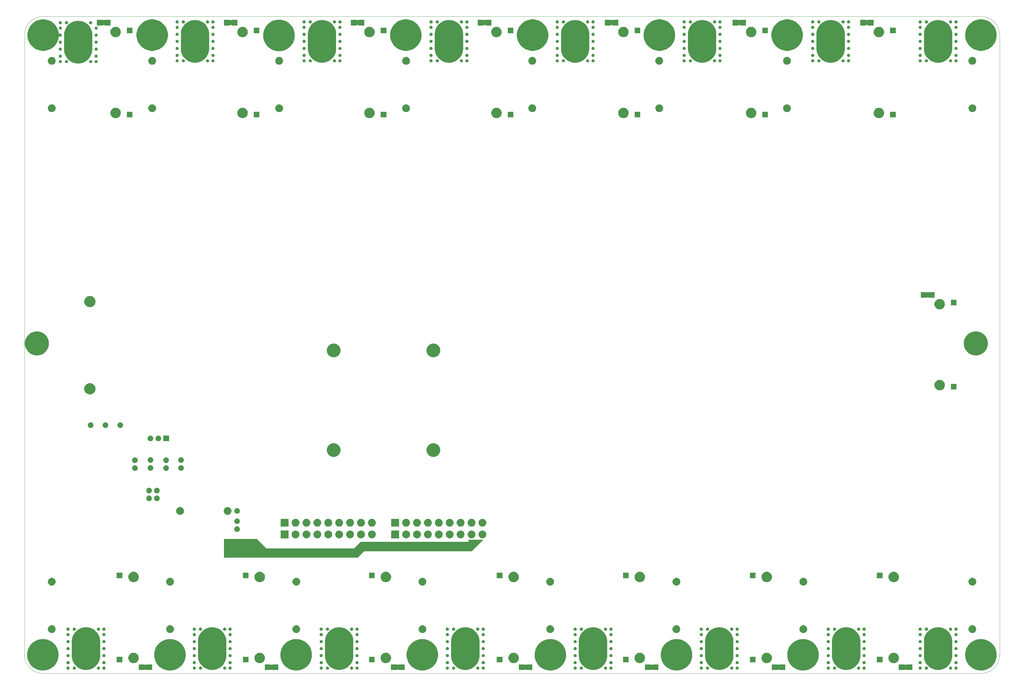
<source format=gbr>
%TF.GenerationSoftware,KiCad,Pcbnew,(5.1.2)-2*%
%TF.CreationDate,2019-08-12T21:21:20-05:00*%
%TF.ProjectId,bms,626d732e-6b69-4636-9164-5f7063625858,rev?*%
%TF.SameCoordinates,Original*%
%TF.FileFunction,Soldermask,Bot*%
%TF.FilePolarity,Negative*%
%FSLAX46Y46*%
G04 Gerber Fmt 4.6, Leading zero omitted, Abs format (unit mm)*
G04 Created by KiCad (PCBNEW (5.1.2)-2) date 2019-08-12 21:21:20*
%MOMM*%
%LPD*%
G04 APERTURE LIST*
%ADD10C,0.050000*%
%ADD11C,0.100000*%
G04 APERTURE END LIST*
D10*
X376999986Y-224100000D02*
G75*
G02X371000000Y-230000000I-5999153J99986D01*
G01*
X69900000Y-230000000D02*
G75*
G02X63999986Y-224000833I99986J5999167D01*
G01*
X64000000Y-25000000D02*
G75*
G02X70000000Y-19000000I6000000J0D01*
G01*
X371099986Y-19000833D02*
G75*
G02X377000000Y-25000000I-99986J-5999167D01*
G01*
X377000000Y-25000000D02*
X377000000Y-224100000D01*
X69900000Y-230000000D02*
X371000000Y-230000000D01*
X64000000Y-25000000D02*
X63999986Y-224000833D01*
X70000000Y-19000000D02*
X371100000Y-19000000D01*
D11*
G36*
X233785401Y-219046053D02*
G01*
X234273322Y-219143107D01*
X235192546Y-219523862D01*
X236019825Y-220076632D01*
X236723368Y-220780175D01*
X237276138Y-221607454D01*
X237656893Y-222526678D01*
X237703838Y-222762688D01*
X237851000Y-223502519D01*
X237851000Y-224497481D01*
X237800572Y-224751000D01*
X237656893Y-225473322D01*
X237276138Y-226392546D01*
X236723368Y-227219825D01*
X236019825Y-227923368D01*
X235192546Y-228476138D01*
X234273322Y-228856893D01*
X234051581Y-228901000D01*
X233297481Y-229051000D01*
X232302519Y-229051000D01*
X231548419Y-228901000D01*
X231326678Y-228856893D01*
X230407454Y-228476138D01*
X229580175Y-227923368D01*
X228876632Y-227219825D01*
X228323862Y-226392546D01*
X227943107Y-225473322D01*
X227799428Y-224751000D01*
X227749000Y-224497481D01*
X227749000Y-223502519D01*
X227896162Y-222762688D01*
X227943107Y-222526678D01*
X228323862Y-221607454D01*
X228876632Y-220780175D01*
X229580175Y-220076632D01*
X230407454Y-219523862D01*
X231326678Y-219143107D01*
X231814599Y-219046053D01*
X232302519Y-218949000D01*
X233297481Y-218949000D01*
X233785401Y-219046053D01*
X233785401Y-219046053D01*
G37*
G36*
X192685401Y-219046053D02*
G01*
X193173322Y-219143107D01*
X194092546Y-219523862D01*
X194919825Y-220076632D01*
X195623368Y-220780175D01*
X196176138Y-221607454D01*
X196556893Y-222526678D01*
X196603838Y-222762688D01*
X196751000Y-223502519D01*
X196751000Y-224497481D01*
X196700572Y-224751000D01*
X196556893Y-225473322D01*
X196176138Y-226392546D01*
X195623368Y-227219825D01*
X194919825Y-227923368D01*
X194092546Y-228476138D01*
X193173322Y-228856893D01*
X192951581Y-228901000D01*
X192197481Y-229051000D01*
X191202519Y-229051000D01*
X190448419Y-228901000D01*
X190226678Y-228856893D01*
X189307454Y-228476138D01*
X188480175Y-227923368D01*
X187776632Y-227219825D01*
X187223862Y-226392546D01*
X186843107Y-225473322D01*
X186699428Y-224751000D01*
X186649000Y-224497481D01*
X186649000Y-223502519D01*
X186796162Y-222762688D01*
X186843107Y-222526678D01*
X187223862Y-221607454D01*
X187776632Y-220780175D01*
X188480175Y-220076632D01*
X189307454Y-219523862D01*
X190226678Y-219143107D01*
X190714599Y-219046053D01*
X191202519Y-218949000D01*
X192197481Y-218949000D01*
X192685401Y-219046053D01*
X192685401Y-219046053D01*
G37*
G36*
X152185401Y-219046053D02*
G01*
X152673322Y-219143107D01*
X153592546Y-219523862D01*
X154419825Y-220076632D01*
X155123368Y-220780175D01*
X155676138Y-221607454D01*
X156056893Y-222526678D01*
X156103838Y-222762688D01*
X156251000Y-223502519D01*
X156251000Y-224497481D01*
X156200572Y-224751000D01*
X156056893Y-225473322D01*
X155676138Y-226392546D01*
X155123368Y-227219825D01*
X154419825Y-227923368D01*
X153592546Y-228476138D01*
X152673322Y-228856893D01*
X152451581Y-228901000D01*
X151697481Y-229051000D01*
X150702519Y-229051000D01*
X149948419Y-228901000D01*
X149726678Y-228856893D01*
X148807454Y-228476138D01*
X147980175Y-227923368D01*
X147276632Y-227219825D01*
X146723862Y-226392546D01*
X146343107Y-225473322D01*
X146199428Y-224751000D01*
X146149000Y-224497481D01*
X146149000Y-223502519D01*
X146296162Y-222762688D01*
X146343107Y-222526678D01*
X146723862Y-221607454D01*
X147276632Y-220780175D01*
X147980175Y-220076632D01*
X148807454Y-219523862D01*
X149726678Y-219143107D01*
X150214599Y-219046053D01*
X150702519Y-218949000D01*
X151697481Y-218949000D01*
X152185401Y-219046053D01*
X152185401Y-219046053D01*
G37*
G36*
X274285401Y-219046053D02*
G01*
X274773322Y-219143107D01*
X275692546Y-219523862D01*
X276519825Y-220076632D01*
X277223368Y-220780175D01*
X277776138Y-221607454D01*
X278156893Y-222526678D01*
X278203838Y-222762688D01*
X278351000Y-223502519D01*
X278351000Y-224497481D01*
X278300572Y-224751000D01*
X278156893Y-225473322D01*
X277776138Y-226392546D01*
X277223368Y-227219825D01*
X276519825Y-227923368D01*
X275692546Y-228476138D01*
X274773322Y-228856893D01*
X274551581Y-228901000D01*
X273797481Y-229051000D01*
X272802519Y-229051000D01*
X272048419Y-228901000D01*
X271826678Y-228856893D01*
X270907454Y-228476138D01*
X270080175Y-227923368D01*
X269376632Y-227219825D01*
X268823862Y-226392546D01*
X268443107Y-225473322D01*
X268299428Y-224751000D01*
X268249000Y-224497481D01*
X268249000Y-223502519D01*
X268396162Y-222762688D01*
X268443107Y-222526678D01*
X268823862Y-221607454D01*
X269376632Y-220780175D01*
X270080175Y-220076632D01*
X270907454Y-219523862D01*
X271826678Y-219143107D01*
X272314599Y-219046053D01*
X272802519Y-218949000D01*
X273797481Y-218949000D01*
X274285401Y-219046053D01*
X274285401Y-219046053D01*
G37*
G36*
X111685401Y-219046053D02*
G01*
X112173322Y-219143107D01*
X113092546Y-219523862D01*
X113919825Y-220076632D01*
X114623368Y-220780175D01*
X115176138Y-221607454D01*
X115556893Y-222526678D01*
X115603838Y-222762688D01*
X115751000Y-223502519D01*
X115751000Y-224497481D01*
X115700572Y-224751000D01*
X115556893Y-225473322D01*
X115176138Y-226392546D01*
X114623368Y-227219825D01*
X113919825Y-227923368D01*
X113092546Y-228476138D01*
X112173322Y-228856893D01*
X111951581Y-228901000D01*
X111197481Y-229051000D01*
X110202519Y-229051000D01*
X109448419Y-228901000D01*
X109226678Y-228856893D01*
X108307454Y-228476138D01*
X107480175Y-227923368D01*
X106776632Y-227219825D01*
X106223862Y-226392546D01*
X105843107Y-225473322D01*
X105699428Y-224751000D01*
X105649000Y-224497481D01*
X105649000Y-223502519D01*
X105796162Y-222762688D01*
X105843107Y-222526678D01*
X106223862Y-221607454D01*
X106776632Y-220780175D01*
X107480175Y-220076632D01*
X108307454Y-219523862D01*
X109226678Y-219143107D01*
X109714599Y-219046053D01*
X110202519Y-218949000D01*
X111197481Y-218949000D01*
X111685401Y-219046053D01*
X111685401Y-219046053D01*
G37*
G36*
X371985401Y-219046053D02*
G01*
X372473322Y-219143107D01*
X373392546Y-219523862D01*
X374219825Y-220076632D01*
X374923368Y-220780175D01*
X375476138Y-221607454D01*
X375856893Y-222526678D01*
X375903838Y-222762688D01*
X376051000Y-223502519D01*
X376051000Y-224497481D01*
X376000572Y-224751000D01*
X375856893Y-225473322D01*
X375476138Y-226392546D01*
X374923368Y-227219825D01*
X374219825Y-227923368D01*
X373392546Y-228476138D01*
X372473322Y-228856893D01*
X372251581Y-228901000D01*
X371497481Y-229051000D01*
X370502519Y-229051000D01*
X369748419Y-228901000D01*
X369526678Y-228856893D01*
X368607454Y-228476138D01*
X367780175Y-227923368D01*
X367076632Y-227219825D01*
X366523862Y-226392546D01*
X366143107Y-225473322D01*
X365999428Y-224751000D01*
X365949000Y-224497481D01*
X365949000Y-223502519D01*
X366096162Y-222762688D01*
X366143107Y-222526678D01*
X366523862Y-221607454D01*
X367076632Y-220780175D01*
X367780175Y-220076632D01*
X368607454Y-219523862D01*
X369526678Y-219143107D01*
X370014599Y-219046053D01*
X370502519Y-218949000D01*
X371497481Y-218949000D01*
X371985401Y-219046053D01*
X371985401Y-219046053D01*
G37*
G36*
X70885401Y-219046053D02*
G01*
X71373322Y-219143107D01*
X72292546Y-219523862D01*
X73119825Y-220076632D01*
X73823368Y-220780175D01*
X74376138Y-221607454D01*
X74756893Y-222526678D01*
X74803838Y-222762688D01*
X74951000Y-223502519D01*
X74951000Y-224497481D01*
X74900572Y-224751000D01*
X74756893Y-225473322D01*
X74376138Y-226392546D01*
X73823368Y-227219825D01*
X73119825Y-227923368D01*
X72292546Y-228476138D01*
X71373322Y-228856893D01*
X71151581Y-228901000D01*
X70397481Y-229051000D01*
X69402519Y-229051000D01*
X68648419Y-228901000D01*
X68426678Y-228856893D01*
X67507454Y-228476138D01*
X66680175Y-227923368D01*
X65976632Y-227219825D01*
X65423862Y-226392546D01*
X65043107Y-225473322D01*
X64899428Y-224751000D01*
X64849000Y-224497481D01*
X64849000Y-223502519D01*
X64996162Y-222762688D01*
X65043107Y-222526678D01*
X65423862Y-221607454D01*
X65976632Y-220780175D01*
X66680175Y-220076632D01*
X67507454Y-219523862D01*
X68426678Y-219143107D01*
X68914599Y-219046053D01*
X69402519Y-218949000D01*
X70397481Y-218949000D01*
X70885401Y-219046053D01*
X70885401Y-219046053D01*
G37*
G36*
X314885401Y-219046053D02*
G01*
X315373322Y-219143107D01*
X316292546Y-219523862D01*
X317119825Y-220076632D01*
X317823368Y-220780175D01*
X318376138Y-221607454D01*
X318756893Y-222526678D01*
X318803838Y-222762688D01*
X318951000Y-223502519D01*
X318951000Y-224497481D01*
X318900572Y-224751000D01*
X318756893Y-225473322D01*
X318376138Y-226392546D01*
X317823368Y-227219825D01*
X317119825Y-227923368D01*
X316292546Y-228476138D01*
X315373322Y-228856893D01*
X315151581Y-228901000D01*
X314397481Y-229051000D01*
X313402519Y-229051000D01*
X312648419Y-228901000D01*
X312426678Y-228856893D01*
X311507454Y-228476138D01*
X310680175Y-227923368D01*
X309976632Y-227219825D01*
X309423862Y-226392546D01*
X309043107Y-225473322D01*
X308899428Y-224751000D01*
X308849000Y-224497481D01*
X308849000Y-223502519D01*
X308996162Y-222762688D01*
X309043107Y-222526678D01*
X309423862Y-221607454D01*
X309976632Y-220780175D01*
X310680175Y-220076632D01*
X311507454Y-219523862D01*
X312426678Y-219143107D01*
X312914599Y-219046053D01*
X313402519Y-218949000D01*
X314397481Y-218949000D01*
X314885401Y-219046053D01*
X314885401Y-219046053D01*
G37*
G36*
X264953402Y-227108387D02*
G01*
X264960515Y-227131836D01*
X264972066Y-227153447D01*
X264987611Y-227172389D01*
X265006553Y-227187934D01*
X265028164Y-227199485D01*
X265051613Y-227206598D01*
X265075999Y-227209000D01*
X265564001Y-227209000D01*
X265588387Y-227206598D01*
X265611836Y-227199485D01*
X265633447Y-227187934D01*
X265652389Y-227172389D01*
X265667934Y-227153447D01*
X265679485Y-227131836D01*
X265686598Y-227108387D01*
X265687523Y-227099000D01*
X267491000Y-227099000D01*
X267491000Y-228901000D01*
X265683379Y-228901000D01*
X265679485Y-228888164D01*
X265667934Y-228866553D01*
X265652389Y-228847611D01*
X265633447Y-228832066D01*
X265611836Y-228820515D01*
X265588387Y-228813402D01*
X265564001Y-228811000D01*
X265075999Y-228811000D01*
X265051613Y-228813402D01*
X265028164Y-228820515D01*
X265006553Y-228832066D01*
X264987611Y-228847611D01*
X264972066Y-228866553D01*
X264960515Y-228888164D01*
X264956621Y-228901000D01*
X263149000Y-228901000D01*
X263149000Y-227099000D01*
X264952477Y-227099000D01*
X264953402Y-227108387D01*
X264953402Y-227108387D01*
G37*
G36*
X346453402Y-227108387D02*
G01*
X346460515Y-227131836D01*
X346472066Y-227153447D01*
X346487611Y-227172389D01*
X346506553Y-227187934D01*
X346528164Y-227199485D01*
X346551613Y-227206598D01*
X346575999Y-227209000D01*
X347064001Y-227209000D01*
X347088387Y-227206598D01*
X347111836Y-227199485D01*
X347133447Y-227187934D01*
X347152389Y-227172389D01*
X347167934Y-227153447D01*
X347179485Y-227131836D01*
X347186598Y-227108387D01*
X347187523Y-227099000D01*
X348991000Y-227099000D01*
X348991000Y-228901000D01*
X347183379Y-228901000D01*
X347179485Y-228888164D01*
X347167934Y-228866553D01*
X347152389Y-228847611D01*
X347133447Y-228832066D01*
X347111836Y-228820515D01*
X347088387Y-228813402D01*
X347064001Y-228811000D01*
X346575999Y-228811000D01*
X346551613Y-228813402D01*
X346528164Y-228820515D01*
X346506553Y-228832066D01*
X346487611Y-228847611D01*
X346472066Y-228866553D01*
X346460515Y-228888164D01*
X346456621Y-228901000D01*
X344649000Y-228901000D01*
X344649000Y-227099000D01*
X346452477Y-227099000D01*
X346453402Y-227108387D01*
X346453402Y-227108387D01*
G37*
G36*
X305703402Y-227108387D02*
G01*
X305710515Y-227131836D01*
X305722066Y-227153447D01*
X305737611Y-227172389D01*
X305756553Y-227187934D01*
X305778164Y-227199485D01*
X305801613Y-227206598D01*
X305825999Y-227209000D01*
X306314001Y-227209000D01*
X306338387Y-227206598D01*
X306361836Y-227199485D01*
X306383447Y-227187934D01*
X306402389Y-227172389D01*
X306417934Y-227153447D01*
X306429485Y-227131836D01*
X306436598Y-227108387D01*
X306437523Y-227099000D01*
X308241000Y-227099000D01*
X308241000Y-228901000D01*
X306433379Y-228901000D01*
X306429485Y-228888164D01*
X306417934Y-228866553D01*
X306402389Y-228847611D01*
X306383447Y-228832066D01*
X306361836Y-228820515D01*
X306338387Y-228813402D01*
X306314001Y-228811000D01*
X305825999Y-228811000D01*
X305801613Y-228813402D01*
X305778164Y-228820515D01*
X305756553Y-228832066D01*
X305737611Y-228847611D01*
X305722066Y-228866553D01*
X305710515Y-228888164D01*
X305706621Y-228901000D01*
X303899000Y-228901000D01*
X303899000Y-227099000D01*
X305702477Y-227099000D01*
X305703402Y-227108387D01*
X305703402Y-227108387D01*
G37*
G36*
X224453402Y-227108387D02*
G01*
X224460515Y-227131836D01*
X224472066Y-227153447D01*
X224487611Y-227172389D01*
X224506553Y-227187934D01*
X224528164Y-227199485D01*
X224551613Y-227206598D01*
X224575999Y-227209000D01*
X225064001Y-227209000D01*
X225088387Y-227206598D01*
X225111836Y-227199485D01*
X225133447Y-227187934D01*
X225152389Y-227172389D01*
X225167934Y-227153447D01*
X225179485Y-227131836D01*
X225186598Y-227108387D01*
X225187523Y-227099000D01*
X226991000Y-227099000D01*
X226991000Y-228901000D01*
X225183379Y-228901000D01*
X225179485Y-228888164D01*
X225167934Y-228866553D01*
X225152389Y-228847611D01*
X225133447Y-228832066D01*
X225111836Y-228820515D01*
X225088387Y-228813402D01*
X225064001Y-228811000D01*
X224575999Y-228811000D01*
X224551613Y-228813402D01*
X224528164Y-228820515D01*
X224506553Y-228832066D01*
X224487611Y-228847611D01*
X224472066Y-228866553D01*
X224460515Y-228888164D01*
X224456621Y-228901000D01*
X222649000Y-228901000D01*
X222649000Y-227099000D01*
X224452477Y-227099000D01*
X224453402Y-227108387D01*
X224453402Y-227108387D01*
G37*
G36*
X183453402Y-227108387D02*
G01*
X183460515Y-227131836D01*
X183472066Y-227153447D01*
X183487611Y-227172389D01*
X183506553Y-227187934D01*
X183528164Y-227199485D01*
X183551613Y-227206598D01*
X183575999Y-227209000D01*
X184064001Y-227209000D01*
X184088387Y-227206598D01*
X184111836Y-227199485D01*
X184133447Y-227187934D01*
X184152389Y-227172389D01*
X184167934Y-227153447D01*
X184179485Y-227131836D01*
X184186598Y-227108387D01*
X184187523Y-227099000D01*
X185991000Y-227099000D01*
X185991000Y-228901000D01*
X184183379Y-228901000D01*
X184179485Y-228888164D01*
X184167934Y-228866553D01*
X184152389Y-228847611D01*
X184133447Y-228832066D01*
X184111836Y-228820515D01*
X184088387Y-228813402D01*
X184064001Y-228811000D01*
X183575999Y-228811000D01*
X183551613Y-228813402D01*
X183528164Y-228820515D01*
X183506553Y-228832066D01*
X183487611Y-228847611D01*
X183472066Y-228866553D01*
X183460515Y-228888164D01*
X183456621Y-228901000D01*
X181649000Y-228901000D01*
X181649000Y-227099000D01*
X183452477Y-227099000D01*
X183453402Y-227108387D01*
X183453402Y-227108387D01*
G37*
G36*
X142953402Y-227108387D02*
G01*
X142960515Y-227131836D01*
X142972066Y-227153447D01*
X142987611Y-227172389D01*
X143006553Y-227187934D01*
X143028164Y-227199485D01*
X143051613Y-227206598D01*
X143075999Y-227209000D01*
X143564001Y-227209000D01*
X143588387Y-227206598D01*
X143611836Y-227199485D01*
X143633447Y-227187934D01*
X143652389Y-227172389D01*
X143667934Y-227153447D01*
X143679485Y-227131836D01*
X143686598Y-227108387D01*
X143687523Y-227099000D01*
X145491000Y-227099000D01*
X145491000Y-228901000D01*
X143683379Y-228901000D01*
X143679485Y-228888164D01*
X143667934Y-228866553D01*
X143652389Y-228847611D01*
X143633447Y-228832066D01*
X143611836Y-228820515D01*
X143588387Y-228813402D01*
X143564001Y-228811000D01*
X143075999Y-228811000D01*
X143051613Y-228813402D01*
X143028164Y-228820515D01*
X143006553Y-228832066D01*
X142987611Y-228847611D01*
X142972066Y-228866553D01*
X142960515Y-228888164D01*
X142956621Y-228901000D01*
X141149000Y-228901000D01*
X141149000Y-227099000D01*
X142952477Y-227099000D01*
X142953402Y-227108387D01*
X142953402Y-227108387D01*
G37*
G36*
X102453402Y-227108387D02*
G01*
X102460515Y-227131836D01*
X102472066Y-227153447D01*
X102487611Y-227172389D01*
X102506553Y-227187934D01*
X102528164Y-227199485D01*
X102551613Y-227206598D01*
X102575999Y-227209000D01*
X103064001Y-227209000D01*
X103088387Y-227206598D01*
X103111836Y-227199485D01*
X103133447Y-227187934D01*
X103152389Y-227172389D01*
X103167934Y-227153447D01*
X103179485Y-227131836D01*
X103186598Y-227108387D01*
X103187523Y-227099000D01*
X104991000Y-227099000D01*
X104991000Y-228901000D01*
X103183379Y-228901000D01*
X103179485Y-228888164D01*
X103167934Y-228866553D01*
X103152389Y-228847611D01*
X103133447Y-228832066D01*
X103111836Y-228820515D01*
X103088387Y-228813402D01*
X103064001Y-228811000D01*
X102575999Y-228811000D01*
X102551613Y-228813402D01*
X102528164Y-228820515D01*
X102506553Y-228832066D01*
X102487611Y-228847611D01*
X102472066Y-228866553D01*
X102460515Y-228888164D01*
X102456621Y-228901000D01*
X100649000Y-228901000D01*
X100649000Y-227099000D01*
X102452477Y-227099000D01*
X102453402Y-227108387D01*
X102453402Y-227108387D01*
G37*
G36*
X328642151Y-215220349D02*
G01*
X329500018Y-215480580D01*
X329500021Y-215480581D01*
X330209494Y-215859803D01*
X330290634Y-215903173D01*
X330424078Y-216012688D01*
X330983611Y-216471884D01*
X331302826Y-216860848D01*
X331507996Y-217110848D01*
X331552330Y-217164870D01*
X331974919Y-217955478D01*
X331974919Y-217955479D01*
X331974920Y-217955481D01*
X332235151Y-218813348D01*
X332252285Y-218987312D01*
X332301000Y-219481925D01*
X332301000Y-224518075D01*
X332297569Y-224552909D01*
X332235151Y-225186652D01*
X331993560Y-225983071D01*
X331974919Y-226044522D01*
X331552330Y-226835130D01*
X331552328Y-226835133D01*
X331552327Y-226835134D01*
X330983613Y-227528113D01*
X330324092Y-228069369D01*
X330290630Y-228096830D01*
X329500022Y-228519419D01*
X329500019Y-228519420D01*
X328642152Y-228779651D01*
X327750000Y-228867520D01*
X326857849Y-228779651D01*
X325999982Y-228519420D01*
X325999979Y-228519419D01*
X325209371Y-228096830D01*
X325175910Y-228069369D01*
X324516388Y-227528113D01*
X323947674Y-226835134D01*
X323947673Y-226835133D01*
X323947671Y-226835130D01*
X323525081Y-226044522D01*
X323506440Y-225983071D01*
X323264849Y-225186652D01*
X323202431Y-224552909D01*
X323199000Y-224518075D01*
X323199000Y-219481926D01*
X323264849Y-218813351D01*
X323264849Y-218813349D01*
X323525080Y-217955482D01*
X323525081Y-217955479D01*
X323947672Y-217164868D01*
X323947673Y-217164866D01*
X324197174Y-216860848D01*
X324516384Y-216471889D01*
X325075922Y-216012688D01*
X325209366Y-215903173D01*
X325209367Y-215903172D01*
X325209370Y-215903170D01*
X325999978Y-215480581D01*
X325999981Y-215480580D01*
X326857848Y-215220349D01*
X327750000Y-215132480D01*
X328642151Y-215220349D01*
X328642151Y-215220349D01*
G37*
G36*
X125142151Y-215220349D02*
G01*
X126000018Y-215480580D01*
X126000021Y-215480581D01*
X126709494Y-215859803D01*
X126790634Y-215903173D01*
X126924078Y-216012688D01*
X127483611Y-216471884D01*
X127802826Y-216860848D01*
X128007996Y-217110848D01*
X128052330Y-217164870D01*
X128474919Y-217955478D01*
X128474919Y-217955479D01*
X128474920Y-217955481D01*
X128735151Y-218813348D01*
X128752285Y-218987312D01*
X128801000Y-219481925D01*
X128801000Y-224518075D01*
X128797569Y-224552909D01*
X128735151Y-225186652D01*
X128493560Y-225983071D01*
X128474919Y-226044522D01*
X128052330Y-226835130D01*
X128052328Y-226835133D01*
X128052327Y-226835134D01*
X127483613Y-227528113D01*
X126824092Y-228069369D01*
X126790630Y-228096830D01*
X126000022Y-228519419D01*
X126000019Y-228519420D01*
X125142152Y-228779651D01*
X124250000Y-228867520D01*
X123357849Y-228779651D01*
X122499982Y-228519420D01*
X122499979Y-228519419D01*
X121709371Y-228096830D01*
X121675910Y-228069369D01*
X121016388Y-227528113D01*
X120447674Y-226835134D01*
X120447673Y-226835133D01*
X120447671Y-226835130D01*
X120025081Y-226044522D01*
X120006440Y-225983071D01*
X119764849Y-225186652D01*
X119702431Y-224552909D01*
X119699000Y-224518075D01*
X119699000Y-219481926D01*
X119764849Y-218813351D01*
X119764849Y-218813349D01*
X120025080Y-217955482D01*
X120025081Y-217955479D01*
X120447672Y-217164868D01*
X120447673Y-217164866D01*
X120697174Y-216860848D01*
X121016384Y-216471889D01*
X121575922Y-216012688D01*
X121709366Y-215903173D01*
X121709367Y-215903172D01*
X121709370Y-215903170D01*
X122499978Y-215480581D01*
X122499981Y-215480580D01*
X123357848Y-215220349D01*
X124250000Y-215132480D01*
X125142151Y-215220349D01*
X125142151Y-215220349D01*
G37*
G36*
X84642151Y-215220349D02*
G01*
X85500018Y-215480580D01*
X85500021Y-215480581D01*
X86209494Y-215859803D01*
X86290634Y-215903173D01*
X86424078Y-216012688D01*
X86983611Y-216471884D01*
X87302826Y-216860848D01*
X87507996Y-217110848D01*
X87552330Y-217164870D01*
X87974919Y-217955478D01*
X87974919Y-217955479D01*
X87974920Y-217955481D01*
X88235151Y-218813348D01*
X88252285Y-218987312D01*
X88301000Y-219481925D01*
X88301000Y-224518075D01*
X88297569Y-224552909D01*
X88235151Y-225186652D01*
X87993560Y-225983071D01*
X87974919Y-226044522D01*
X87552330Y-226835130D01*
X87552328Y-226835133D01*
X87552327Y-226835134D01*
X86983613Y-227528113D01*
X86324092Y-228069369D01*
X86290630Y-228096830D01*
X85500022Y-228519419D01*
X85500019Y-228519420D01*
X84642152Y-228779651D01*
X83750000Y-228867520D01*
X82857849Y-228779651D01*
X81999982Y-228519420D01*
X81999979Y-228519419D01*
X81209371Y-228096830D01*
X81175910Y-228069369D01*
X80516388Y-227528113D01*
X79947674Y-226835134D01*
X79947673Y-226835133D01*
X79947671Y-226835130D01*
X79525081Y-226044522D01*
X79506440Y-225983071D01*
X79264849Y-225186652D01*
X79202431Y-224552909D01*
X79199000Y-224518075D01*
X79199000Y-219481926D01*
X79264849Y-218813351D01*
X79264849Y-218813349D01*
X79525080Y-217955482D01*
X79525081Y-217955479D01*
X79947672Y-217164868D01*
X79947673Y-217164866D01*
X80197174Y-216860848D01*
X80516384Y-216471889D01*
X81075922Y-216012688D01*
X81209366Y-215903173D01*
X81209367Y-215903172D01*
X81209370Y-215903170D01*
X81999978Y-215480581D01*
X81999981Y-215480580D01*
X82857848Y-215220349D01*
X83750000Y-215132480D01*
X84642151Y-215220349D01*
X84642151Y-215220349D01*
G37*
G36*
X165892151Y-215220349D02*
G01*
X166750018Y-215480580D01*
X166750021Y-215480581D01*
X167459494Y-215859803D01*
X167540634Y-215903173D01*
X167674078Y-216012688D01*
X168233611Y-216471884D01*
X168552826Y-216860848D01*
X168757996Y-217110848D01*
X168802330Y-217164870D01*
X169224919Y-217955478D01*
X169224919Y-217955479D01*
X169224920Y-217955481D01*
X169485151Y-218813348D01*
X169502285Y-218987312D01*
X169551000Y-219481925D01*
X169551000Y-224518075D01*
X169547569Y-224552909D01*
X169485151Y-225186652D01*
X169243560Y-225983071D01*
X169224919Y-226044522D01*
X168802330Y-226835130D01*
X168802328Y-226835133D01*
X168802327Y-226835134D01*
X168233613Y-227528113D01*
X167574092Y-228069369D01*
X167540630Y-228096830D01*
X166750022Y-228519419D01*
X166750019Y-228519420D01*
X165892152Y-228779651D01*
X165000000Y-228867520D01*
X164107849Y-228779651D01*
X163249982Y-228519420D01*
X163249979Y-228519419D01*
X162459371Y-228096830D01*
X162425910Y-228069369D01*
X161766388Y-227528113D01*
X161197674Y-226835134D01*
X161197673Y-226835133D01*
X161197671Y-226835130D01*
X160775081Y-226044522D01*
X160756440Y-225983071D01*
X160514849Y-225186652D01*
X160452431Y-224552909D01*
X160449000Y-224518075D01*
X160449000Y-219481926D01*
X160514849Y-218813351D01*
X160514849Y-218813349D01*
X160775080Y-217955482D01*
X160775081Y-217955479D01*
X161197672Y-217164868D01*
X161197673Y-217164866D01*
X161447174Y-216860848D01*
X161766384Y-216471889D01*
X162325922Y-216012688D01*
X162459366Y-215903173D01*
X162459367Y-215903172D01*
X162459370Y-215903170D01*
X163249978Y-215480581D01*
X163249981Y-215480580D01*
X164107848Y-215220349D01*
X165000000Y-215132480D01*
X165892151Y-215220349D01*
X165892151Y-215220349D01*
G37*
G36*
X206392151Y-215220349D02*
G01*
X207250018Y-215480580D01*
X207250021Y-215480581D01*
X207959494Y-215859803D01*
X208040634Y-215903173D01*
X208174078Y-216012688D01*
X208733611Y-216471884D01*
X209052826Y-216860848D01*
X209257996Y-217110848D01*
X209302330Y-217164870D01*
X209724919Y-217955478D01*
X209724919Y-217955479D01*
X209724920Y-217955481D01*
X209985151Y-218813348D01*
X210002285Y-218987312D01*
X210051000Y-219481925D01*
X210051000Y-224518075D01*
X210047569Y-224552909D01*
X209985151Y-225186652D01*
X209743560Y-225983071D01*
X209724919Y-226044522D01*
X209302330Y-226835130D01*
X209302328Y-226835133D01*
X209302327Y-226835134D01*
X208733613Y-227528113D01*
X208074092Y-228069369D01*
X208040630Y-228096830D01*
X207250022Y-228519419D01*
X207250019Y-228519420D01*
X206392152Y-228779651D01*
X205500000Y-228867520D01*
X204607849Y-228779651D01*
X203749982Y-228519420D01*
X203749979Y-228519419D01*
X202959371Y-228096830D01*
X202925910Y-228069369D01*
X202266388Y-227528113D01*
X201697674Y-226835134D01*
X201697673Y-226835133D01*
X201697671Y-226835130D01*
X201275081Y-226044522D01*
X201256440Y-225983071D01*
X201014849Y-225186652D01*
X200952431Y-224552909D01*
X200949000Y-224518075D01*
X200949000Y-219481926D01*
X201014849Y-218813351D01*
X201014849Y-218813349D01*
X201275080Y-217955482D01*
X201275081Y-217955479D01*
X201697672Y-217164868D01*
X201697673Y-217164866D01*
X201947174Y-216860848D01*
X202266384Y-216471889D01*
X202825922Y-216012688D01*
X202959366Y-215903173D01*
X202959367Y-215903172D01*
X202959370Y-215903170D01*
X203749978Y-215480581D01*
X203749981Y-215480580D01*
X204607848Y-215220349D01*
X205500000Y-215132480D01*
X206392151Y-215220349D01*
X206392151Y-215220349D01*
G37*
G36*
X358142151Y-215220349D02*
G01*
X359000018Y-215480580D01*
X359000021Y-215480581D01*
X359709494Y-215859803D01*
X359790634Y-215903173D01*
X359924078Y-216012688D01*
X360483611Y-216471884D01*
X360802826Y-216860848D01*
X361007996Y-217110848D01*
X361052330Y-217164870D01*
X361474919Y-217955478D01*
X361474919Y-217955479D01*
X361474920Y-217955481D01*
X361735151Y-218813348D01*
X361752285Y-218987312D01*
X361801000Y-219481925D01*
X361801000Y-224518075D01*
X361797569Y-224552909D01*
X361735151Y-225186652D01*
X361493560Y-225983071D01*
X361474919Y-226044522D01*
X361052330Y-226835130D01*
X361052328Y-226835133D01*
X361052327Y-226835134D01*
X360483613Y-227528113D01*
X359824092Y-228069369D01*
X359790630Y-228096830D01*
X359000022Y-228519419D01*
X359000019Y-228519420D01*
X358142152Y-228779651D01*
X357250000Y-228867520D01*
X356357849Y-228779651D01*
X355499982Y-228519420D01*
X355499979Y-228519419D01*
X354709371Y-228096830D01*
X354675910Y-228069369D01*
X354016388Y-227528113D01*
X353447674Y-226835134D01*
X353447673Y-226835133D01*
X353447671Y-226835130D01*
X353025081Y-226044522D01*
X353006440Y-225983071D01*
X352764849Y-225186652D01*
X352702431Y-224552909D01*
X352699000Y-224518075D01*
X352699000Y-219481926D01*
X352764849Y-218813351D01*
X352764849Y-218813349D01*
X353025080Y-217955482D01*
X353025081Y-217955479D01*
X353447672Y-217164868D01*
X353447673Y-217164866D01*
X353697174Y-216860848D01*
X354016384Y-216471889D01*
X354575922Y-216012688D01*
X354709366Y-215903173D01*
X354709367Y-215903172D01*
X354709370Y-215903170D01*
X355499978Y-215480581D01*
X355499981Y-215480580D01*
X356357848Y-215220349D01*
X357250000Y-215132480D01*
X358142151Y-215220349D01*
X358142151Y-215220349D01*
G37*
G36*
X247392151Y-215220349D02*
G01*
X248250018Y-215480580D01*
X248250021Y-215480581D01*
X248959494Y-215859803D01*
X249040634Y-215903173D01*
X249174078Y-216012688D01*
X249733611Y-216471884D01*
X250052826Y-216860848D01*
X250257996Y-217110848D01*
X250302330Y-217164870D01*
X250724919Y-217955478D01*
X250724919Y-217955479D01*
X250724920Y-217955481D01*
X250985151Y-218813348D01*
X251002285Y-218987312D01*
X251051000Y-219481925D01*
X251051000Y-224518075D01*
X251047569Y-224552909D01*
X250985151Y-225186652D01*
X250743560Y-225983071D01*
X250724919Y-226044522D01*
X250302330Y-226835130D01*
X250302328Y-226835133D01*
X250302327Y-226835134D01*
X249733613Y-227528113D01*
X249074092Y-228069369D01*
X249040630Y-228096830D01*
X248250022Y-228519419D01*
X248250019Y-228519420D01*
X247392152Y-228779651D01*
X246500000Y-228867520D01*
X245607849Y-228779651D01*
X244749982Y-228519420D01*
X244749979Y-228519419D01*
X243959371Y-228096830D01*
X243925910Y-228069369D01*
X243266388Y-227528113D01*
X242697674Y-226835134D01*
X242697673Y-226835133D01*
X242697671Y-226835130D01*
X242275081Y-226044522D01*
X242256440Y-225983071D01*
X242014849Y-225186652D01*
X241952431Y-224552909D01*
X241949000Y-224518075D01*
X241949000Y-219481926D01*
X242014849Y-218813351D01*
X242014849Y-218813349D01*
X242275080Y-217955482D01*
X242275081Y-217955479D01*
X242697672Y-217164868D01*
X242697673Y-217164866D01*
X242947174Y-216860848D01*
X243266384Y-216471889D01*
X243825922Y-216012688D01*
X243959366Y-215903173D01*
X243959367Y-215903172D01*
X243959370Y-215903170D01*
X244749978Y-215480581D01*
X244749981Y-215480580D01*
X245607848Y-215220349D01*
X246500000Y-215132480D01*
X247392151Y-215220349D01*
X247392151Y-215220349D01*
G37*
G36*
X287892151Y-215220349D02*
G01*
X288750018Y-215480580D01*
X288750021Y-215480581D01*
X289459494Y-215859803D01*
X289540634Y-215903173D01*
X289674078Y-216012688D01*
X290233611Y-216471884D01*
X290552826Y-216860848D01*
X290757996Y-217110848D01*
X290802330Y-217164870D01*
X291224919Y-217955478D01*
X291224919Y-217955479D01*
X291224920Y-217955481D01*
X291485151Y-218813348D01*
X291502285Y-218987312D01*
X291551000Y-219481925D01*
X291551000Y-224518075D01*
X291547569Y-224552909D01*
X291485151Y-225186652D01*
X291243560Y-225983071D01*
X291224919Y-226044522D01*
X290802330Y-226835130D01*
X290802328Y-226835133D01*
X290802327Y-226835134D01*
X290233613Y-227528113D01*
X289574092Y-228069369D01*
X289540630Y-228096830D01*
X288750022Y-228519419D01*
X288750019Y-228519420D01*
X287892152Y-228779651D01*
X287000000Y-228867520D01*
X286107849Y-228779651D01*
X285249982Y-228519420D01*
X285249979Y-228519419D01*
X284459371Y-228096830D01*
X284425910Y-228069369D01*
X283766388Y-227528113D01*
X283197674Y-226835134D01*
X283197673Y-226835133D01*
X283197671Y-226835130D01*
X282775081Y-226044522D01*
X282756440Y-225983071D01*
X282514849Y-225186652D01*
X282452431Y-224552909D01*
X282449000Y-224518075D01*
X282449000Y-219481926D01*
X282514849Y-218813351D01*
X282514849Y-218813349D01*
X282775080Y-217955482D01*
X282775081Y-217955479D01*
X283197672Y-217164868D01*
X283197673Y-217164866D01*
X283447174Y-216860848D01*
X283766384Y-216471889D01*
X284325922Y-216012688D01*
X284459366Y-215903173D01*
X284459367Y-215903172D01*
X284459370Y-215903170D01*
X285249978Y-215480581D01*
X285249981Y-215480580D01*
X286107848Y-215220349D01*
X287000000Y-215132480D01*
X287892151Y-215220349D01*
X287892151Y-215220349D01*
G37*
G36*
X292847740Y-227758627D02*
G01*
X292896136Y-227768253D01*
X292933902Y-227783896D01*
X292987311Y-227806019D01*
X292987312Y-227806020D01*
X293069369Y-227860848D01*
X293139152Y-227930631D01*
X293139153Y-227930633D01*
X293193981Y-228012689D01*
X293231747Y-228103865D01*
X293251000Y-228200655D01*
X293251000Y-228299345D01*
X293231747Y-228396135D01*
X293193981Y-228487311D01*
X293193980Y-228487312D01*
X293139152Y-228569369D01*
X293069369Y-228639152D01*
X293028062Y-228666752D01*
X292987311Y-228693981D01*
X292933902Y-228716104D01*
X292896136Y-228731747D01*
X292847740Y-228741373D01*
X292799345Y-228751000D01*
X292700655Y-228751000D01*
X292652260Y-228741373D01*
X292603864Y-228731747D01*
X292566098Y-228716104D01*
X292512689Y-228693981D01*
X292471938Y-228666752D01*
X292430631Y-228639152D01*
X292360848Y-228569369D01*
X292306020Y-228487312D01*
X292306019Y-228487311D01*
X292268253Y-228396135D01*
X292249000Y-228299345D01*
X292249000Y-228200655D01*
X292268253Y-228103865D01*
X292306019Y-228012689D01*
X292360847Y-227930633D01*
X292360848Y-227930631D01*
X292430631Y-227860848D01*
X292512688Y-227806020D01*
X292512689Y-227806019D01*
X292566098Y-227783896D01*
X292603864Y-227768253D01*
X292652260Y-227758627D01*
X292700655Y-227749000D01*
X292799345Y-227749000D01*
X292847740Y-227758627D01*
X292847740Y-227758627D01*
G37*
G36*
X87847740Y-227758627D02*
G01*
X87896136Y-227768253D01*
X87933902Y-227783896D01*
X87987311Y-227806019D01*
X87987312Y-227806020D01*
X88069369Y-227860848D01*
X88139152Y-227930631D01*
X88139153Y-227930633D01*
X88193981Y-228012689D01*
X88231747Y-228103865D01*
X88251000Y-228200655D01*
X88251000Y-228299345D01*
X88231747Y-228396135D01*
X88193981Y-228487311D01*
X88193980Y-228487312D01*
X88139152Y-228569369D01*
X88069369Y-228639152D01*
X88028062Y-228666752D01*
X87987311Y-228693981D01*
X87933902Y-228716104D01*
X87896136Y-228731747D01*
X87847740Y-228741373D01*
X87799345Y-228751000D01*
X87700655Y-228751000D01*
X87652260Y-228741373D01*
X87603864Y-228731747D01*
X87566098Y-228716104D01*
X87512689Y-228693981D01*
X87471938Y-228666752D01*
X87430631Y-228639152D01*
X87360848Y-228569369D01*
X87306020Y-228487312D01*
X87306019Y-228487311D01*
X87268253Y-228396135D01*
X87249000Y-228299345D01*
X87249000Y-228200655D01*
X87268253Y-228103865D01*
X87306019Y-228012689D01*
X87360847Y-227930633D01*
X87360848Y-227930631D01*
X87430631Y-227860848D01*
X87512688Y-227806020D01*
X87512689Y-227806019D01*
X87566098Y-227783896D01*
X87603864Y-227768253D01*
X87652260Y-227758627D01*
X87700655Y-227749000D01*
X87799345Y-227749000D01*
X87847740Y-227758627D01*
X87847740Y-227758627D01*
G37*
G36*
X169097740Y-227758627D02*
G01*
X169146136Y-227768253D01*
X169183902Y-227783896D01*
X169237311Y-227806019D01*
X169237312Y-227806020D01*
X169319369Y-227860848D01*
X169389152Y-227930631D01*
X169389153Y-227930633D01*
X169443981Y-228012689D01*
X169481747Y-228103865D01*
X169501000Y-228200655D01*
X169501000Y-228299345D01*
X169481747Y-228396135D01*
X169443981Y-228487311D01*
X169443980Y-228487312D01*
X169389152Y-228569369D01*
X169319369Y-228639152D01*
X169278062Y-228666752D01*
X169237311Y-228693981D01*
X169183902Y-228716104D01*
X169146136Y-228731747D01*
X169097740Y-228741373D01*
X169049345Y-228751000D01*
X168950655Y-228751000D01*
X168902260Y-228741373D01*
X168853864Y-228731747D01*
X168816098Y-228716104D01*
X168762689Y-228693981D01*
X168721938Y-228666752D01*
X168680631Y-228639152D01*
X168610848Y-228569369D01*
X168556020Y-228487312D01*
X168556019Y-228487311D01*
X168518253Y-228396135D01*
X168499000Y-228299345D01*
X168499000Y-228200655D01*
X168518253Y-228103865D01*
X168556019Y-228012689D01*
X168610847Y-227930633D01*
X168610848Y-227930631D01*
X168680631Y-227860848D01*
X168762688Y-227806020D01*
X168762689Y-227806019D01*
X168816098Y-227783896D01*
X168853864Y-227768253D01*
X168902260Y-227758627D01*
X168950655Y-227749000D01*
X169049345Y-227749000D01*
X169097740Y-227758627D01*
X169097740Y-227758627D01*
G37*
G36*
X291097740Y-227758627D02*
G01*
X291146136Y-227768253D01*
X291183902Y-227783896D01*
X291237311Y-227806019D01*
X291237312Y-227806020D01*
X291319369Y-227860848D01*
X291389152Y-227930631D01*
X291389153Y-227930633D01*
X291443981Y-228012689D01*
X291481747Y-228103865D01*
X291501000Y-228200655D01*
X291501000Y-228299345D01*
X291481747Y-228396135D01*
X291443981Y-228487311D01*
X291443980Y-228487312D01*
X291389152Y-228569369D01*
X291319369Y-228639152D01*
X291278062Y-228666752D01*
X291237311Y-228693981D01*
X291183902Y-228716104D01*
X291146136Y-228731747D01*
X291097740Y-228741373D01*
X291049345Y-228751000D01*
X290950655Y-228751000D01*
X290902260Y-228741373D01*
X290853864Y-228731747D01*
X290816098Y-228716104D01*
X290762689Y-228693981D01*
X290721938Y-228666752D01*
X290680631Y-228639152D01*
X290610848Y-228569369D01*
X290556020Y-228487312D01*
X290556019Y-228487311D01*
X290518253Y-228396135D01*
X290499000Y-228299345D01*
X290499000Y-228200655D01*
X290518253Y-228103865D01*
X290556019Y-228012689D01*
X290610847Y-227930633D01*
X290610848Y-227930631D01*
X290680631Y-227860848D01*
X290762688Y-227806020D01*
X290762689Y-227806019D01*
X290816098Y-227783896D01*
X290853864Y-227768253D01*
X290902260Y-227758627D01*
X290950655Y-227749000D01*
X291049345Y-227749000D01*
X291097740Y-227758627D01*
X291097740Y-227758627D01*
G37*
G36*
X283347740Y-227758627D02*
G01*
X283396136Y-227768253D01*
X283433902Y-227783896D01*
X283487311Y-227806019D01*
X283487312Y-227806020D01*
X283569369Y-227860848D01*
X283639152Y-227930631D01*
X283639153Y-227930633D01*
X283693981Y-228012689D01*
X283731747Y-228103865D01*
X283751000Y-228200655D01*
X283751000Y-228299345D01*
X283731747Y-228396135D01*
X283693981Y-228487311D01*
X283693980Y-228487312D01*
X283639152Y-228569369D01*
X283569369Y-228639152D01*
X283528062Y-228666752D01*
X283487311Y-228693981D01*
X283433902Y-228716104D01*
X283396136Y-228731747D01*
X283347740Y-228741373D01*
X283299345Y-228751000D01*
X283200655Y-228751000D01*
X283152260Y-228741373D01*
X283103864Y-228731747D01*
X283066098Y-228716104D01*
X283012689Y-228693981D01*
X282971938Y-228666752D01*
X282930631Y-228639152D01*
X282860848Y-228569369D01*
X282806020Y-228487312D01*
X282806019Y-228487311D01*
X282768253Y-228396135D01*
X282749000Y-228299345D01*
X282749000Y-228200655D01*
X282768253Y-228103865D01*
X282806019Y-228012689D01*
X282860847Y-227930633D01*
X282860848Y-227930631D01*
X282930631Y-227860848D01*
X283012688Y-227806020D01*
X283012689Y-227806019D01*
X283066098Y-227783896D01*
X283103864Y-227768253D01*
X283152260Y-227758627D01*
X283200655Y-227749000D01*
X283299345Y-227749000D01*
X283347740Y-227758627D01*
X283347740Y-227758627D01*
G37*
G36*
X159347740Y-227758627D02*
G01*
X159396136Y-227768253D01*
X159433902Y-227783896D01*
X159487311Y-227806019D01*
X159487312Y-227806020D01*
X159569369Y-227860848D01*
X159639152Y-227930631D01*
X159639153Y-227930633D01*
X159693981Y-228012689D01*
X159731747Y-228103865D01*
X159751000Y-228200655D01*
X159751000Y-228299345D01*
X159731747Y-228396135D01*
X159693981Y-228487311D01*
X159693980Y-228487312D01*
X159639152Y-228569369D01*
X159569369Y-228639152D01*
X159528062Y-228666752D01*
X159487311Y-228693981D01*
X159433902Y-228716104D01*
X159396136Y-228731747D01*
X159347740Y-228741373D01*
X159299345Y-228751000D01*
X159200655Y-228751000D01*
X159152260Y-228741373D01*
X159103864Y-228731747D01*
X159066098Y-228716104D01*
X159012689Y-228693981D01*
X158971938Y-228666752D01*
X158930631Y-228639152D01*
X158860848Y-228569369D01*
X158806020Y-228487312D01*
X158806019Y-228487311D01*
X158768253Y-228396135D01*
X158749000Y-228299345D01*
X158749000Y-228200655D01*
X158768253Y-228103865D01*
X158806019Y-228012689D01*
X158860847Y-227930633D01*
X158860848Y-227930631D01*
X158930631Y-227860848D01*
X159012688Y-227806020D01*
X159012689Y-227806019D01*
X159066098Y-227783896D01*
X159103864Y-227768253D01*
X159152260Y-227758627D01*
X159200655Y-227749000D01*
X159299345Y-227749000D01*
X159347740Y-227758627D01*
X159347740Y-227758627D01*
G37*
G36*
X281347740Y-227758627D02*
G01*
X281396136Y-227768253D01*
X281433902Y-227783896D01*
X281487311Y-227806019D01*
X281487312Y-227806020D01*
X281569369Y-227860848D01*
X281639152Y-227930631D01*
X281639153Y-227930633D01*
X281693981Y-228012689D01*
X281731747Y-228103865D01*
X281751000Y-228200655D01*
X281751000Y-228299345D01*
X281731747Y-228396135D01*
X281693981Y-228487311D01*
X281693980Y-228487312D01*
X281639152Y-228569369D01*
X281569369Y-228639152D01*
X281528062Y-228666752D01*
X281487311Y-228693981D01*
X281433902Y-228716104D01*
X281396136Y-228731747D01*
X281347740Y-228741373D01*
X281299345Y-228751000D01*
X281200655Y-228751000D01*
X281152260Y-228741373D01*
X281103864Y-228731747D01*
X281066098Y-228716104D01*
X281012689Y-228693981D01*
X280971938Y-228666752D01*
X280930631Y-228639152D01*
X280860848Y-228569369D01*
X280806020Y-228487312D01*
X280806019Y-228487311D01*
X280768253Y-228396135D01*
X280749000Y-228299345D01*
X280749000Y-228200655D01*
X280768253Y-228103865D01*
X280806019Y-228012689D01*
X280860847Y-227930633D01*
X280860848Y-227930631D01*
X280930631Y-227860848D01*
X281012688Y-227806020D01*
X281012689Y-227806019D01*
X281066098Y-227783896D01*
X281103864Y-227768253D01*
X281152260Y-227758627D01*
X281200655Y-227749000D01*
X281299345Y-227749000D01*
X281347740Y-227758627D01*
X281347740Y-227758627D01*
G37*
G36*
X324097740Y-227758627D02*
G01*
X324146136Y-227768253D01*
X324183902Y-227783896D01*
X324237311Y-227806019D01*
X324237312Y-227806020D01*
X324319369Y-227860848D01*
X324389152Y-227930631D01*
X324389153Y-227930633D01*
X324443981Y-228012689D01*
X324481747Y-228103865D01*
X324501000Y-228200655D01*
X324501000Y-228299345D01*
X324481747Y-228396135D01*
X324443981Y-228487311D01*
X324443980Y-228487312D01*
X324389152Y-228569369D01*
X324319369Y-228639152D01*
X324278062Y-228666752D01*
X324237311Y-228693981D01*
X324183902Y-228716104D01*
X324146136Y-228731747D01*
X324097740Y-228741373D01*
X324049345Y-228751000D01*
X323950655Y-228751000D01*
X323902260Y-228741373D01*
X323853864Y-228731747D01*
X323816098Y-228716104D01*
X323762689Y-228693981D01*
X323721938Y-228666752D01*
X323680631Y-228639152D01*
X323610848Y-228569369D01*
X323556020Y-228487312D01*
X323556019Y-228487311D01*
X323518253Y-228396135D01*
X323499000Y-228299345D01*
X323499000Y-228200655D01*
X323518253Y-228103865D01*
X323556019Y-228012689D01*
X323610847Y-227930633D01*
X323610848Y-227930631D01*
X323680631Y-227860848D01*
X323762688Y-227806020D01*
X323762689Y-227806019D01*
X323816098Y-227783896D01*
X323853864Y-227768253D01*
X323902260Y-227758627D01*
X323950655Y-227749000D01*
X324049345Y-227749000D01*
X324097740Y-227758627D01*
X324097740Y-227758627D01*
G37*
G36*
X252347740Y-227758627D02*
G01*
X252396136Y-227768253D01*
X252433902Y-227783896D01*
X252487311Y-227806019D01*
X252487312Y-227806020D01*
X252569369Y-227860848D01*
X252639152Y-227930631D01*
X252639153Y-227930633D01*
X252693981Y-228012689D01*
X252731747Y-228103865D01*
X252751000Y-228200655D01*
X252751000Y-228299345D01*
X252731747Y-228396135D01*
X252693981Y-228487311D01*
X252693980Y-228487312D01*
X252639152Y-228569369D01*
X252569369Y-228639152D01*
X252528062Y-228666752D01*
X252487311Y-228693981D01*
X252433902Y-228716104D01*
X252396136Y-228731747D01*
X252347740Y-228741373D01*
X252299345Y-228751000D01*
X252200655Y-228751000D01*
X252152260Y-228741373D01*
X252103864Y-228731747D01*
X252066098Y-228716104D01*
X252012689Y-228693981D01*
X251971938Y-228666752D01*
X251930631Y-228639152D01*
X251860848Y-228569369D01*
X251806020Y-228487312D01*
X251806019Y-228487311D01*
X251768253Y-228396135D01*
X251749000Y-228299345D01*
X251749000Y-228200655D01*
X251768253Y-228103865D01*
X251806019Y-228012689D01*
X251860847Y-227930633D01*
X251860848Y-227930631D01*
X251930631Y-227860848D01*
X252012688Y-227806020D01*
X252012689Y-227806019D01*
X252066098Y-227783896D01*
X252103864Y-227768253D01*
X252152260Y-227758627D01*
X252200655Y-227749000D01*
X252299345Y-227749000D01*
X252347740Y-227758627D01*
X252347740Y-227758627D01*
G37*
G36*
X250597740Y-227758627D02*
G01*
X250646136Y-227768253D01*
X250683902Y-227783896D01*
X250737311Y-227806019D01*
X250737312Y-227806020D01*
X250819369Y-227860848D01*
X250889152Y-227930631D01*
X250889153Y-227930633D01*
X250943981Y-228012689D01*
X250981747Y-228103865D01*
X251001000Y-228200655D01*
X251001000Y-228299345D01*
X250981747Y-228396135D01*
X250943981Y-228487311D01*
X250943980Y-228487312D01*
X250889152Y-228569369D01*
X250819369Y-228639152D01*
X250778062Y-228666752D01*
X250737311Y-228693981D01*
X250683902Y-228716104D01*
X250646136Y-228731747D01*
X250597740Y-228741373D01*
X250549345Y-228751000D01*
X250450655Y-228751000D01*
X250402260Y-228741373D01*
X250353864Y-228731747D01*
X250316098Y-228716104D01*
X250262689Y-228693981D01*
X250221938Y-228666752D01*
X250180631Y-228639152D01*
X250110848Y-228569369D01*
X250056020Y-228487312D01*
X250056019Y-228487311D01*
X250018253Y-228396135D01*
X249999000Y-228299345D01*
X249999000Y-228200655D01*
X250018253Y-228103865D01*
X250056019Y-228012689D01*
X250110847Y-227930633D01*
X250110848Y-227930631D01*
X250180631Y-227860848D01*
X250262688Y-227806020D01*
X250262689Y-227806019D01*
X250316098Y-227783896D01*
X250353864Y-227768253D01*
X250402260Y-227758627D01*
X250450655Y-227749000D01*
X250549345Y-227749000D01*
X250597740Y-227758627D01*
X250597740Y-227758627D01*
G37*
G36*
X170847740Y-227758627D02*
G01*
X170896136Y-227768253D01*
X170933902Y-227783896D01*
X170987311Y-227806019D01*
X170987312Y-227806020D01*
X171069369Y-227860848D01*
X171139152Y-227930631D01*
X171139153Y-227930633D01*
X171193981Y-228012689D01*
X171231747Y-228103865D01*
X171251000Y-228200655D01*
X171251000Y-228299345D01*
X171231747Y-228396135D01*
X171193981Y-228487311D01*
X171193980Y-228487312D01*
X171139152Y-228569369D01*
X171069369Y-228639152D01*
X171028062Y-228666752D01*
X170987311Y-228693981D01*
X170933902Y-228716104D01*
X170896136Y-228731747D01*
X170847740Y-228741373D01*
X170799345Y-228751000D01*
X170700655Y-228751000D01*
X170652260Y-228741373D01*
X170603864Y-228731747D01*
X170566098Y-228716104D01*
X170512689Y-228693981D01*
X170471938Y-228666752D01*
X170430631Y-228639152D01*
X170360848Y-228569369D01*
X170306020Y-228487312D01*
X170306019Y-228487311D01*
X170268253Y-228396135D01*
X170249000Y-228299345D01*
X170249000Y-228200655D01*
X170268253Y-228103865D01*
X170306019Y-228012689D01*
X170360847Y-227930633D01*
X170360848Y-227930631D01*
X170430631Y-227860848D01*
X170512688Y-227806020D01*
X170512689Y-227806019D01*
X170566098Y-227783896D01*
X170603864Y-227768253D01*
X170652260Y-227758627D01*
X170700655Y-227749000D01*
X170799345Y-227749000D01*
X170847740Y-227758627D01*
X170847740Y-227758627D01*
G37*
G36*
X161347740Y-227758627D02*
G01*
X161396136Y-227768253D01*
X161433902Y-227783896D01*
X161487311Y-227806019D01*
X161487312Y-227806020D01*
X161569369Y-227860848D01*
X161639152Y-227930631D01*
X161639153Y-227930633D01*
X161693981Y-228012689D01*
X161731747Y-228103865D01*
X161751000Y-228200655D01*
X161751000Y-228299345D01*
X161731747Y-228396135D01*
X161693981Y-228487311D01*
X161693980Y-228487312D01*
X161639152Y-228569369D01*
X161569369Y-228639152D01*
X161528062Y-228666752D01*
X161487311Y-228693981D01*
X161433902Y-228716104D01*
X161396136Y-228731747D01*
X161347740Y-228741373D01*
X161299345Y-228751000D01*
X161200655Y-228751000D01*
X161152260Y-228741373D01*
X161103864Y-228731747D01*
X161066098Y-228716104D01*
X161012689Y-228693981D01*
X160971938Y-228666752D01*
X160930631Y-228639152D01*
X160860848Y-228569369D01*
X160806020Y-228487312D01*
X160806019Y-228487311D01*
X160768253Y-228396135D01*
X160749000Y-228299345D01*
X160749000Y-228200655D01*
X160768253Y-228103865D01*
X160806019Y-228012689D01*
X160860847Y-227930633D01*
X160860848Y-227930631D01*
X160930631Y-227860848D01*
X161012688Y-227806020D01*
X161012689Y-227806019D01*
X161066098Y-227783896D01*
X161103864Y-227768253D01*
X161152260Y-227758627D01*
X161200655Y-227749000D01*
X161299345Y-227749000D01*
X161347740Y-227758627D01*
X161347740Y-227758627D01*
G37*
G36*
X209597740Y-227758627D02*
G01*
X209646136Y-227768253D01*
X209683902Y-227783896D01*
X209737311Y-227806019D01*
X209737312Y-227806020D01*
X209819369Y-227860848D01*
X209889152Y-227930631D01*
X209889153Y-227930633D01*
X209943981Y-228012689D01*
X209981747Y-228103865D01*
X210001000Y-228200655D01*
X210001000Y-228299345D01*
X209981747Y-228396135D01*
X209943981Y-228487311D01*
X209943980Y-228487312D01*
X209889152Y-228569369D01*
X209819369Y-228639152D01*
X209778062Y-228666752D01*
X209737311Y-228693981D01*
X209683902Y-228716104D01*
X209646136Y-228731747D01*
X209597740Y-228741373D01*
X209549345Y-228751000D01*
X209450655Y-228751000D01*
X209402260Y-228741373D01*
X209353864Y-228731747D01*
X209316098Y-228716104D01*
X209262689Y-228693981D01*
X209221938Y-228666752D01*
X209180631Y-228639152D01*
X209110848Y-228569369D01*
X209056020Y-228487312D01*
X209056019Y-228487311D01*
X209018253Y-228396135D01*
X208999000Y-228299345D01*
X208999000Y-228200655D01*
X209018253Y-228103865D01*
X209056019Y-228012689D01*
X209110847Y-227930633D01*
X209110848Y-227930631D01*
X209180631Y-227860848D01*
X209262688Y-227806020D01*
X209262689Y-227806019D01*
X209316098Y-227783896D01*
X209353864Y-227768253D01*
X209402260Y-227758627D01*
X209450655Y-227749000D01*
X209549345Y-227749000D01*
X209597740Y-227758627D01*
X209597740Y-227758627D01*
G37*
G36*
X201847740Y-227758627D02*
G01*
X201896136Y-227768253D01*
X201933902Y-227783896D01*
X201987311Y-227806019D01*
X201987312Y-227806020D01*
X202069369Y-227860848D01*
X202139152Y-227930631D01*
X202139153Y-227930633D01*
X202193981Y-228012689D01*
X202231747Y-228103865D01*
X202251000Y-228200655D01*
X202251000Y-228299345D01*
X202231747Y-228396135D01*
X202193981Y-228487311D01*
X202193980Y-228487312D01*
X202139152Y-228569369D01*
X202069369Y-228639152D01*
X202028062Y-228666752D01*
X201987311Y-228693981D01*
X201933902Y-228716104D01*
X201896136Y-228731747D01*
X201847740Y-228741373D01*
X201799345Y-228751000D01*
X201700655Y-228751000D01*
X201652260Y-228741373D01*
X201603864Y-228731747D01*
X201566098Y-228716104D01*
X201512689Y-228693981D01*
X201471938Y-228666752D01*
X201430631Y-228639152D01*
X201360848Y-228569369D01*
X201306020Y-228487312D01*
X201306019Y-228487311D01*
X201268253Y-228396135D01*
X201249000Y-228299345D01*
X201249000Y-228200655D01*
X201268253Y-228103865D01*
X201306019Y-228012689D01*
X201360847Y-227930633D01*
X201360848Y-227930631D01*
X201430631Y-227860848D01*
X201512688Y-227806020D01*
X201512689Y-227806019D01*
X201566098Y-227783896D01*
X201603864Y-227768253D01*
X201652260Y-227758627D01*
X201700655Y-227749000D01*
X201799345Y-227749000D01*
X201847740Y-227758627D01*
X201847740Y-227758627D01*
G37*
G36*
X199847740Y-227758627D02*
G01*
X199896136Y-227768253D01*
X199933902Y-227783896D01*
X199987311Y-227806019D01*
X199987312Y-227806020D01*
X200069369Y-227860848D01*
X200139152Y-227930631D01*
X200139153Y-227930633D01*
X200193981Y-228012689D01*
X200231747Y-228103865D01*
X200251000Y-228200655D01*
X200251000Y-228299345D01*
X200231747Y-228396135D01*
X200193981Y-228487311D01*
X200193980Y-228487312D01*
X200139152Y-228569369D01*
X200069369Y-228639152D01*
X200028062Y-228666752D01*
X199987311Y-228693981D01*
X199933902Y-228716104D01*
X199896136Y-228731747D01*
X199847740Y-228741373D01*
X199799345Y-228751000D01*
X199700655Y-228751000D01*
X199652260Y-228741373D01*
X199603864Y-228731747D01*
X199566098Y-228716104D01*
X199512689Y-228693981D01*
X199471938Y-228666752D01*
X199430631Y-228639152D01*
X199360848Y-228569369D01*
X199306020Y-228487312D01*
X199306019Y-228487311D01*
X199268253Y-228396135D01*
X199249000Y-228299345D01*
X199249000Y-228200655D01*
X199268253Y-228103865D01*
X199306019Y-228012689D01*
X199360847Y-227930633D01*
X199360848Y-227930631D01*
X199430631Y-227860848D01*
X199512688Y-227806020D01*
X199512689Y-227806019D01*
X199566098Y-227783896D01*
X199603864Y-227768253D01*
X199652260Y-227758627D01*
X199700655Y-227749000D01*
X199799345Y-227749000D01*
X199847740Y-227758627D01*
X199847740Y-227758627D01*
G37*
G36*
X240847740Y-227758627D02*
G01*
X240896136Y-227768253D01*
X240933902Y-227783896D01*
X240987311Y-227806019D01*
X240987312Y-227806020D01*
X241069369Y-227860848D01*
X241139152Y-227930631D01*
X241139153Y-227930633D01*
X241193981Y-228012689D01*
X241231747Y-228103865D01*
X241251000Y-228200655D01*
X241251000Y-228299345D01*
X241231747Y-228396135D01*
X241193981Y-228487311D01*
X241193980Y-228487312D01*
X241139152Y-228569369D01*
X241069369Y-228639152D01*
X241028062Y-228666752D01*
X240987311Y-228693981D01*
X240933902Y-228716104D01*
X240896136Y-228731747D01*
X240847740Y-228741373D01*
X240799345Y-228751000D01*
X240700655Y-228751000D01*
X240652260Y-228741373D01*
X240603864Y-228731747D01*
X240566098Y-228716104D01*
X240512689Y-228693981D01*
X240471938Y-228666752D01*
X240430631Y-228639152D01*
X240360848Y-228569369D01*
X240306020Y-228487312D01*
X240306019Y-228487311D01*
X240268253Y-228396135D01*
X240249000Y-228299345D01*
X240249000Y-228200655D01*
X240268253Y-228103865D01*
X240306019Y-228012689D01*
X240360847Y-227930633D01*
X240360848Y-227930631D01*
X240430631Y-227860848D01*
X240512688Y-227806020D01*
X240512689Y-227806019D01*
X240566098Y-227783896D01*
X240603864Y-227768253D01*
X240652260Y-227758627D01*
X240700655Y-227749000D01*
X240799345Y-227749000D01*
X240847740Y-227758627D01*
X240847740Y-227758627D01*
G37*
G36*
X353597740Y-227758627D02*
G01*
X353646136Y-227768253D01*
X353683902Y-227783896D01*
X353737311Y-227806019D01*
X353737312Y-227806020D01*
X353819369Y-227860848D01*
X353889152Y-227930631D01*
X353889153Y-227930633D01*
X353943981Y-228012689D01*
X353981747Y-228103865D01*
X354001000Y-228200655D01*
X354001000Y-228299345D01*
X353981747Y-228396135D01*
X353943981Y-228487311D01*
X353943980Y-228487312D01*
X353889152Y-228569369D01*
X353819369Y-228639152D01*
X353778062Y-228666752D01*
X353737311Y-228693981D01*
X353683902Y-228716104D01*
X353646136Y-228731747D01*
X353597740Y-228741373D01*
X353549345Y-228751000D01*
X353450655Y-228751000D01*
X353402260Y-228741373D01*
X353353864Y-228731747D01*
X353316098Y-228716104D01*
X353262689Y-228693981D01*
X353221938Y-228666752D01*
X353180631Y-228639152D01*
X353110848Y-228569369D01*
X353056020Y-228487312D01*
X353056019Y-228487311D01*
X353018253Y-228396135D01*
X352999000Y-228299345D01*
X352999000Y-228200655D01*
X353018253Y-228103865D01*
X353056019Y-228012689D01*
X353110847Y-227930633D01*
X353110848Y-227930631D01*
X353180631Y-227860848D01*
X353262688Y-227806020D01*
X353262689Y-227806019D01*
X353316098Y-227783896D01*
X353353864Y-227768253D01*
X353402260Y-227758627D01*
X353450655Y-227749000D01*
X353549345Y-227749000D01*
X353597740Y-227758627D01*
X353597740Y-227758627D01*
G37*
G36*
X361347740Y-227758627D02*
G01*
X361396136Y-227768253D01*
X361433902Y-227783896D01*
X361487311Y-227806019D01*
X361487312Y-227806020D01*
X361569369Y-227860848D01*
X361639152Y-227930631D01*
X361639153Y-227930633D01*
X361693981Y-228012689D01*
X361731747Y-228103865D01*
X361751000Y-228200655D01*
X361751000Y-228299345D01*
X361731747Y-228396135D01*
X361693981Y-228487311D01*
X361693980Y-228487312D01*
X361639152Y-228569369D01*
X361569369Y-228639152D01*
X361528062Y-228666752D01*
X361487311Y-228693981D01*
X361433902Y-228716104D01*
X361396136Y-228731747D01*
X361347740Y-228741373D01*
X361299345Y-228751000D01*
X361200655Y-228751000D01*
X361152260Y-228741373D01*
X361103864Y-228731747D01*
X361066098Y-228716104D01*
X361012689Y-228693981D01*
X360971938Y-228666752D01*
X360930631Y-228639152D01*
X360860848Y-228569369D01*
X360806020Y-228487312D01*
X360806019Y-228487311D01*
X360768253Y-228396135D01*
X360749000Y-228299345D01*
X360749000Y-228200655D01*
X360768253Y-228103865D01*
X360806019Y-228012689D01*
X360860847Y-227930633D01*
X360860848Y-227930631D01*
X360930631Y-227860848D01*
X361012688Y-227806020D01*
X361012689Y-227806019D01*
X361066098Y-227783896D01*
X361103864Y-227768253D01*
X361152260Y-227758627D01*
X361200655Y-227749000D01*
X361299345Y-227749000D01*
X361347740Y-227758627D01*
X361347740Y-227758627D01*
G37*
G36*
X363097740Y-227758627D02*
G01*
X363146136Y-227768253D01*
X363183902Y-227783896D01*
X363237311Y-227806019D01*
X363237312Y-227806020D01*
X363319369Y-227860848D01*
X363389152Y-227930631D01*
X363389153Y-227930633D01*
X363443981Y-228012689D01*
X363481747Y-228103865D01*
X363501000Y-228200655D01*
X363501000Y-228299345D01*
X363481747Y-228396135D01*
X363443981Y-228487311D01*
X363443980Y-228487312D01*
X363389152Y-228569369D01*
X363319369Y-228639152D01*
X363278062Y-228666752D01*
X363237311Y-228693981D01*
X363183902Y-228716104D01*
X363146136Y-228731747D01*
X363097740Y-228741373D01*
X363049345Y-228751000D01*
X362950655Y-228751000D01*
X362902260Y-228741373D01*
X362853864Y-228731747D01*
X362816098Y-228716104D01*
X362762689Y-228693981D01*
X362721938Y-228666752D01*
X362680631Y-228639152D01*
X362610848Y-228569369D01*
X362556020Y-228487312D01*
X362556019Y-228487311D01*
X362518253Y-228396135D01*
X362499000Y-228299345D01*
X362499000Y-228200655D01*
X362518253Y-228103865D01*
X362556019Y-228012689D01*
X362610847Y-227930633D01*
X362610848Y-227930631D01*
X362680631Y-227860848D01*
X362762688Y-227806020D01*
X362762689Y-227806019D01*
X362816098Y-227783896D01*
X362853864Y-227768253D01*
X362902260Y-227758627D01*
X362950655Y-227749000D01*
X363049345Y-227749000D01*
X363097740Y-227758627D01*
X363097740Y-227758627D01*
G37*
G36*
X130097740Y-227758627D02*
G01*
X130146136Y-227768253D01*
X130183902Y-227783896D01*
X130237311Y-227806019D01*
X130237312Y-227806020D01*
X130319369Y-227860848D01*
X130389152Y-227930631D01*
X130389153Y-227930633D01*
X130443981Y-228012689D01*
X130481747Y-228103865D01*
X130501000Y-228200655D01*
X130501000Y-228299345D01*
X130481747Y-228396135D01*
X130443981Y-228487311D01*
X130443980Y-228487312D01*
X130389152Y-228569369D01*
X130319369Y-228639152D01*
X130278062Y-228666752D01*
X130237311Y-228693981D01*
X130183902Y-228716104D01*
X130146136Y-228731747D01*
X130097740Y-228741373D01*
X130049345Y-228751000D01*
X129950655Y-228751000D01*
X129902260Y-228741373D01*
X129853864Y-228731747D01*
X129816098Y-228716104D01*
X129762689Y-228693981D01*
X129721938Y-228666752D01*
X129680631Y-228639152D01*
X129610848Y-228569369D01*
X129556020Y-228487312D01*
X129556019Y-228487311D01*
X129518253Y-228396135D01*
X129499000Y-228299345D01*
X129499000Y-228200655D01*
X129518253Y-228103865D01*
X129556019Y-228012689D01*
X129610847Y-227930633D01*
X129610848Y-227930631D01*
X129680631Y-227860848D01*
X129762688Y-227806020D01*
X129762689Y-227806019D01*
X129816098Y-227783896D01*
X129853864Y-227768253D01*
X129902260Y-227758627D01*
X129950655Y-227749000D01*
X130049345Y-227749000D01*
X130097740Y-227758627D01*
X130097740Y-227758627D01*
G37*
G36*
X322097740Y-227758627D02*
G01*
X322146136Y-227768253D01*
X322183902Y-227783896D01*
X322237311Y-227806019D01*
X322237312Y-227806020D01*
X322319369Y-227860848D01*
X322389152Y-227930631D01*
X322389153Y-227930633D01*
X322443981Y-228012689D01*
X322481747Y-228103865D01*
X322501000Y-228200655D01*
X322501000Y-228299345D01*
X322481747Y-228396135D01*
X322443981Y-228487311D01*
X322443980Y-228487312D01*
X322389152Y-228569369D01*
X322319369Y-228639152D01*
X322278062Y-228666752D01*
X322237311Y-228693981D01*
X322183902Y-228716104D01*
X322146136Y-228731747D01*
X322097740Y-228741373D01*
X322049345Y-228751000D01*
X321950655Y-228751000D01*
X321902260Y-228741373D01*
X321853864Y-228731747D01*
X321816098Y-228716104D01*
X321762689Y-228693981D01*
X321721938Y-228666752D01*
X321680631Y-228639152D01*
X321610848Y-228569369D01*
X321556020Y-228487312D01*
X321556019Y-228487311D01*
X321518253Y-228396135D01*
X321499000Y-228299345D01*
X321499000Y-228200655D01*
X321518253Y-228103865D01*
X321556019Y-228012689D01*
X321610847Y-227930633D01*
X321610848Y-227930631D01*
X321680631Y-227860848D01*
X321762688Y-227806020D01*
X321762689Y-227806019D01*
X321816098Y-227783896D01*
X321853864Y-227768253D01*
X321902260Y-227758627D01*
X321950655Y-227749000D01*
X322049345Y-227749000D01*
X322097740Y-227758627D01*
X322097740Y-227758627D01*
G37*
G36*
X120597740Y-227758627D02*
G01*
X120646136Y-227768253D01*
X120683902Y-227783896D01*
X120737311Y-227806019D01*
X120737312Y-227806020D01*
X120819369Y-227860848D01*
X120889152Y-227930631D01*
X120889153Y-227930633D01*
X120943981Y-228012689D01*
X120981747Y-228103865D01*
X121001000Y-228200655D01*
X121001000Y-228299345D01*
X120981747Y-228396135D01*
X120943981Y-228487311D01*
X120943980Y-228487312D01*
X120889152Y-228569369D01*
X120819369Y-228639152D01*
X120778062Y-228666752D01*
X120737311Y-228693981D01*
X120683902Y-228716104D01*
X120646136Y-228731747D01*
X120597740Y-228741373D01*
X120549345Y-228751000D01*
X120450655Y-228751000D01*
X120402260Y-228741373D01*
X120353864Y-228731747D01*
X120316098Y-228716104D01*
X120262689Y-228693981D01*
X120221938Y-228666752D01*
X120180631Y-228639152D01*
X120110848Y-228569369D01*
X120056020Y-228487312D01*
X120056019Y-228487311D01*
X120018253Y-228396135D01*
X119999000Y-228299345D01*
X119999000Y-228200655D01*
X120018253Y-228103865D01*
X120056019Y-228012689D01*
X120110847Y-227930633D01*
X120110848Y-227930631D01*
X120180631Y-227860848D01*
X120262688Y-227806020D01*
X120262689Y-227806019D01*
X120316098Y-227783896D01*
X120353864Y-227768253D01*
X120402260Y-227758627D01*
X120450655Y-227749000D01*
X120549345Y-227749000D01*
X120597740Y-227758627D01*
X120597740Y-227758627D01*
G37*
G36*
X333597740Y-227758627D02*
G01*
X333646136Y-227768253D01*
X333683902Y-227783896D01*
X333737311Y-227806019D01*
X333737312Y-227806020D01*
X333819369Y-227860848D01*
X333889152Y-227930631D01*
X333889153Y-227930633D01*
X333943981Y-228012689D01*
X333981747Y-228103865D01*
X334001000Y-228200655D01*
X334001000Y-228299345D01*
X333981747Y-228396135D01*
X333943981Y-228487311D01*
X333943980Y-228487312D01*
X333889152Y-228569369D01*
X333819369Y-228639152D01*
X333778062Y-228666752D01*
X333737311Y-228693981D01*
X333683902Y-228716104D01*
X333646136Y-228731747D01*
X333597740Y-228741373D01*
X333549345Y-228751000D01*
X333450655Y-228751000D01*
X333402260Y-228741373D01*
X333353864Y-228731747D01*
X333316098Y-228716104D01*
X333262689Y-228693981D01*
X333221938Y-228666752D01*
X333180631Y-228639152D01*
X333110848Y-228569369D01*
X333056020Y-228487312D01*
X333056019Y-228487311D01*
X333018253Y-228396135D01*
X332999000Y-228299345D01*
X332999000Y-228200655D01*
X333018253Y-228103865D01*
X333056019Y-228012689D01*
X333110847Y-227930633D01*
X333110848Y-227930631D01*
X333180631Y-227860848D01*
X333262688Y-227806020D01*
X333262689Y-227806019D01*
X333316098Y-227783896D01*
X333353864Y-227768253D01*
X333402260Y-227758627D01*
X333450655Y-227749000D01*
X333549345Y-227749000D01*
X333597740Y-227758627D01*
X333597740Y-227758627D01*
G37*
G36*
X331847740Y-227758627D02*
G01*
X331896136Y-227768253D01*
X331933902Y-227783896D01*
X331987311Y-227806019D01*
X331987312Y-227806020D01*
X332069369Y-227860848D01*
X332139152Y-227930631D01*
X332139153Y-227930633D01*
X332193981Y-228012689D01*
X332231747Y-228103865D01*
X332251000Y-228200655D01*
X332251000Y-228299345D01*
X332231747Y-228396135D01*
X332193981Y-228487311D01*
X332193980Y-228487312D01*
X332139152Y-228569369D01*
X332069369Y-228639152D01*
X332028062Y-228666752D01*
X331987311Y-228693981D01*
X331933902Y-228716104D01*
X331896136Y-228731747D01*
X331847740Y-228741373D01*
X331799345Y-228751000D01*
X331700655Y-228751000D01*
X331652260Y-228741373D01*
X331603864Y-228731747D01*
X331566098Y-228716104D01*
X331512689Y-228693981D01*
X331471938Y-228666752D01*
X331430631Y-228639152D01*
X331360848Y-228569369D01*
X331306020Y-228487312D01*
X331306019Y-228487311D01*
X331268253Y-228396135D01*
X331249000Y-228299345D01*
X331249000Y-228200655D01*
X331268253Y-228103865D01*
X331306019Y-228012689D01*
X331360847Y-227930633D01*
X331360848Y-227930631D01*
X331430631Y-227860848D01*
X331512688Y-227806020D01*
X331512689Y-227806019D01*
X331566098Y-227783896D01*
X331603864Y-227768253D01*
X331652260Y-227758627D01*
X331700655Y-227749000D01*
X331799345Y-227749000D01*
X331847740Y-227758627D01*
X331847740Y-227758627D01*
G37*
G36*
X351597740Y-227758627D02*
G01*
X351646136Y-227768253D01*
X351683902Y-227783896D01*
X351737311Y-227806019D01*
X351737312Y-227806020D01*
X351819369Y-227860848D01*
X351889152Y-227930631D01*
X351889153Y-227930633D01*
X351943981Y-228012689D01*
X351981747Y-228103865D01*
X352001000Y-228200655D01*
X352001000Y-228299345D01*
X351981747Y-228396135D01*
X351943981Y-228487311D01*
X351943980Y-228487312D01*
X351889152Y-228569369D01*
X351819369Y-228639152D01*
X351778062Y-228666752D01*
X351737311Y-228693981D01*
X351683902Y-228716104D01*
X351646136Y-228731747D01*
X351597740Y-228741373D01*
X351549345Y-228751000D01*
X351450655Y-228751000D01*
X351402260Y-228741373D01*
X351353864Y-228731747D01*
X351316098Y-228716104D01*
X351262689Y-228693981D01*
X351221938Y-228666752D01*
X351180631Y-228639152D01*
X351110848Y-228569369D01*
X351056020Y-228487312D01*
X351056019Y-228487311D01*
X351018253Y-228396135D01*
X350999000Y-228299345D01*
X350999000Y-228200655D01*
X351018253Y-228103865D01*
X351056019Y-228012689D01*
X351110847Y-227930633D01*
X351110848Y-227930631D01*
X351180631Y-227860848D01*
X351262688Y-227806020D01*
X351262689Y-227806019D01*
X351316098Y-227783896D01*
X351353864Y-227768253D01*
X351402260Y-227758627D01*
X351450655Y-227749000D01*
X351549345Y-227749000D01*
X351597740Y-227758627D01*
X351597740Y-227758627D01*
G37*
G36*
X118597740Y-227758627D02*
G01*
X118646136Y-227768253D01*
X118683902Y-227783896D01*
X118737311Y-227806019D01*
X118737312Y-227806020D01*
X118819369Y-227860848D01*
X118889152Y-227930631D01*
X118889153Y-227930633D01*
X118943981Y-228012689D01*
X118981747Y-228103865D01*
X119001000Y-228200655D01*
X119001000Y-228299345D01*
X118981747Y-228396135D01*
X118943981Y-228487311D01*
X118943980Y-228487312D01*
X118889152Y-228569369D01*
X118819369Y-228639152D01*
X118778062Y-228666752D01*
X118737311Y-228693981D01*
X118683902Y-228716104D01*
X118646136Y-228731747D01*
X118597740Y-228741373D01*
X118549345Y-228751000D01*
X118450655Y-228751000D01*
X118402260Y-228741373D01*
X118353864Y-228731747D01*
X118316098Y-228716104D01*
X118262689Y-228693981D01*
X118221938Y-228666752D01*
X118180631Y-228639152D01*
X118110848Y-228569369D01*
X118056020Y-228487312D01*
X118056019Y-228487311D01*
X118018253Y-228396135D01*
X117999000Y-228299345D01*
X117999000Y-228200655D01*
X118018253Y-228103865D01*
X118056019Y-228012689D01*
X118110847Y-227930633D01*
X118110848Y-227930631D01*
X118180631Y-227860848D01*
X118262688Y-227806020D01*
X118262689Y-227806019D01*
X118316098Y-227783896D01*
X118353864Y-227768253D01*
X118402260Y-227758627D01*
X118450655Y-227749000D01*
X118549345Y-227749000D01*
X118597740Y-227758627D01*
X118597740Y-227758627D01*
G37*
G36*
X211347740Y-227758627D02*
G01*
X211396136Y-227768253D01*
X211433902Y-227783896D01*
X211487311Y-227806019D01*
X211487312Y-227806020D01*
X211569369Y-227860848D01*
X211639152Y-227930631D01*
X211639153Y-227930633D01*
X211693981Y-228012689D01*
X211731747Y-228103865D01*
X211751000Y-228200655D01*
X211751000Y-228299345D01*
X211731747Y-228396135D01*
X211693981Y-228487311D01*
X211693980Y-228487312D01*
X211639152Y-228569369D01*
X211569369Y-228639152D01*
X211528062Y-228666752D01*
X211487311Y-228693981D01*
X211433902Y-228716104D01*
X211396136Y-228731747D01*
X211347740Y-228741373D01*
X211299345Y-228751000D01*
X211200655Y-228751000D01*
X211152260Y-228741373D01*
X211103864Y-228731747D01*
X211066098Y-228716104D01*
X211012689Y-228693981D01*
X210971938Y-228666752D01*
X210930631Y-228639152D01*
X210860848Y-228569369D01*
X210806020Y-228487312D01*
X210806019Y-228487311D01*
X210768253Y-228396135D01*
X210749000Y-228299345D01*
X210749000Y-228200655D01*
X210768253Y-228103865D01*
X210806019Y-228012689D01*
X210860847Y-227930633D01*
X210860848Y-227930631D01*
X210930631Y-227860848D01*
X211012688Y-227806020D01*
X211012689Y-227806019D01*
X211066098Y-227783896D01*
X211103864Y-227768253D01*
X211152260Y-227758627D01*
X211200655Y-227749000D01*
X211299345Y-227749000D01*
X211347740Y-227758627D01*
X211347740Y-227758627D01*
G37*
G36*
X89597740Y-227758627D02*
G01*
X89646136Y-227768253D01*
X89683902Y-227783896D01*
X89737311Y-227806019D01*
X89737312Y-227806020D01*
X89819369Y-227860848D01*
X89889152Y-227930631D01*
X89889153Y-227930633D01*
X89943981Y-228012689D01*
X89981747Y-228103865D01*
X90001000Y-228200655D01*
X90001000Y-228299345D01*
X89981747Y-228396135D01*
X89943981Y-228487311D01*
X89943980Y-228487312D01*
X89889152Y-228569369D01*
X89819369Y-228639152D01*
X89778062Y-228666752D01*
X89737311Y-228693981D01*
X89683902Y-228716104D01*
X89646136Y-228731747D01*
X89597740Y-228741373D01*
X89549345Y-228751000D01*
X89450655Y-228751000D01*
X89402260Y-228741373D01*
X89353864Y-228731747D01*
X89316098Y-228716104D01*
X89262689Y-228693981D01*
X89221938Y-228666752D01*
X89180631Y-228639152D01*
X89110848Y-228569369D01*
X89056020Y-228487312D01*
X89056019Y-228487311D01*
X89018253Y-228396135D01*
X88999000Y-228299345D01*
X88999000Y-228200655D01*
X89018253Y-228103865D01*
X89056019Y-228012689D01*
X89110847Y-227930633D01*
X89110848Y-227930631D01*
X89180631Y-227860848D01*
X89262688Y-227806020D01*
X89262689Y-227806019D01*
X89316098Y-227783896D01*
X89353864Y-227768253D01*
X89402260Y-227758627D01*
X89450655Y-227749000D01*
X89549345Y-227749000D01*
X89597740Y-227758627D01*
X89597740Y-227758627D01*
G37*
G36*
X80097740Y-227758627D02*
G01*
X80146136Y-227768253D01*
X80183902Y-227783896D01*
X80237311Y-227806019D01*
X80237312Y-227806020D01*
X80319369Y-227860848D01*
X80389152Y-227930631D01*
X80389153Y-227930633D01*
X80443981Y-228012689D01*
X80481747Y-228103865D01*
X80501000Y-228200655D01*
X80501000Y-228299345D01*
X80481747Y-228396135D01*
X80443981Y-228487311D01*
X80443980Y-228487312D01*
X80389152Y-228569369D01*
X80319369Y-228639152D01*
X80278062Y-228666752D01*
X80237311Y-228693981D01*
X80183902Y-228716104D01*
X80146136Y-228731747D01*
X80097740Y-228741373D01*
X80049345Y-228751000D01*
X79950655Y-228751000D01*
X79902260Y-228741373D01*
X79853864Y-228731747D01*
X79816098Y-228716104D01*
X79762689Y-228693981D01*
X79721938Y-228666752D01*
X79680631Y-228639152D01*
X79610848Y-228569369D01*
X79556020Y-228487312D01*
X79556019Y-228487311D01*
X79518253Y-228396135D01*
X79499000Y-228299345D01*
X79499000Y-228200655D01*
X79518253Y-228103865D01*
X79556019Y-228012689D01*
X79610847Y-227930633D01*
X79610848Y-227930631D01*
X79680631Y-227860848D01*
X79762688Y-227806020D01*
X79762689Y-227806019D01*
X79816098Y-227783896D01*
X79853864Y-227768253D01*
X79902260Y-227758627D01*
X79950655Y-227749000D01*
X80049345Y-227749000D01*
X80097740Y-227758627D01*
X80097740Y-227758627D01*
G37*
G36*
X78097740Y-227758627D02*
G01*
X78146136Y-227768253D01*
X78183902Y-227783896D01*
X78237311Y-227806019D01*
X78237312Y-227806020D01*
X78319369Y-227860848D01*
X78389152Y-227930631D01*
X78389153Y-227930633D01*
X78443981Y-228012689D01*
X78481747Y-228103865D01*
X78501000Y-228200655D01*
X78501000Y-228299345D01*
X78481747Y-228396135D01*
X78443981Y-228487311D01*
X78443980Y-228487312D01*
X78389152Y-228569369D01*
X78319369Y-228639152D01*
X78278062Y-228666752D01*
X78237311Y-228693981D01*
X78183902Y-228716104D01*
X78146136Y-228731747D01*
X78097740Y-228741373D01*
X78049345Y-228751000D01*
X77950655Y-228751000D01*
X77902260Y-228741373D01*
X77853864Y-228731747D01*
X77816098Y-228716104D01*
X77762689Y-228693981D01*
X77721938Y-228666752D01*
X77680631Y-228639152D01*
X77610848Y-228569369D01*
X77556020Y-228487312D01*
X77556019Y-228487311D01*
X77518253Y-228396135D01*
X77499000Y-228299345D01*
X77499000Y-228200655D01*
X77518253Y-228103865D01*
X77556019Y-228012689D01*
X77610847Y-227930633D01*
X77610848Y-227930631D01*
X77680631Y-227860848D01*
X77762688Y-227806020D01*
X77762689Y-227806019D01*
X77816098Y-227783896D01*
X77853864Y-227768253D01*
X77902260Y-227758627D01*
X77950655Y-227749000D01*
X78049345Y-227749000D01*
X78097740Y-227758627D01*
X78097740Y-227758627D01*
G37*
G36*
X242847740Y-227758627D02*
G01*
X242896136Y-227768253D01*
X242933902Y-227783896D01*
X242987311Y-227806019D01*
X242987312Y-227806020D01*
X243069369Y-227860848D01*
X243139152Y-227930631D01*
X243139153Y-227930633D01*
X243193981Y-228012689D01*
X243231747Y-228103865D01*
X243251000Y-228200655D01*
X243251000Y-228299345D01*
X243231747Y-228396135D01*
X243193981Y-228487311D01*
X243193980Y-228487312D01*
X243139152Y-228569369D01*
X243069369Y-228639152D01*
X243028062Y-228666752D01*
X242987311Y-228693981D01*
X242933902Y-228716104D01*
X242896136Y-228731747D01*
X242847740Y-228741373D01*
X242799345Y-228751000D01*
X242700655Y-228751000D01*
X242652260Y-228741373D01*
X242603864Y-228731747D01*
X242566098Y-228716104D01*
X242512689Y-228693981D01*
X242471938Y-228666752D01*
X242430631Y-228639152D01*
X242360848Y-228569369D01*
X242306020Y-228487312D01*
X242306019Y-228487311D01*
X242268253Y-228396135D01*
X242249000Y-228299345D01*
X242249000Y-228200655D01*
X242268253Y-228103865D01*
X242306019Y-228012689D01*
X242360847Y-227930633D01*
X242360848Y-227930631D01*
X242430631Y-227860848D01*
X242512688Y-227806020D01*
X242512689Y-227806019D01*
X242566098Y-227783896D01*
X242603864Y-227768253D01*
X242652260Y-227758627D01*
X242700655Y-227749000D01*
X242799345Y-227749000D01*
X242847740Y-227758627D01*
X242847740Y-227758627D01*
G37*
G36*
X128347740Y-227758627D02*
G01*
X128396136Y-227768253D01*
X128433902Y-227783896D01*
X128487311Y-227806019D01*
X128487312Y-227806020D01*
X128569369Y-227860848D01*
X128639152Y-227930631D01*
X128639153Y-227930633D01*
X128693981Y-228012689D01*
X128731747Y-228103865D01*
X128751000Y-228200655D01*
X128751000Y-228299345D01*
X128731747Y-228396135D01*
X128693981Y-228487311D01*
X128693980Y-228487312D01*
X128639152Y-228569369D01*
X128569369Y-228639152D01*
X128528062Y-228666752D01*
X128487311Y-228693981D01*
X128433902Y-228716104D01*
X128396136Y-228731747D01*
X128347740Y-228741373D01*
X128299345Y-228751000D01*
X128200655Y-228751000D01*
X128152260Y-228741373D01*
X128103864Y-228731747D01*
X128066098Y-228716104D01*
X128012689Y-228693981D01*
X127971938Y-228666752D01*
X127930631Y-228639152D01*
X127860848Y-228569369D01*
X127806020Y-228487312D01*
X127806019Y-228487311D01*
X127768253Y-228396135D01*
X127749000Y-228299345D01*
X127749000Y-228200655D01*
X127768253Y-228103865D01*
X127806019Y-228012689D01*
X127860847Y-227930633D01*
X127860848Y-227930631D01*
X127930631Y-227860848D01*
X128012688Y-227806020D01*
X128012689Y-227806019D01*
X128066098Y-227783896D01*
X128103864Y-227768253D01*
X128152260Y-227758627D01*
X128200655Y-227749000D01*
X128299345Y-227749000D01*
X128347740Y-227758627D01*
X128347740Y-227758627D01*
G37*
G36*
X170847740Y-226008627D02*
G01*
X170896136Y-226018253D01*
X170933902Y-226033896D01*
X170987311Y-226056019D01*
X170987312Y-226056020D01*
X171069369Y-226110848D01*
X171139152Y-226180631D01*
X171146690Y-226191913D01*
X171193981Y-226262689D01*
X171201530Y-226280915D01*
X171231747Y-226353864D01*
X171251000Y-226450656D01*
X171251000Y-226549344D01*
X171232545Y-226642126D01*
X171231747Y-226646135D01*
X171193981Y-226737311D01*
X171177025Y-226762688D01*
X171139152Y-226819369D01*
X171069369Y-226889152D01*
X171052484Y-226900434D01*
X170987311Y-226943981D01*
X170933902Y-226966104D01*
X170896136Y-226981747D01*
X170847740Y-226991373D01*
X170799345Y-227001000D01*
X170700655Y-227001000D01*
X170652260Y-226991373D01*
X170603864Y-226981747D01*
X170566098Y-226966104D01*
X170512689Y-226943981D01*
X170447516Y-226900434D01*
X170430631Y-226889152D01*
X170360848Y-226819369D01*
X170322975Y-226762688D01*
X170306019Y-226737311D01*
X170268253Y-226646135D01*
X170267456Y-226642126D01*
X170249000Y-226549344D01*
X170249000Y-226450656D01*
X170268253Y-226353864D01*
X170298470Y-226280915D01*
X170306019Y-226262689D01*
X170353310Y-226191913D01*
X170360848Y-226180631D01*
X170430631Y-226110848D01*
X170512688Y-226056020D01*
X170512689Y-226056019D01*
X170566098Y-226033896D01*
X170603864Y-226018253D01*
X170652260Y-226008627D01*
X170700655Y-225999000D01*
X170799345Y-225999000D01*
X170847740Y-226008627D01*
X170847740Y-226008627D01*
G37*
G36*
X78097740Y-226008627D02*
G01*
X78146136Y-226018253D01*
X78183902Y-226033896D01*
X78237311Y-226056019D01*
X78237312Y-226056020D01*
X78319369Y-226110848D01*
X78389152Y-226180631D01*
X78396690Y-226191913D01*
X78443981Y-226262689D01*
X78451530Y-226280915D01*
X78481747Y-226353864D01*
X78501000Y-226450656D01*
X78501000Y-226549344D01*
X78482545Y-226642126D01*
X78481747Y-226646135D01*
X78443981Y-226737311D01*
X78427025Y-226762688D01*
X78389152Y-226819369D01*
X78319369Y-226889152D01*
X78302484Y-226900434D01*
X78237311Y-226943981D01*
X78183902Y-226966104D01*
X78146136Y-226981747D01*
X78097740Y-226991373D01*
X78049345Y-227001000D01*
X77950655Y-227001000D01*
X77902260Y-226991373D01*
X77853864Y-226981747D01*
X77816098Y-226966104D01*
X77762689Y-226943981D01*
X77697516Y-226900434D01*
X77680631Y-226889152D01*
X77610848Y-226819369D01*
X77572975Y-226762688D01*
X77556019Y-226737311D01*
X77518253Y-226646135D01*
X77517456Y-226642126D01*
X77499000Y-226549344D01*
X77499000Y-226450656D01*
X77518253Y-226353864D01*
X77548470Y-226280915D01*
X77556019Y-226262689D01*
X77603310Y-226191913D01*
X77610848Y-226180631D01*
X77680631Y-226110848D01*
X77762688Y-226056020D01*
X77762689Y-226056019D01*
X77816098Y-226033896D01*
X77853864Y-226018253D01*
X77902260Y-226008627D01*
X77950655Y-225999000D01*
X78049345Y-225999000D01*
X78097740Y-226008627D01*
X78097740Y-226008627D01*
G37*
G36*
X89597740Y-226008627D02*
G01*
X89646136Y-226018253D01*
X89683902Y-226033896D01*
X89737311Y-226056019D01*
X89737312Y-226056020D01*
X89819369Y-226110848D01*
X89889152Y-226180631D01*
X89896690Y-226191913D01*
X89943981Y-226262689D01*
X89951530Y-226280915D01*
X89981747Y-226353864D01*
X90001000Y-226450656D01*
X90001000Y-226549344D01*
X89982545Y-226642126D01*
X89981747Y-226646135D01*
X89943981Y-226737311D01*
X89927025Y-226762688D01*
X89889152Y-226819369D01*
X89819369Y-226889152D01*
X89802484Y-226900434D01*
X89737311Y-226943981D01*
X89683902Y-226966104D01*
X89646136Y-226981747D01*
X89597740Y-226991373D01*
X89549345Y-227001000D01*
X89450655Y-227001000D01*
X89402260Y-226991373D01*
X89353864Y-226981747D01*
X89316098Y-226966104D01*
X89262689Y-226943981D01*
X89197516Y-226900434D01*
X89180631Y-226889152D01*
X89110848Y-226819369D01*
X89072975Y-226762688D01*
X89056019Y-226737311D01*
X89018253Y-226646135D01*
X89017456Y-226642126D01*
X88999000Y-226549344D01*
X88999000Y-226450656D01*
X89018253Y-226353864D01*
X89048470Y-226280915D01*
X89056019Y-226262689D01*
X89103310Y-226191913D01*
X89110848Y-226180631D01*
X89180631Y-226110848D01*
X89262688Y-226056020D01*
X89262689Y-226056019D01*
X89316098Y-226033896D01*
X89353864Y-226018253D01*
X89402260Y-226008627D01*
X89450655Y-225999000D01*
X89549345Y-225999000D01*
X89597740Y-226008627D01*
X89597740Y-226008627D01*
G37*
G36*
X118597740Y-226008627D02*
G01*
X118646136Y-226018253D01*
X118683902Y-226033896D01*
X118737311Y-226056019D01*
X118737312Y-226056020D01*
X118819369Y-226110848D01*
X118889152Y-226180631D01*
X118896690Y-226191913D01*
X118943981Y-226262689D01*
X118951530Y-226280915D01*
X118981747Y-226353864D01*
X119001000Y-226450656D01*
X119001000Y-226549344D01*
X118982545Y-226642126D01*
X118981747Y-226646135D01*
X118943981Y-226737311D01*
X118927025Y-226762688D01*
X118889152Y-226819369D01*
X118819369Y-226889152D01*
X118802484Y-226900434D01*
X118737311Y-226943981D01*
X118683902Y-226966104D01*
X118646136Y-226981747D01*
X118597740Y-226991373D01*
X118549345Y-227001000D01*
X118450655Y-227001000D01*
X118402260Y-226991373D01*
X118353864Y-226981747D01*
X118316098Y-226966104D01*
X118262689Y-226943981D01*
X118197516Y-226900434D01*
X118180631Y-226889152D01*
X118110848Y-226819369D01*
X118072975Y-226762688D01*
X118056019Y-226737311D01*
X118018253Y-226646135D01*
X118017456Y-226642126D01*
X117999000Y-226549344D01*
X117999000Y-226450656D01*
X118018253Y-226353864D01*
X118048470Y-226280915D01*
X118056019Y-226262689D01*
X118103310Y-226191913D01*
X118110848Y-226180631D01*
X118180631Y-226110848D01*
X118262688Y-226056020D01*
X118262689Y-226056019D01*
X118316098Y-226033896D01*
X118353864Y-226018253D01*
X118402260Y-226008627D01*
X118450655Y-225999000D01*
X118549345Y-225999000D01*
X118597740Y-226008627D01*
X118597740Y-226008627D01*
G37*
G36*
X130097740Y-226008627D02*
G01*
X130146136Y-226018253D01*
X130183902Y-226033896D01*
X130237311Y-226056019D01*
X130237312Y-226056020D01*
X130319369Y-226110848D01*
X130389152Y-226180631D01*
X130396690Y-226191913D01*
X130443981Y-226262689D01*
X130451530Y-226280915D01*
X130481747Y-226353864D01*
X130501000Y-226450656D01*
X130501000Y-226549344D01*
X130482545Y-226642126D01*
X130481747Y-226646135D01*
X130443981Y-226737311D01*
X130427025Y-226762688D01*
X130389152Y-226819369D01*
X130319369Y-226889152D01*
X130302484Y-226900434D01*
X130237311Y-226943981D01*
X130183902Y-226966104D01*
X130146136Y-226981747D01*
X130097740Y-226991373D01*
X130049345Y-227001000D01*
X129950655Y-227001000D01*
X129902260Y-226991373D01*
X129853864Y-226981747D01*
X129816098Y-226966104D01*
X129762689Y-226943981D01*
X129697516Y-226900434D01*
X129680631Y-226889152D01*
X129610848Y-226819369D01*
X129572975Y-226762688D01*
X129556019Y-226737311D01*
X129518253Y-226646135D01*
X129517456Y-226642126D01*
X129499000Y-226549344D01*
X129499000Y-226450656D01*
X129518253Y-226353864D01*
X129548470Y-226280915D01*
X129556019Y-226262689D01*
X129603310Y-226191913D01*
X129610848Y-226180631D01*
X129680631Y-226110848D01*
X129762688Y-226056020D01*
X129762689Y-226056019D01*
X129816098Y-226033896D01*
X129853864Y-226018253D01*
X129902260Y-226008627D01*
X129950655Y-225999000D01*
X130049345Y-225999000D01*
X130097740Y-226008627D01*
X130097740Y-226008627D01*
G37*
G36*
X333597740Y-226008627D02*
G01*
X333646136Y-226018253D01*
X333683902Y-226033896D01*
X333737311Y-226056019D01*
X333737312Y-226056020D01*
X333819369Y-226110848D01*
X333889152Y-226180631D01*
X333896690Y-226191913D01*
X333943981Y-226262689D01*
X333951530Y-226280915D01*
X333981747Y-226353864D01*
X334001000Y-226450656D01*
X334001000Y-226549344D01*
X333982545Y-226642126D01*
X333981747Y-226646135D01*
X333943981Y-226737311D01*
X333927025Y-226762688D01*
X333889152Y-226819369D01*
X333819369Y-226889152D01*
X333802484Y-226900434D01*
X333737311Y-226943981D01*
X333683902Y-226966104D01*
X333646136Y-226981747D01*
X333597740Y-226991373D01*
X333549345Y-227001000D01*
X333450655Y-227001000D01*
X333402260Y-226991373D01*
X333353864Y-226981747D01*
X333316098Y-226966104D01*
X333262689Y-226943981D01*
X333197516Y-226900434D01*
X333180631Y-226889152D01*
X333110848Y-226819369D01*
X333072975Y-226762688D01*
X333056019Y-226737311D01*
X333018253Y-226646135D01*
X333017456Y-226642126D01*
X332999000Y-226549344D01*
X332999000Y-226450656D01*
X333018253Y-226353864D01*
X333048470Y-226280915D01*
X333056019Y-226262689D01*
X333103310Y-226191913D01*
X333110848Y-226180631D01*
X333180631Y-226110848D01*
X333262688Y-226056020D01*
X333262689Y-226056019D01*
X333316098Y-226033896D01*
X333353864Y-226018253D01*
X333402260Y-226008627D01*
X333450655Y-225999000D01*
X333549345Y-225999000D01*
X333597740Y-226008627D01*
X333597740Y-226008627D01*
G37*
G36*
X292847740Y-226008627D02*
G01*
X292896136Y-226018253D01*
X292933902Y-226033896D01*
X292987311Y-226056019D01*
X292987312Y-226056020D01*
X293069369Y-226110848D01*
X293139152Y-226180631D01*
X293146690Y-226191913D01*
X293193981Y-226262689D01*
X293201530Y-226280915D01*
X293231747Y-226353864D01*
X293251000Y-226450656D01*
X293251000Y-226549344D01*
X293232545Y-226642126D01*
X293231747Y-226646135D01*
X293193981Y-226737311D01*
X293177025Y-226762688D01*
X293139152Y-226819369D01*
X293069369Y-226889152D01*
X293052484Y-226900434D01*
X292987311Y-226943981D01*
X292933902Y-226966104D01*
X292896136Y-226981747D01*
X292847740Y-226991373D01*
X292799345Y-227001000D01*
X292700655Y-227001000D01*
X292652260Y-226991373D01*
X292603864Y-226981747D01*
X292566098Y-226966104D01*
X292512689Y-226943981D01*
X292447516Y-226900434D01*
X292430631Y-226889152D01*
X292360848Y-226819369D01*
X292322975Y-226762688D01*
X292306019Y-226737311D01*
X292268253Y-226646135D01*
X292267456Y-226642126D01*
X292249000Y-226549344D01*
X292249000Y-226450656D01*
X292268253Y-226353864D01*
X292298470Y-226280915D01*
X292306019Y-226262689D01*
X292353310Y-226191913D01*
X292360848Y-226180631D01*
X292430631Y-226110848D01*
X292512688Y-226056020D01*
X292512689Y-226056019D01*
X292566098Y-226033896D01*
X292603864Y-226018253D01*
X292652260Y-226008627D01*
X292700655Y-225999000D01*
X292799345Y-225999000D01*
X292847740Y-226008627D01*
X292847740Y-226008627D01*
G37*
G36*
X240847740Y-226008627D02*
G01*
X240896136Y-226018253D01*
X240933902Y-226033896D01*
X240987311Y-226056019D01*
X240987312Y-226056020D01*
X241069369Y-226110848D01*
X241139152Y-226180631D01*
X241146690Y-226191913D01*
X241193981Y-226262689D01*
X241201530Y-226280915D01*
X241231747Y-226353864D01*
X241251000Y-226450656D01*
X241251000Y-226549344D01*
X241232545Y-226642126D01*
X241231747Y-226646135D01*
X241193981Y-226737311D01*
X241177025Y-226762688D01*
X241139152Y-226819369D01*
X241069369Y-226889152D01*
X241052484Y-226900434D01*
X240987311Y-226943981D01*
X240933902Y-226966104D01*
X240896136Y-226981747D01*
X240847740Y-226991373D01*
X240799345Y-227001000D01*
X240700655Y-227001000D01*
X240652260Y-226991373D01*
X240603864Y-226981747D01*
X240566098Y-226966104D01*
X240512689Y-226943981D01*
X240447516Y-226900434D01*
X240430631Y-226889152D01*
X240360848Y-226819369D01*
X240322975Y-226762688D01*
X240306019Y-226737311D01*
X240268253Y-226646135D01*
X240267456Y-226642126D01*
X240249000Y-226549344D01*
X240249000Y-226450656D01*
X240268253Y-226353864D01*
X240298470Y-226280915D01*
X240306019Y-226262689D01*
X240353310Y-226191913D01*
X240360848Y-226180631D01*
X240430631Y-226110848D01*
X240512688Y-226056020D01*
X240512689Y-226056019D01*
X240566098Y-226033896D01*
X240603864Y-226018253D01*
X240652260Y-226008627D01*
X240700655Y-225999000D01*
X240799345Y-225999000D01*
X240847740Y-226008627D01*
X240847740Y-226008627D01*
G37*
G36*
X211347740Y-226008627D02*
G01*
X211396136Y-226018253D01*
X211433902Y-226033896D01*
X211487311Y-226056019D01*
X211487312Y-226056020D01*
X211569369Y-226110848D01*
X211639152Y-226180631D01*
X211646690Y-226191913D01*
X211693981Y-226262689D01*
X211701530Y-226280915D01*
X211731747Y-226353864D01*
X211751000Y-226450656D01*
X211751000Y-226549344D01*
X211732545Y-226642126D01*
X211731747Y-226646135D01*
X211693981Y-226737311D01*
X211677025Y-226762688D01*
X211639152Y-226819369D01*
X211569369Y-226889152D01*
X211552484Y-226900434D01*
X211487311Y-226943981D01*
X211433902Y-226966104D01*
X211396136Y-226981747D01*
X211347740Y-226991373D01*
X211299345Y-227001000D01*
X211200655Y-227001000D01*
X211152260Y-226991373D01*
X211103864Y-226981747D01*
X211066098Y-226966104D01*
X211012689Y-226943981D01*
X210947516Y-226900434D01*
X210930631Y-226889152D01*
X210860848Y-226819369D01*
X210822975Y-226762688D01*
X210806019Y-226737311D01*
X210768253Y-226646135D01*
X210767456Y-226642126D01*
X210749000Y-226549344D01*
X210749000Y-226450656D01*
X210768253Y-226353864D01*
X210798470Y-226280915D01*
X210806019Y-226262689D01*
X210853310Y-226191913D01*
X210860848Y-226180631D01*
X210930631Y-226110848D01*
X211012688Y-226056020D01*
X211012689Y-226056019D01*
X211066098Y-226033896D01*
X211103864Y-226018253D01*
X211152260Y-226008627D01*
X211200655Y-225999000D01*
X211299345Y-225999000D01*
X211347740Y-226008627D01*
X211347740Y-226008627D01*
G37*
G36*
X199847740Y-226008627D02*
G01*
X199896136Y-226018253D01*
X199933902Y-226033896D01*
X199987311Y-226056019D01*
X199987312Y-226056020D01*
X200069369Y-226110848D01*
X200139152Y-226180631D01*
X200146690Y-226191913D01*
X200193981Y-226262689D01*
X200201530Y-226280915D01*
X200231747Y-226353864D01*
X200251000Y-226450656D01*
X200251000Y-226549344D01*
X200232545Y-226642126D01*
X200231747Y-226646135D01*
X200193981Y-226737311D01*
X200177025Y-226762688D01*
X200139152Y-226819369D01*
X200069369Y-226889152D01*
X200052484Y-226900434D01*
X199987311Y-226943981D01*
X199933902Y-226966104D01*
X199896136Y-226981747D01*
X199847740Y-226991373D01*
X199799345Y-227001000D01*
X199700655Y-227001000D01*
X199652260Y-226991373D01*
X199603864Y-226981747D01*
X199566098Y-226966104D01*
X199512689Y-226943981D01*
X199447516Y-226900434D01*
X199430631Y-226889152D01*
X199360848Y-226819369D01*
X199322975Y-226762688D01*
X199306019Y-226737311D01*
X199268253Y-226646135D01*
X199267456Y-226642126D01*
X199249000Y-226549344D01*
X199249000Y-226450656D01*
X199268253Y-226353864D01*
X199298470Y-226280915D01*
X199306019Y-226262689D01*
X199353310Y-226191913D01*
X199360848Y-226180631D01*
X199430631Y-226110848D01*
X199512688Y-226056020D01*
X199512689Y-226056019D01*
X199566098Y-226033896D01*
X199603864Y-226018253D01*
X199652260Y-226008627D01*
X199700655Y-225999000D01*
X199799345Y-225999000D01*
X199847740Y-226008627D01*
X199847740Y-226008627D01*
G37*
G36*
X252347740Y-226008627D02*
G01*
X252396136Y-226018253D01*
X252433902Y-226033896D01*
X252487311Y-226056019D01*
X252487312Y-226056020D01*
X252569369Y-226110848D01*
X252639152Y-226180631D01*
X252646690Y-226191913D01*
X252693981Y-226262689D01*
X252701530Y-226280915D01*
X252731747Y-226353864D01*
X252751000Y-226450656D01*
X252751000Y-226549344D01*
X252732545Y-226642126D01*
X252731747Y-226646135D01*
X252693981Y-226737311D01*
X252677025Y-226762688D01*
X252639152Y-226819369D01*
X252569369Y-226889152D01*
X252552484Y-226900434D01*
X252487311Y-226943981D01*
X252433902Y-226966104D01*
X252396136Y-226981747D01*
X252347740Y-226991373D01*
X252299345Y-227001000D01*
X252200655Y-227001000D01*
X252152260Y-226991373D01*
X252103864Y-226981747D01*
X252066098Y-226966104D01*
X252012689Y-226943981D01*
X251947516Y-226900434D01*
X251930631Y-226889152D01*
X251860848Y-226819369D01*
X251822975Y-226762688D01*
X251806019Y-226737311D01*
X251768253Y-226646135D01*
X251767456Y-226642126D01*
X251749000Y-226549344D01*
X251749000Y-226450656D01*
X251768253Y-226353864D01*
X251798470Y-226280915D01*
X251806019Y-226262689D01*
X251853310Y-226191913D01*
X251860848Y-226180631D01*
X251930631Y-226110848D01*
X252012688Y-226056020D01*
X252012689Y-226056019D01*
X252066098Y-226033896D01*
X252103864Y-226018253D01*
X252152260Y-226008627D01*
X252200655Y-225999000D01*
X252299345Y-225999000D01*
X252347740Y-226008627D01*
X252347740Y-226008627D01*
G37*
G36*
X363097740Y-226008627D02*
G01*
X363146136Y-226018253D01*
X363183902Y-226033896D01*
X363237311Y-226056019D01*
X363237312Y-226056020D01*
X363319369Y-226110848D01*
X363389152Y-226180631D01*
X363396690Y-226191913D01*
X363443981Y-226262689D01*
X363451530Y-226280915D01*
X363481747Y-226353864D01*
X363501000Y-226450656D01*
X363501000Y-226549344D01*
X363482545Y-226642126D01*
X363481747Y-226646135D01*
X363443981Y-226737311D01*
X363427025Y-226762688D01*
X363389152Y-226819369D01*
X363319369Y-226889152D01*
X363302484Y-226900434D01*
X363237311Y-226943981D01*
X363183902Y-226966104D01*
X363146136Y-226981747D01*
X363097740Y-226991373D01*
X363049345Y-227001000D01*
X362950655Y-227001000D01*
X362902260Y-226991373D01*
X362853864Y-226981747D01*
X362816098Y-226966104D01*
X362762689Y-226943981D01*
X362697516Y-226900434D01*
X362680631Y-226889152D01*
X362610848Y-226819369D01*
X362572975Y-226762688D01*
X362556019Y-226737311D01*
X362518253Y-226646135D01*
X362517456Y-226642126D01*
X362499000Y-226549344D01*
X362499000Y-226450656D01*
X362518253Y-226353864D01*
X362548470Y-226280915D01*
X362556019Y-226262689D01*
X362603310Y-226191913D01*
X362610848Y-226180631D01*
X362680631Y-226110848D01*
X362762688Y-226056020D01*
X362762689Y-226056019D01*
X362816098Y-226033896D01*
X362853864Y-226018253D01*
X362902260Y-226008627D01*
X362950655Y-225999000D01*
X363049345Y-225999000D01*
X363097740Y-226008627D01*
X363097740Y-226008627D01*
G37*
G36*
X281347740Y-226008627D02*
G01*
X281396136Y-226018253D01*
X281433902Y-226033896D01*
X281487311Y-226056019D01*
X281487312Y-226056020D01*
X281569369Y-226110848D01*
X281639152Y-226180631D01*
X281646690Y-226191913D01*
X281693981Y-226262689D01*
X281701530Y-226280915D01*
X281731747Y-226353864D01*
X281751000Y-226450656D01*
X281751000Y-226549344D01*
X281732545Y-226642126D01*
X281731747Y-226646135D01*
X281693981Y-226737311D01*
X281677025Y-226762688D01*
X281639152Y-226819369D01*
X281569369Y-226889152D01*
X281552484Y-226900434D01*
X281487311Y-226943981D01*
X281433902Y-226966104D01*
X281396136Y-226981747D01*
X281347740Y-226991373D01*
X281299345Y-227001000D01*
X281200655Y-227001000D01*
X281152260Y-226991373D01*
X281103864Y-226981747D01*
X281066098Y-226966104D01*
X281012689Y-226943981D01*
X280947516Y-226900434D01*
X280930631Y-226889152D01*
X280860848Y-226819369D01*
X280822975Y-226762688D01*
X280806019Y-226737311D01*
X280768253Y-226646135D01*
X280767456Y-226642126D01*
X280749000Y-226549344D01*
X280749000Y-226450656D01*
X280768253Y-226353864D01*
X280798470Y-226280915D01*
X280806019Y-226262689D01*
X280853310Y-226191913D01*
X280860848Y-226180631D01*
X280930631Y-226110848D01*
X281012688Y-226056020D01*
X281012689Y-226056019D01*
X281066098Y-226033896D01*
X281103864Y-226018253D01*
X281152260Y-226008627D01*
X281200655Y-225999000D01*
X281299345Y-225999000D01*
X281347740Y-226008627D01*
X281347740Y-226008627D01*
G37*
G36*
X159347740Y-226008627D02*
G01*
X159396136Y-226018253D01*
X159433902Y-226033896D01*
X159487311Y-226056019D01*
X159487312Y-226056020D01*
X159569369Y-226110848D01*
X159639152Y-226180631D01*
X159646690Y-226191913D01*
X159693981Y-226262689D01*
X159701530Y-226280915D01*
X159731747Y-226353864D01*
X159751000Y-226450656D01*
X159751000Y-226549344D01*
X159732545Y-226642126D01*
X159731747Y-226646135D01*
X159693981Y-226737311D01*
X159677025Y-226762688D01*
X159639152Y-226819369D01*
X159569369Y-226889152D01*
X159552484Y-226900434D01*
X159487311Y-226943981D01*
X159433902Y-226966104D01*
X159396136Y-226981747D01*
X159347740Y-226991373D01*
X159299345Y-227001000D01*
X159200655Y-227001000D01*
X159152260Y-226991373D01*
X159103864Y-226981747D01*
X159066098Y-226966104D01*
X159012689Y-226943981D01*
X158947516Y-226900434D01*
X158930631Y-226889152D01*
X158860848Y-226819369D01*
X158822975Y-226762688D01*
X158806019Y-226737311D01*
X158768253Y-226646135D01*
X158767456Y-226642126D01*
X158749000Y-226549344D01*
X158749000Y-226450656D01*
X158768253Y-226353864D01*
X158798470Y-226280915D01*
X158806019Y-226262689D01*
X158853310Y-226191913D01*
X158860848Y-226180631D01*
X158930631Y-226110848D01*
X159012688Y-226056020D01*
X159012689Y-226056019D01*
X159066098Y-226033896D01*
X159103864Y-226018253D01*
X159152260Y-226008627D01*
X159200655Y-225999000D01*
X159299345Y-225999000D01*
X159347740Y-226008627D01*
X159347740Y-226008627D01*
G37*
G36*
X351597740Y-226008627D02*
G01*
X351646136Y-226018253D01*
X351683902Y-226033896D01*
X351737311Y-226056019D01*
X351737312Y-226056020D01*
X351819369Y-226110848D01*
X351889152Y-226180631D01*
X351896690Y-226191913D01*
X351943981Y-226262689D01*
X351951530Y-226280915D01*
X351981747Y-226353864D01*
X352001000Y-226450656D01*
X352001000Y-226549344D01*
X351982545Y-226642126D01*
X351981747Y-226646135D01*
X351943981Y-226737311D01*
X351927025Y-226762688D01*
X351889152Y-226819369D01*
X351819369Y-226889152D01*
X351802484Y-226900434D01*
X351737311Y-226943981D01*
X351683902Y-226966104D01*
X351646136Y-226981747D01*
X351597740Y-226991373D01*
X351549345Y-227001000D01*
X351450655Y-227001000D01*
X351402260Y-226991373D01*
X351353864Y-226981747D01*
X351316098Y-226966104D01*
X351262689Y-226943981D01*
X351197516Y-226900434D01*
X351180631Y-226889152D01*
X351110848Y-226819369D01*
X351072975Y-226762688D01*
X351056019Y-226737311D01*
X351018253Y-226646135D01*
X351017456Y-226642126D01*
X350999000Y-226549344D01*
X350999000Y-226450656D01*
X351018253Y-226353864D01*
X351048470Y-226280915D01*
X351056019Y-226262689D01*
X351103310Y-226191913D01*
X351110848Y-226180631D01*
X351180631Y-226110848D01*
X351262688Y-226056020D01*
X351262689Y-226056019D01*
X351316098Y-226033896D01*
X351353864Y-226018253D01*
X351402260Y-226008627D01*
X351450655Y-225999000D01*
X351549345Y-225999000D01*
X351597740Y-226008627D01*
X351597740Y-226008627D01*
G37*
G36*
X322097740Y-226008627D02*
G01*
X322146136Y-226018253D01*
X322183902Y-226033896D01*
X322237311Y-226056019D01*
X322237312Y-226056020D01*
X322319369Y-226110848D01*
X322389152Y-226180631D01*
X322396690Y-226191913D01*
X322443981Y-226262689D01*
X322451530Y-226280915D01*
X322481747Y-226353864D01*
X322501000Y-226450656D01*
X322501000Y-226549344D01*
X322482545Y-226642126D01*
X322481747Y-226646135D01*
X322443981Y-226737311D01*
X322427025Y-226762688D01*
X322389152Y-226819369D01*
X322319369Y-226889152D01*
X322302484Y-226900434D01*
X322237311Y-226943981D01*
X322183902Y-226966104D01*
X322146136Y-226981747D01*
X322097740Y-226991373D01*
X322049345Y-227001000D01*
X321950655Y-227001000D01*
X321902260Y-226991373D01*
X321853864Y-226981747D01*
X321816098Y-226966104D01*
X321762689Y-226943981D01*
X321697516Y-226900434D01*
X321680631Y-226889152D01*
X321610848Y-226819369D01*
X321572975Y-226762688D01*
X321556019Y-226737311D01*
X321518253Y-226646135D01*
X321517456Y-226642126D01*
X321499000Y-226549344D01*
X321499000Y-226450656D01*
X321518253Y-226353864D01*
X321548470Y-226280915D01*
X321556019Y-226262689D01*
X321603310Y-226191913D01*
X321610848Y-226180631D01*
X321680631Y-226110848D01*
X321762688Y-226056020D01*
X321762689Y-226056019D01*
X321816098Y-226033896D01*
X321853864Y-226018253D01*
X321902260Y-226008627D01*
X321950655Y-225999000D01*
X322049345Y-225999000D01*
X322097740Y-226008627D01*
X322097740Y-226008627D01*
G37*
G36*
X99326971Y-223356204D02*
G01*
X99488871Y-223388408D01*
X99793883Y-223514748D01*
X100068387Y-223698166D01*
X100301834Y-223931613D01*
X100485252Y-224206117D01*
X100611592Y-224511129D01*
X100637058Y-224639153D01*
X100676000Y-224834927D01*
X100676000Y-225165073D01*
X100659819Y-225246420D01*
X100611592Y-225488871D01*
X100485252Y-225793883D01*
X100301834Y-226068387D01*
X100068387Y-226301834D01*
X99793883Y-226485252D01*
X99488871Y-226611592D01*
X99394272Y-226630409D01*
X99165073Y-226676000D01*
X98834927Y-226676000D01*
X98605728Y-226630409D01*
X98511129Y-226611592D01*
X98206117Y-226485252D01*
X97931613Y-226301834D01*
X97698166Y-226068387D01*
X97514748Y-225793883D01*
X97388408Y-225488871D01*
X97340181Y-225246420D01*
X97324000Y-225165073D01*
X97324000Y-224834927D01*
X97362942Y-224639153D01*
X97388408Y-224511129D01*
X97514748Y-224206117D01*
X97698166Y-223931613D01*
X97931613Y-223698166D01*
X98206117Y-223514748D01*
X98511129Y-223388408D01*
X98673029Y-223356204D01*
X98834927Y-223324000D01*
X99165073Y-223324000D01*
X99326971Y-223356204D01*
X99326971Y-223356204D01*
G37*
G36*
X221326971Y-223356204D02*
G01*
X221488871Y-223388408D01*
X221793883Y-223514748D01*
X222068387Y-223698166D01*
X222301834Y-223931613D01*
X222485252Y-224206117D01*
X222611592Y-224511129D01*
X222637058Y-224639153D01*
X222676000Y-224834927D01*
X222676000Y-225165073D01*
X222659819Y-225246420D01*
X222611592Y-225488871D01*
X222485252Y-225793883D01*
X222301834Y-226068387D01*
X222068387Y-226301834D01*
X221793883Y-226485252D01*
X221488871Y-226611592D01*
X221394272Y-226630409D01*
X221165073Y-226676000D01*
X220834927Y-226676000D01*
X220605728Y-226630409D01*
X220511129Y-226611592D01*
X220206117Y-226485252D01*
X219931613Y-226301834D01*
X219698166Y-226068387D01*
X219514748Y-225793883D01*
X219388408Y-225488871D01*
X219340181Y-225246420D01*
X219324000Y-225165073D01*
X219324000Y-224834927D01*
X219362942Y-224639153D01*
X219388408Y-224511129D01*
X219514748Y-224206117D01*
X219698166Y-223931613D01*
X219931613Y-223698166D01*
X220206117Y-223514748D01*
X220511129Y-223388408D01*
X220673029Y-223356204D01*
X220834927Y-223324000D01*
X221165073Y-223324000D01*
X221326971Y-223356204D01*
X221326971Y-223356204D01*
G37*
G36*
X180326971Y-223356204D02*
G01*
X180488871Y-223388408D01*
X180793883Y-223514748D01*
X181068387Y-223698166D01*
X181301834Y-223931613D01*
X181485252Y-224206117D01*
X181611592Y-224511129D01*
X181637058Y-224639153D01*
X181676000Y-224834927D01*
X181676000Y-225165073D01*
X181659819Y-225246420D01*
X181611592Y-225488871D01*
X181485252Y-225793883D01*
X181301834Y-226068387D01*
X181068387Y-226301834D01*
X180793883Y-226485252D01*
X180488871Y-226611592D01*
X180394272Y-226630409D01*
X180165073Y-226676000D01*
X179834927Y-226676000D01*
X179605728Y-226630409D01*
X179511129Y-226611592D01*
X179206117Y-226485252D01*
X178931613Y-226301834D01*
X178698166Y-226068387D01*
X178514748Y-225793883D01*
X178388408Y-225488871D01*
X178340181Y-225246420D01*
X178324000Y-225165073D01*
X178324000Y-224834927D01*
X178362942Y-224639153D01*
X178388408Y-224511129D01*
X178514748Y-224206117D01*
X178698166Y-223931613D01*
X178931613Y-223698166D01*
X179206117Y-223514748D01*
X179511129Y-223388408D01*
X179673029Y-223356204D01*
X179834927Y-223324000D01*
X180165073Y-223324000D01*
X180326971Y-223356204D01*
X180326971Y-223356204D01*
G37*
G36*
X343326971Y-223356204D02*
G01*
X343488871Y-223388408D01*
X343793883Y-223514748D01*
X344068387Y-223698166D01*
X344301834Y-223931613D01*
X344485252Y-224206117D01*
X344611592Y-224511129D01*
X344637058Y-224639153D01*
X344676000Y-224834927D01*
X344676000Y-225165073D01*
X344659819Y-225246420D01*
X344611592Y-225488871D01*
X344485252Y-225793883D01*
X344301834Y-226068387D01*
X344068387Y-226301834D01*
X343793883Y-226485252D01*
X343488871Y-226611592D01*
X343394272Y-226630409D01*
X343165073Y-226676000D01*
X342834927Y-226676000D01*
X342605728Y-226630409D01*
X342511129Y-226611592D01*
X342206117Y-226485252D01*
X341931613Y-226301834D01*
X341698166Y-226068387D01*
X341514748Y-225793883D01*
X341388408Y-225488871D01*
X341340181Y-225246420D01*
X341324000Y-225165073D01*
X341324000Y-224834927D01*
X341362942Y-224639153D01*
X341388408Y-224511129D01*
X341514748Y-224206117D01*
X341698166Y-223931613D01*
X341931613Y-223698166D01*
X342206117Y-223514748D01*
X342511129Y-223388408D01*
X342673029Y-223356204D01*
X342834927Y-223324000D01*
X343165073Y-223324000D01*
X343326971Y-223356204D01*
X343326971Y-223356204D01*
G37*
G36*
X302576971Y-223356204D02*
G01*
X302738871Y-223388408D01*
X303043883Y-223514748D01*
X303318387Y-223698166D01*
X303551834Y-223931613D01*
X303735252Y-224206117D01*
X303861592Y-224511129D01*
X303887058Y-224639153D01*
X303926000Y-224834927D01*
X303926000Y-225165073D01*
X303909819Y-225246420D01*
X303861592Y-225488871D01*
X303735252Y-225793883D01*
X303551834Y-226068387D01*
X303318387Y-226301834D01*
X303043883Y-226485252D01*
X302738871Y-226611592D01*
X302644272Y-226630409D01*
X302415073Y-226676000D01*
X302084927Y-226676000D01*
X301855728Y-226630409D01*
X301761129Y-226611592D01*
X301456117Y-226485252D01*
X301181613Y-226301834D01*
X300948166Y-226068387D01*
X300764748Y-225793883D01*
X300638408Y-225488871D01*
X300590181Y-225246420D01*
X300574000Y-225165073D01*
X300574000Y-224834927D01*
X300612942Y-224639153D01*
X300638408Y-224511129D01*
X300764748Y-224206117D01*
X300948166Y-223931613D01*
X301181613Y-223698166D01*
X301456117Y-223514748D01*
X301761129Y-223388408D01*
X301923029Y-223356204D01*
X302084927Y-223324000D01*
X302415073Y-223324000D01*
X302576971Y-223356204D01*
X302576971Y-223356204D01*
G37*
G36*
X139826971Y-223356204D02*
G01*
X139988871Y-223388408D01*
X140293883Y-223514748D01*
X140568387Y-223698166D01*
X140801834Y-223931613D01*
X140985252Y-224206117D01*
X141111592Y-224511129D01*
X141137058Y-224639153D01*
X141176000Y-224834927D01*
X141176000Y-225165073D01*
X141159819Y-225246420D01*
X141111592Y-225488871D01*
X140985252Y-225793883D01*
X140801834Y-226068387D01*
X140568387Y-226301834D01*
X140293883Y-226485252D01*
X139988871Y-226611592D01*
X139894272Y-226630409D01*
X139665073Y-226676000D01*
X139334927Y-226676000D01*
X139105728Y-226630409D01*
X139011129Y-226611592D01*
X138706117Y-226485252D01*
X138431613Y-226301834D01*
X138198166Y-226068387D01*
X138014748Y-225793883D01*
X137888408Y-225488871D01*
X137840181Y-225246420D01*
X137824000Y-225165073D01*
X137824000Y-224834927D01*
X137862942Y-224639153D01*
X137888408Y-224511129D01*
X138014748Y-224206117D01*
X138198166Y-223931613D01*
X138431613Y-223698166D01*
X138706117Y-223514748D01*
X139011129Y-223388408D01*
X139173029Y-223356204D01*
X139334927Y-223324000D01*
X139665073Y-223324000D01*
X139826971Y-223356204D01*
X139826971Y-223356204D01*
G37*
G36*
X261826971Y-223356204D02*
G01*
X261988871Y-223388408D01*
X262293883Y-223514748D01*
X262568387Y-223698166D01*
X262801834Y-223931613D01*
X262985252Y-224206117D01*
X263111592Y-224511129D01*
X263137058Y-224639153D01*
X263176000Y-224834927D01*
X263176000Y-225165073D01*
X263159819Y-225246420D01*
X263111592Y-225488871D01*
X262985252Y-225793883D01*
X262801834Y-226068387D01*
X262568387Y-226301834D01*
X262293883Y-226485252D01*
X261988871Y-226611592D01*
X261894272Y-226630409D01*
X261665073Y-226676000D01*
X261334927Y-226676000D01*
X261105728Y-226630409D01*
X261011129Y-226611592D01*
X260706117Y-226485252D01*
X260431613Y-226301834D01*
X260198166Y-226068387D01*
X260014748Y-225793883D01*
X259888408Y-225488871D01*
X259840181Y-225246420D01*
X259824000Y-225165073D01*
X259824000Y-224834927D01*
X259862942Y-224639153D01*
X259888408Y-224511129D01*
X260014748Y-224206117D01*
X260198166Y-223931613D01*
X260431613Y-223698166D01*
X260706117Y-223514748D01*
X261011129Y-223388408D01*
X261173029Y-223356204D01*
X261334927Y-223324000D01*
X261665073Y-223324000D01*
X261826971Y-223356204D01*
X261826971Y-223356204D01*
G37*
G36*
X135901000Y-226401000D02*
G01*
X134099000Y-226401000D01*
X134099000Y-224599000D01*
X135901000Y-224599000D01*
X135901000Y-226401000D01*
X135901000Y-226401000D01*
G37*
G36*
X95401000Y-226401000D02*
G01*
X93599000Y-226401000D01*
X93599000Y-224599000D01*
X95401000Y-224599000D01*
X95401000Y-226401000D01*
X95401000Y-226401000D01*
G37*
G36*
X298651000Y-226401000D02*
G01*
X296849000Y-226401000D01*
X296849000Y-224599000D01*
X298651000Y-224599000D01*
X298651000Y-226401000D01*
X298651000Y-226401000D01*
G37*
G36*
X339401000Y-226401000D02*
G01*
X337599000Y-226401000D01*
X337599000Y-224599000D01*
X339401000Y-224599000D01*
X339401000Y-226401000D01*
X339401000Y-226401000D01*
G37*
G36*
X257901000Y-226401000D02*
G01*
X256099000Y-226401000D01*
X256099000Y-224599000D01*
X257901000Y-224599000D01*
X257901000Y-226401000D01*
X257901000Y-226401000D01*
G37*
G36*
X176401000Y-226401000D02*
G01*
X174599000Y-226401000D01*
X174599000Y-224599000D01*
X176401000Y-224599000D01*
X176401000Y-226401000D01*
X176401000Y-226401000D01*
G37*
G36*
X217401000Y-226401000D02*
G01*
X215599000Y-226401000D01*
X215599000Y-224599000D01*
X217401000Y-224599000D01*
X217401000Y-226401000D01*
X217401000Y-226401000D01*
G37*
G36*
X118597740Y-223758627D02*
G01*
X118646136Y-223768253D01*
X118683902Y-223783896D01*
X118737311Y-223806019D01*
X118737312Y-223806020D01*
X118819369Y-223860848D01*
X118889152Y-223930631D01*
X118889153Y-223930633D01*
X118943981Y-224012689D01*
X118981747Y-224103865D01*
X119001000Y-224200655D01*
X119001000Y-224299345D01*
X118991672Y-224346241D01*
X118981747Y-224396136D01*
X118968425Y-224428298D01*
X118943981Y-224487311D01*
X118928066Y-224511129D01*
X118889152Y-224569369D01*
X118819369Y-224639152D01*
X118778062Y-224666752D01*
X118737311Y-224693981D01*
X118683902Y-224716104D01*
X118646136Y-224731747D01*
X118597740Y-224741373D01*
X118549345Y-224751000D01*
X118450655Y-224751000D01*
X118402260Y-224741373D01*
X118353864Y-224731747D01*
X118316098Y-224716104D01*
X118262689Y-224693981D01*
X118221938Y-224666752D01*
X118180631Y-224639152D01*
X118110848Y-224569369D01*
X118071934Y-224511129D01*
X118056019Y-224487311D01*
X118031575Y-224428298D01*
X118018253Y-224396136D01*
X118008328Y-224346241D01*
X117999000Y-224299345D01*
X117999000Y-224200655D01*
X118018253Y-224103865D01*
X118056019Y-224012689D01*
X118110847Y-223930633D01*
X118110848Y-223930631D01*
X118180631Y-223860848D01*
X118262688Y-223806020D01*
X118262689Y-223806019D01*
X118316098Y-223783896D01*
X118353864Y-223768253D01*
X118402260Y-223758627D01*
X118450655Y-223749000D01*
X118549345Y-223749000D01*
X118597740Y-223758627D01*
X118597740Y-223758627D01*
G37*
G36*
X130097740Y-223758627D02*
G01*
X130146136Y-223768253D01*
X130183902Y-223783896D01*
X130237311Y-223806019D01*
X130237312Y-223806020D01*
X130319369Y-223860848D01*
X130389152Y-223930631D01*
X130389153Y-223930633D01*
X130443981Y-224012689D01*
X130481747Y-224103865D01*
X130501000Y-224200655D01*
X130501000Y-224299345D01*
X130491672Y-224346241D01*
X130481747Y-224396136D01*
X130468425Y-224428298D01*
X130443981Y-224487311D01*
X130428066Y-224511129D01*
X130389152Y-224569369D01*
X130319369Y-224639152D01*
X130278062Y-224666752D01*
X130237311Y-224693981D01*
X130183902Y-224716104D01*
X130146136Y-224731747D01*
X130097740Y-224741373D01*
X130049345Y-224751000D01*
X129950655Y-224751000D01*
X129902260Y-224741373D01*
X129853864Y-224731747D01*
X129816098Y-224716104D01*
X129762689Y-224693981D01*
X129721938Y-224666752D01*
X129680631Y-224639152D01*
X129610848Y-224569369D01*
X129571934Y-224511129D01*
X129556019Y-224487311D01*
X129531575Y-224428298D01*
X129518253Y-224396136D01*
X129508328Y-224346241D01*
X129499000Y-224299345D01*
X129499000Y-224200655D01*
X129518253Y-224103865D01*
X129556019Y-224012689D01*
X129610847Y-223930633D01*
X129610848Y-223930631D01*
X129680631Y-223860848D01*
X129762688Y-223806020D01*
X129762689Y-223806019D01*
X129816098Y-223783896D01*
X129853864Y-223768253D01*
X129902260Y-223758627D01*
X129950655Y-223749000D01*
X130049345Y-223749000D01*
X130097740Y-223758627D01*
X130097740Y-223758627D01*
G37*
G36*
X78097740Y-223758627D02*
G01*
X78146136Y-223768253D01*
X78183902Y-223783896D01*
X78237311Y-223806019D01*
X78237312Y-223806020D01*
X78319369Y-223860848D01*
X78389152Y-223930631D01*
X78389153Y-223930633D01*
X78443981Y-224012689D01*
X78481747Y-224103865D01*
X78501000Y-224200655D01*
X78501000Y-224299345D01*
X78491672Y-224346241D01*
X78481747Y-224396136D01*
X78468425Y-224428298D01*
X78443981Y-224487311D01*
X78428066Y-224511129D01*
X78389152Y-224569369D01*
X78319369Y-224639152D01*
X78278062Y-224666752D01*
X78237311Y-224693981D01*
X78183902Y-224716104D01*
X78146136Y-224731747D01*
X78097740Y-224741373D01*
X78049345Y-224751000D01*
X77950655Y-224751000D01*
X77902260Y-224741373D01*
X77853864Y-224731747D01*
X77816098Y-224716104D01*
X77762689Y-224693981D01*
X77721938Y-224666752D01*
X77680631Y-224639152D01*
X77610848Y-224569369D01*
X77571934Y-224511129D01*
X77556019Y-224487311D01*
X77531575Y-224428298D01*
X77518253Y-224396136D01*
X77508328Y-224346241D01*
X77499000Y-224299345D01*
X77499000Y-224200655D01*
X77518253Y-224103865D01*
X77556019Y-224012689D01*
X77610847Y-223930633D01*
X77610848Y-223930631D01*
X77680631Y-223860848D01*
X77762688Y-223806020D01*
X77762689Y-223806019D01*
X77816098Y-223783896D01*
X77853864Y-223768253D01*
X77902260Y-223758627D01*
X77950655Y-223749000D01*
X78049345Y-223749000D01*
X78097740Y-223758627D01*
X78097740Y-223758627D01*
G37*
G36*
X252347740Y-223758627D02*
G01*
X252396136Y-223768253D01*
X252433902Y-223783896D01*
X252487311Y-223806019D01*
X252487312Y-223806020D01*
X252569369Y-223860848D01*
X252639152Y-223930631D01*
X252639153Y-223930633D01*
X252693981Y-224012689D01*
X252731747Y-224103865D01*
X252751000Y-224200655D01*
X252751000Y-224299345D01*
X252741672Y-224346241D01*
X252731747Y-224396136D01*
X252718425Y-224428298D01*
X252693981Y-224487311D01*
X252678066Y-224511129D01*
X252639152Y-224569369D01*
X252569369Y-224639152D01*
X252528062Y-224666752D01*
X252487311Y-224693981D01*
X252433902Y-224716104D01*
X252396136Y-224731747D01*
X252347740Y-224741373D01*
X252299345Y-224751000D01*
X252200655Y-224751000D01*
X252152260Y-224741373D01*
X252103864Y-224731747D01*
X252066098Y-224716104D01*
X252012689Y-224693981D01*
X251971938Y-224666752D01*
X251930631Y-224639152D01*
X251860848Y-224569369D01*
X251821934Y-224511129D01*
X251806019Y-224487311D01*
X251781575Y-224428298D01*
X251768253Y-224396136D01*
X251758328Y-224346241D01*
X251749000Y-224299345D01*
X251749000Y-224200655D01*
X251768253Y-224103865D01*
X251806019Y-224012689D01*
X251860847Y-223930633D01*
X251860848Y-223930631D01*
X251930631Y-223860848D01*
X252012688Y-223806020D01*
X252012689Y-223806019D01*
X252066098Y-223783896D01*
X252103864Y-223768253D01*
X252152260Y-223758627D01*
X252200655Y-223749000D01*
X252299345Y-223749000D01*
X252347740Y-223758627D01*
X252347740Y-223758627D01*
G37*
G36*
X89597740Y-223758627D02*
G01*
X89646136Y-223768253D01*
X89683902Y-223783896D01*
X89737311Y-223806019D01*
X89737312Y-223806020D01*
X89819369Y-223860848D01*
X89889152Y-223930631D01*
X89889153Y-223930633D01*
X89943981Y-224012689D01*
X89981747Y-224103865D01*
X90001000Y-224200655D01*
X90001000Y-224299345D01*
X89991672Y-224346241D01*
X89981747Y-224396136D01*
X89968425Y-224428298D01*
X89943981Y-224487311D01*
X89928066Y-224511129D01*
X89889152Y-224569369D01*
X89819369Y-224639152D01*
X89778062Y-224666752D01*
X89737311Y-224693981D01*
X89683902Y-224716104D01*
X89646136Y-224731747D01*
X89597740Y-224741373D01*
X89549345Y-224751000D01*
X89450655Y-224751000D01*
X89402260Y-224741373D01*
X89353864Y-224731747D01*
X89316098Y-224716104D01*
X89262689Y-224693981D01*
X89221938Y-224666752D01*
X89180631Y-224639152D01*
X89110848Y-224569369D01*
X89071934Y-224511129D01*
X89056019Y-224487311D01*
X89031575Y-224428298D01*
X89018253Y-224396136D01*
X89008328Y-224346241D01*
X88999000Y-224299345D01*
X88999000Y-224200655D01*
X89018253Y-224103865D01*
X89056019Y-224012689D01*
X89110847Y-223930633D01*
X89110848Y-223930631D01*
X89180631Y-223860848D01*
X89262688Y-223806020D01*
X89262689Y-223806019D01*
X89316098Y-223783896D01*
X89353864Y-223768253D01*
X89402260Y-223758627D01*
X89450655Y-223749000D01*
X89549345Y-223749000D01*
X89597740Y-223758627D01*
X89597740Y-223758627D01*
G37*
G36*
X199847740Y-223758627D02*
G01*
X199896136Y-223768253D01*
X199933902Y-223783896D01*
X199987311Y-223806019D01*
X199987312Y-223806020D01*
X200069369Y-223860848D01*
X200139152Y-223930631D01*
X200139153Y-223930633D01*
X200193981Y-224012689D01*
X200231747Y-224103865D01*
X200251000Y-224200655D01*
X200251000Y-224299345D01*
X200241672Y-224346241D01*
X200231747Y-224396136D01*
X200218425Y-224428298D01*
X200193981Y-224487311D01*
X200178066Y-224511129D01*
X200139152Y-224569369D01*
X200069369Y-224639152D01*
X200028062Y-224666752D01*
X199987311Y-224693981D01*
X199933902Y-224716104D01*
X199896136Y-224731747D01*
X199847740Y-224741373D01*
X199799345Y-224751000D01*
X199700655Y-224751000D01*
X199652260Y-224741373D01*
X199603864Y-224731747D01*
X199566098Y-224716104D01*
X199512689Y-224693981D01*
X199471938Y-224666752D01*
X199430631Y-224639152D01*
X199360848Y-224569369D01*
X199321934Y-224511129D01*
X199306019Y-224487311D01*
X199281575Y-224428298D01*
X199268253Y-224396136D01*
X199258328Y-224346241D01*
X199249000Y-224299345D01*
X199249000Y-224200655D01*
X199268253Y-224103865D01*
X199306019Y-224012689D01*
X199360847Y-223930633D01*
X199360848Y-223930631D01*
X199430631Y-223860848D01*
X199512688Y-223806020D01*
X199512689Y-223806019D01*
X199566098Y-223783896D01*
X199603864Y-223768253D01*
X199652260Y-223758627D01*
X199700655Y-223749000D01*
X199799345Y-223749000D01*
X199847740Y-223758627D01*
X199847740Y-223758627D01*
G37*
G36*
X363097740Y-223758627D02*
G01*
X363146136Y-223768253D01*
X363183902Y-223783896D01*
X363237311Y-223806019D01*
X363237312Y-223806020D01*
X363319369Y-223860848D01*
X363389152Y-223930631D01*
X363389153Y-223930633D01*
X363443981Y-224012689D01*
X363481747Y-224103865D01*
X363501000Y-224200655D01*
X363501000Y-224299345D01*
X363491672Y-224346241D01*
X363481747Y-224396136D01*
X363468425Y-224428298D01*
X363443981Y-224487311D01*
X363428066Y-224511129D01*
X363389152Y-224569369D01*
X363319369Y-224639152D01*
X363278062Y-224666752D01*
X363237311Y-224693981D01*
X363183902Y-224716104D01*
X363146136Y-224731747D01*
X363097740Y-224741373D01*
X363049345Y-224751000D01*
X362950655Y-224751000D01*
X362902260Y-224741373D01*
X362853864Y-224731747D01*
X362816098Y-224716104D01*
X362762689Y-224693981D01*
X362721938Y-224666752D01*
X362680631Y-224639152D01*
X362610848Y-224569369D01*
X362571934Y-224511129D01*
X362556019Y-224487311D01*
X362531575Y-224428298D01*
X362518253Y-224396136D01*
X362508328Y-224346241D01*
X362499000Y-224299345D01*
X362499000Y-224200655D01*
X362518253Y-224103865D01*
X362556019Y-224012689D01*
X362610847Y-223930633D01*
X362610848Y-223930631D01*
X362680631Y-223860848D01*
X362762688Y-223806020D01*
X362762689Y-223806019D01*
X362816098Y-223783896D01*
X362853864Y-223768253D01*
X362902260Y-223758627D01*
X362950655Y-223749000D01*
X363049345Y-223749000D01*
X363097740Y-223758627D01*
X363097740Y-223758627D01*
G37*
G36*
X333597740Y-223758627D02*
G01*
X333646136Y-223768253D01*
X333683902Y-223783896D01*
X333737311Y-223806019D01*
X333737312Y-223806020D01*
X333819369Y-223860848D01*
X333889152Y-223930631D01*
X333889153Y-223930633D01*
X333943981Y-224012689D01*
X333981747Y-224103865D01*
X334001000Y-224200655D01*
X334001000Y-224299345D01*
X333991672Y-224346241D01*
X333981747Y-224396136D01*
X333968425Y-224428298D01*
X333943981Y-224487311D01*
X333928066Y-224511129D01*
X333889152Y-224569369D01*
X333819369Y-224639152D01*
X333778062Y-224666752D01*
X333737311Y-224693981D01*
X333683902Y-224716104D01*
X333646136Y-224731747D01*
X333597740Y-224741373D01*
X333549345Y-224751000D01*
X333450655Y-224751000D01*
X333402260Y-224741373D01*
X333353864Y-224731747D01*
X333316098Y-224716104D01*
X333262689Y-224693981D01*
X333221938Y-224666752D01*
X333180631Y-224639152D01*
X333110848Y-224569369D01*
X333071934Y-224511129D01*
X333056019Y-224487311D01*
X333031575Y-224428298D01*
X333018253Y-224396136D01*
X333008328Y-224346241D01*
X332999000Y-224299345D01*
X332999000Y-224200655D01*
X333018253Y-224103865D01*
X333056019Y-224012689D01*
X333110847Y-223930633D01*
X333110848Y-223930631D01*
X333180631Y-223860848D01*
X333262688Y-223806020D01*
X333262689Y-223806019D01*
X333316098Y-223783896D01*
X333353864Y-223768253D01*
X333402260Y-223758627D01*
X333450655Y-223749000D01*
X333549345Y-223749000D01*
X333597740Y-223758627D01*
X333597740Y-223758627D01*
G37*
G36*
X351597740Y-223758627D02*
G01*
X351646136Y-223768253D01*
X351683902Y-223783896D01*
X351737311Y-223806019D01*
X351737312Y-223806020D01*
X351819369Y-223860848D01*
X351889152Y-223930631D01*
X351889153Y-223930633D01*
X351943981Y-224012689D01*
X351981747Y-224103865D01*
X352001000Y-224200655D01*
X352001000Y-224299345D01*
X351991672Y-224346241D01*
X351981747Y-224396136D01*
X351968425Y-224428298D01*
X351943981Y-224487311D01*
X351928066Y-224511129D01*
X351889152Y-224569369D01*
X351819369Y-224639152D01*
X351778062Y-224666752D01*
X351737311Y-224693981D01*
X351683902Y-224716104D01*
X351646136Y-224731747D01*
X351597740Y-224741373D01*
X351549345Y-224751000D01*
X351450655Y-224751000D01*
X351402260Y-224741373D01*
X351353864Y-224731747D01*
X351316098Y-224716104D01*
X351262689Y-224693981D01*
X351221938Y-224666752D01*
X351180631Y-224639152D01*
X351110848Y-224569369D01*
X351071934Y-224511129D01*
X351056019Y-224487311D01*
X351031575Y-224428298D01*
X351018253Y-224396136D01*
X351008328Y-224346241D01*
X350999000Y-224299345D01*
X350999000Y-224200655D01*
X351018253Y-224103865D01*
X351056019Y-224012689D01*
X351110847Y-223930633D01*
X351110848Y-223930631D01*
X351180631Y-223860848D01*
X351262688Y-223806020D01*
X351262689Y-223806019D01*
X351316098Y-223783896D01*
X351353864Y-223768253D01*
X351402260Y-223758627D01*
X351450655Y-223749000D01*
X351549345Y-223749000D01*
X351597740Y-223758627D01*
X351597740Y-223758627D01*
G37*
G36*
X170847740Y-223758627D02*
G01*
X170896136Y-223768253D01*
X170933902Y-223783896D01*
X170987311Y-223806019D01*
X170987312Y-223806020D01*
X171069369Y-223860848D01*
X171139152Y-223930631D01*
X171139153Y-223930633D01*
X171193981Y-224012689D01*
X171231747Y-224103865D01*
X171251000Y-224200655D01*
X171251000Y-224299345D01*
X171241672Y-224346241D01*
X171231747Y-224396136D01*
X171218425Y-224428298D01*
X171193981Y-224487311D01*
X171178066Y-224511129D01*
X171139152Y-224569369D01*
X171069369Y-224639152D01*
X171028062Y-224666752D01*
X170987311Y-224693981D01*
X170933902Y-224716104D01*
X170896136Y-224731747D01*
X170847740Y-224741373D01*
X170799345Y-224751000D01*
X170700655Y-224751000D01*
X170652260Y-224741373D01*
X170603864Y-224731747D01*
X170566098Y-224716104D01*
X170512689Y-224693981D01*
X170471938Y-224666752D01*
X170430631Y-224639152D01*
X170360848Y-224569369D01*
X170321934Y-224511129D01*
X170306019Y-224487311D01*
X170281575Y-224428298D01*
X170268253Y-224396136D01*
X170258328Y-224346241D01*
X170249000Y-224299345D01*
X170249000Y-224200655D01*
X170268253Y-224103865D01*
X170306019Y-224012689D01*
X170360847Y-223930633D01*
X170360848Y-223930631D01*
X170430631Y-223860848D01*
X170512688Y-223806020D01*
X170512689Y-223806019D01*
X170566098Y-223783896D01*
X170603864Y-223768253D01*
X170652260Y-223758627D01*
X170700655Y-223749000D01*
X170799345Y-223749000D01*
X170847740Y-223758627D01*
X170847740Y-223758627D01*
G37*
G36*
X159347740Y-223758627D02*
G01*
X159396136Y-223768253D01*
X159433902Y-223783896D01*
X159487311Y-223806019D01*
X159487312Y-223806020D01*
X159569369Y-223860848D01*
X159639152Y-223930631D01*
X159639153Y-223930633D01*
X159693981Y-224012689D01*
X159731747Y-224103865D01*
X159751000Y-224200655D01*
X159751000Y-224299345D01*
X159741672Y-224346241D01*
X159731747Y-224396136D01*
X159718425Y-224428298D01*
X159693981Y-224487311D01*
X159678066Y-224511129D01*
X159639152Y-224569369D01*
X159569369Y-224639152D01*
X159528062Y-224666752D01*
X159487311Y-224693981D01*
X159433902Y-224716104D01*
X159396136Y-224731747D01*
X159347740Y-224741373D01*
X159299345Y-224751000D01*
X159200655Y-224751000D01*
X159152260Y-224741373D01*
X159103864Y-224731747D01*
X159066098Y-224716104D01*
X159012689Y-224693981D01*
X158971938Y-224666752D01*
X158930631Y-224639152D01*
X158860848Y-224569369D01*
X158821934Y-224511129D01*
X158806019Y-224487311D01*
X158781575Y-224428298D01*
X158768253Y-224396136D01*
X158758328Y-224346241D01*
X158749000Y-224299345D01*
X158749000Y-224200655D01*
X158768253Y-224103865D01*
X158806019Y-224012689D01*
X158860847Y-223930633D01*
X158860848Y-223930631D01*
X158930631Y-223860848D01*
X159012688Y-223806020D01*
X159012689Y-223806019D01*
X159066098Y-223783896D01*
X159103864Y-223768253D01*
X159152260Y-223758627D01*
X159200655Y-223749000D01*
X159299345Y-223749000D01*
X159347740Y-223758627D01*
X159347740Y-223758627D01*
G37*
G36*
X281347740Y-223758627D02*
G01*
X281396136Y-223768253D01*
X281433902Y-223783896D01*
X281487311Y-223806019D01*
X281487312Y-223806020D01*
X281569369Y-223860848D01*
X281639152Y-223930631D01*
X281639153Y-223930633D01*
X281693981Y-224012689D01*
X281731747Y-224103865D01*
X281751000Y-224200655D01*
X281751000Y-224299345D01*
X281741672Y-224346241D01*
X281731747Y-224396136D01*
X281718425Y-224428298D01*
X281693981Y-224487311D01*
X281678066Y-224511129D01*
X281639152Y-224569369D01*
X281569369Y-224639152D01*
X281528062Y-224666752D01*
X281487311Y-224693981D01*
X281433902Y-224716104D01*
X281396136Y-224731747D01*
X281347740Y-224741373D01*
X281299345Y-224751000D01*
X281200655Y-224751000D01*
X281152260Y-224741373D01*
X281103864Y-224731747D01*
X281066098Y-224716104D01*
X281012689Y-224693981D01*
X280971938Y-224666752D01*
X280930631Y-224639152D01*
X280860848Y-224569369D01*
X280821934Y-224511129D01*
X280806019Y-224487311D01*
X280781575Y-224428298D01*
X280768253Y-224396136D01*
X280758328Y-224346241D01*
X280749000Y-224299345D01*
X280749000Y-224200655D01*
X280768253Y-224103865D01*
X280806019Y-224012689D01*
X280860847Y-223930633D01*
X280860848Y-223930631D01*
X280930631Y-223860848D01*
X281012688Y-223806020D01*
X281012689Y-223806019D01*
X281066098Y-223783896D01*
X281103864Y-223768253D01*
X281152260Y-223758627D01*
X281200655Y-223749000D01*
X281299345Y-223749000D01*
X281347740Y-223758627D01*
X281347740Y-223758627D01*
G37*
G36*
X240847740Y-223758627D02*
G01*
X240896136Y-223768253D01*
X240933902Y-223783896D01*
X240987311Y-223806019D01*
X240987312Y-223806020D01*
X241069369Y-223860848D01*
X241139152Y-223930631D01*
X241139153Y-223930633D01*
X241193981Y-224012689D01*
X241231747Y-224103865D01*
X241251000Y-224200655D01*
X241251000Y-224299345D01*
X241241672Y-224346241D01*
X241231747Y-224396136D01*
X241218425Y-224428298D01*
X241193981Y-224487311D01*
X241178066Y-224511129D01*
X241139152Y-224569369D01*
X241069369Y-224639152D01*
X241028062Y-224666752D01*
X240987311Y-224693981D01*
X240933902Y-224716104D01*
X240896136Y-224731747D01*
X240847740Y-224741373D01*
X240799345Y-224751000D01*
X240700655Y-224751000D01*
X240652260Y-224741373D01*
X240603864Y-224731747D01*
X240566098Y-224716104D01*
X240512689Y-224693981D01*
X240471938Y-224666752D01*
X240430631Y-224639152D01*
X240360848Y-224569369D01*
X240321934Y-224511129D01*
X240306019Y-224487311D01*
X240281575Y-224428298D01*
X240268253Y-224396136D01*
X240258328Y-224346241D01*
X240249000Y-224299345D01*
X240249000Y-224200655D01*
X240268253Y-224103865D01*
X240306019Y-224012689D01*
X240360847Y-223930633D01*
X240360848Y-223930631D01*
X240430631Y-223860848D01*
X240512688Y-223806020D01*
X240512689Y-223806019D01*
X240566098Y-223783896D01*
X240603864Y-223768253D01*
X240652260Y-223758627D01*
X240700655Y-223749000D01*
X240799345Y-223749000D01*
X240847740Y-223758627D01*
X240847740Y-223758627D01*
G37*
G36*
X292847740Y-223758627D02*
G01*
X292896136Y-223768253D01*
X292933902Y-223783896D01*
X292987311Y-223806019D01*
X292987312Y-223806020D01*
X293069369Y-223860848D01*
X293139152Y-223930631D01*
X293139153Y-223930633D01*
X293193981Y-224012689D01*
X293231747Y-224103865D01*
X293251000Y-224200655D01*
X293251000Y-224299345D01*
X293241672Y-224346241D01*
X293231747Y-224396136D01*
X293218425Y-224428298D01*
X293193981Y-224487311D01*
X293178066Y-224511129D01*
X293139152Y-224569369D01*
X293069369Y-224639152D01*
X293028062Y-224666752D01*
X292987311Y-224693981D01*
X292933902Y-224716104D01*
X292896136Y-224731747D01*
X292847740Y-224741373D01*
X292799345Y-224751000D01*
X292700655Y-224751000D01*
X292652260Y-224741373D01*
X292603864Y-224731747D01*
X292566098Y-224716104D01*
X292512689Y-224693981D01*
X292471938Y-224666752D01*
X292430631Y-224639152D01*
X292360848Y-224569369D01*
X292321934Y-224511129D01*
X292306019Y-224487311D01*
X292281575Y-224428298D01*
X292268253Y-224396136D01*
X292258328Y-224346241D01*
X292249000Y-224299345D01*
X292249000Y-224200655D01*
X292268253Y-224103865D01*
X292306019Y-224012689D01*
X292360847Y-223930633D01*
X292360848Y-223930631D01*
X292430631Y-223860848D01*
X292512688Y-223806020D01*
X292512689Y-223806019D01*
X292566098Y-223783896D01*
X292603864Y-223768253D01*
X292652260Y-223758627D01*
X292700655Y-223749000D01*
X292799345Y-223749000D01*
X292847740Y-223758627D01*
X292847740Y-223758627D01*
G37*
G36*
X211347740Y-223758627D02*
G01*
X211396136Y-223768253D01*
X211433902Y-223783896D01*
X211487311Y-223806019D01*
X211487312Y-223806020D01*
X211569369Y-223860848D01*
X211639152Y-223930631D01*
X211639153Y-223930633D01*
X211693981Y-224012689D01*
X211731747Y-224103865D01*
X211751000Y-224200655D01*
X211751000Y-224299345D01*
X211741672Y-224346241D01*
X211731747Y-224396136D01*
X211718425Y-224428298D01*
X211693981Y-224487311D01*
X211678066Y-224511129D01*
X211639152Y-224569369D01*
X211569369Y-224639152D01*
X211528062Y-224666752D01*
X211487311Y-224693981D01*
X211433902Y-224716104D01*
X211396136Y-224731747D01*
X211347740Y-224741373D01*
X211299345Y-224751000D01*
X211200655Y-224751000D01*
X211152260Y-224741373D01*
X211103864Y-224731747D01*
X211066098Y-224716104D01*
X211012689Y-224693981D01*
X210971938Y-224666752D01*
X210930631Y-224639152D01*
X210860848Y-224569369D01*
X210821934Y-224511129D01*
X210806019Y-224487311D01*
X210781575Y-224428298D01*
X210768253Y-224396136D01*
X210758328Y-224346241D01*
X210749000Y-224299345D01*
X210749000Y-224200655D01*
X210768253Y-224103865D01*
X210806019Y-224012689D01*
X210860847Y-223930633D01*
X210860848Y-223930631D01*
X210930631Y-223860848D01*
X211012688Y-223806020D01*
X211012689Y-223806019D01*
X211066098Y-223783896D01*
X211103864Y-223768253D01*
X211152260Y-223758627D01*
X211200655Y-223749000D01*
X211299345Y-223749000D01*
X211347740Y-223758627D01*
X211347740Y-223758627D01*
G37*
G36*
X322097740Y-223758627D02*
G01*
X322146136Y-223768253D01*
X322183902Y-223783896D01*
X322237311Y-223806019D01*
X322237312Y-223806020D01*
X322319369Y-223860848D01*
X322389152Y-223930631D01*
X322389153Y-223930633D01*
X322443981Y-224012689D01*
X322481747Y-224103865D01*
X322501000Y-224200655D01*
X322501000Y-224299345D01*
X322491672Y-224346241D01*
X322481747Y-224396136D01*
X322468425Y-224428298D01*
X322443981Y-224487311D01*
X322428066Y-224511129D01*
X322389152Y-224569369D01*
X322319369Y-224639152D01*
X322278062Y-224666752D01*
X322237311Y-224693981D01*
X322183902Y-224716104D01*
X322146136Y-224731747D01*
X322097740Y-224741373D01*
X322049345Y-224751000D01*
X321950655Y-224751000D01*
X321902260Y-224741373D01*
X321853864Y-224731747D01*
X321816098Y-224716104D01*
X321762689Y-224693981D01*
X321721938Y-224666752D01*
X321680631Y-224639152D01*
X321610848Y-224569369D01*
X321571934Y-224511129D01*
X321556019Y-224487311D01*
X321531575Y-224428298D01*
X321518253Y-224396136D01*
X321508328Y-224346241D01*
X321499000Y-224299345D01*
X321499000Y-224200655D01*
X321518253Y-224103865D01*
X321556019Y-224012689D01*
X321610847Y-223930633D01*
X321610848Y-223930631D01*
X321680631Y-223860848D01*
X321762688Y-223806020D01*
X321762689Y-223806019D01*
X321816098Y-223783896D01*
X321853864Y-223768253D01*
X321902260Y-223758627D01*
X321950655Y-223749000D01*
X322049345Y-223749000D01*
X322097740Y-223758627D01*
X322097740Y-223758627D01*
G37*
G36*
X322097740Y-221508627D02*
G01*
X322146136Y-221518253D01*
X322183902Y-221533896D01*
X322237311Y-221556019D01*
X322237312Y-221556020D01*
X322319369Y-221610848D01*
X322389152Y-221680631D01*
X322389153Y-221680633D01*
X322443981Y-221762689D01*
X322481747Y-221853865D01*
X322501000Y-221950655D01*
X322501000Y-222049345D01*
X322481747Y-222146135D01*
X322443981Y-222237311D01*
X322443980Y-222237312D01*
X322389152Y-222319369D01*
X322319369Y-222389152D01*
X322278062Y-222416752D01*
X322237311Y-222443981D01*
X322183902Y-222466104D01*
X322146136Y-222481747D01*
X322097740Y-222491373D01*
X322049345Y-222501000D01*
X321950655Y-222501000D01*
X321902260Y-222491373D01*
X321853864Y-222481747D01*
X321816098Y-222466104D01*
X321762689Y-222443981D01*
X321721938Y-222416752D01*
X321680631Y-222389152D01*
X321610848Y-222319369D01*
X321556020Y-222237312D01*
X321556019Y-222237311D01*
X321518253Y-222146135D01*
X321499000Y-222049345D01*
X321499000Y-221950655D01*
X321518253Y-221853865D01*
X321556019Y-221762689D01*
X321610847Y-221680633D01*
X321610848Y-221680631D01*
X321680631Y-221610848D01*
X321762688Y-221556020D01*
X321762689Y-221556019D01*
X321816098Y-221533896D01*
X321853864Y-221518253D01*
X321902260Y-221508627D01*
X321950655Y-221499000D01*
X322049345Y-221499000D01*
X322097740Y-221508627D01*
X322097740Y-221508627D01*
G37*
G36*
X292847740Y-221508627D02*
G01*
X292896136Y-221518253D01*
X292933902Y-221533896D01*
X292987311Y-221556019D01*
X292987312Y-221556020D01*
X293069369Y-221610848D01*
X293139152Y-221680631D01*
X293139153Y-221680633D01*
X293193981Y-221762689D01*
X293231747Y-221853865D01*
X293251000Y-221950655D01*
X293251000Y-222049345D01*
X293231747Y-222146135D01*
X293193981Y-222237311D01*
X293193980Y-222237312D01*
X293139152Y-222319369D01*
X293069369Y-222389152D01*
X293028062Y-222416752D01*
X292987311Y-222443981D01*
X292933902Y-222466104D01*
X292896136Y-222481747D01*
X292847740Y-222491373D01*
X292799345Y-222501000D01*
X292700655Y-222501000D01*
X292652260Y-222491373D01*
X292603864Y-222481747D01*
X292566098Y-222466104D01*
X292512689Y-222443981D01*
X292471938Y-222416752D01*
X292430631Y-222389152D01*
X292360848Y-222319369D01*
X292306020Y-222237312D01*
X292306019Y-222237311D01*
X292268253Y-222146135D01*
X292249000Y-222049345D01*
X292249000Y-221950655D01*
X292268253Y-221853865D01*
X292306019Y-221762689D01*
X292360847Y-221680633D01*
X292360848Y-221680631D01*
X292430631Y-221610848D01*
X292512688Y-221556020D01*
X292512689Y-221556019D01*
X292566098Y-221533896D01*
X292603864Y-221518253D01*
X292652260Y-221508627D01*
X292700655Y-221499000D01*
X292799345Y-221499000D01*
X292847740Y-221508627D01*
X292847740Y-221508627D01*
G37*
G36*
X78097740Y-221508627D02*
G01*
X78146136Y-221518253D01*
X78183902Y-221533896D01*
X78237311Y-221556019D01*
X78237312Y-221556020D01*
X78319369Y-221610848D01*
X78389152Y-221680631D01*
X78389153Y-221680633D01*
X78443981Y-221762689D01*
X78481747Y-221853865D01*
X78501000Y-221950655D01*
X78501000Y-222049345D01*
X78481747Y-222146135D01*
X78443981Y-222237311D01*
X78443980Y-222237312D01*
X78389152Y-222319369D01*
X78319369Y-222389152D01*
X78278062Y-222416752D01*
X78237311Y-222443981D01*
X78183902Y-222466104D01*
X78146136Y-222481747D01*
X78097740Y-222491373D01*
X78049345Y-222501000D01*
X77950655Y-222501000D01*
X77902260Y-222491373D01*
X77853864Y-222481747D01*
X77816098Y-222466104D01*
X77762689Y-222443981D01*
X77721938Y-222416752D01*
X77680631Y-222389152D01*
X77610848Y-222319369D01*
X77556020Y-222237312D01*
X77556019Y-222237311D01*
X77518253Y-222146135D01*
X77499000Y-222049345D01*
X77499000Y-221950655D01*
X77518253Y-221853865D01*
X77556019Y-221762689D01*
X77610847Y-221680633D01*
X77610848Y-221680631D01*
X77680631Y-221610848D01*
X77762688Y-221556020D01*
X77762689Y-221556019D01*
X77816098Y-221533896D01*
X77853864Y-221518253D01*
X77902260Y-221508627D01*
X77950655Y-221499000D01*
X78049345Y-221499000D01*
X78097740Y-221508627D01*
X78097740Y-221508627D01*
G37*
G36*
X240847740Y-221508627D02*
G01*
X240896136Y-221518253D01*
X240933902Y-221533896D01*
X240987311Y-221556019D01*
X240987312Y-221556020D01*
X241069369Y-221610848D01*
X241139152Y-221680631D01*
X241139153Y-221680633D01*
X241193981Y-221762689D01*
X241231747Y-221853865D01*
X241251000Y-221950655D01*
X241251000Y-222049345D01*
X241231747Y-222146135D01*
X241193981Y-222237311D01*
X241193980Y-222237312D01*
X241139152Y-222319369D01*
X241069369Y-222389152D01*
X241028062Y-222416752D01*
X240987311Y-222443981D01*
X240933902Y-222466104D01*
X240896136Y-222481747D01*
X240847740Y-222491373D01*
X240799345Y-222501000D01*
X240700655Y-222501000D01*
X240652260Y-222491373D01*
X240603864Y-222481747D01*
X240566098Y-222466104D01*
X240512689Y-222443981D01*
X240471938Y-222416752D01*
X240430631Y-222389152D01*
X240360848Y-222319369D01*
X240306020Y-222237312D01*
X240306019Y-222237311D01*
X240268253Y-222146135D01*
X240249000Y-222049345D01*
X240249000Y-221950655D01*
X240268253Y-221853865D01*
X240306019Y-221762689D01*
X240360847Y-221680633D01*
X240360848Y-221680631D01*
X240430631Y-221610848D01*
X240512688Y-221556020D01*
X240512689Y-221556019D01*
X240566098Y-221533896D01*
X240603864Y-221518253D01*
X240652260Y-221508627D01*
X240700655Y-221499000D01*
X240799345Y-221499000D01*
X240847740Y-221508627D01*
X240847740Y-221508627D01*
G37*
G36*
X89597740Y-221508627D02*
G01*
X89646136Y-221518253D01*
X89683902Y-221533896D01*
X89737311Y-221556019D01*
X89737312Y-221556020D01*
X89819369Y-221610848D01*
X89889152Y-221680631D01*
X89889153Y-221680633D01*
X89943981Y-221762689D01*
X89981747Y-221853865D01*
X90001000Y-221950655D01*
X90001000Y-222049345D01*
X89981747Y-222146135D01*
X89943981Y-222237311D01*
X89943980Y-222237312D01*
X89889152Y-222319369D01*
X89819369Y-222389152D01*
X89778062Y-222416752D01*
X89737311Y-222443981D01*
X89683902Y-222466104D01*
X89646136Y-222481747D01*
X89597740Y-222491373D01*
X89549345Y-222501000D01*
X89450655Y-222501000D01*
X89402260Y-222491373D01*
X89353864Y-222481747D01*
X89316098Y-222466104D01*
X89262689Y-222443981D01*
X89221938Y-222416752D01*
X89180631Y-222389152D01*
X89110848Y-222319369D01*
X89056020Y-222237312D01*
X89056019Y-222237311D01*
X89018253Y-222146135D01*
X88999000Y-222049345D01*
X88999000Y-221950655D01*
X89018253Y-221853865D01*
X89056019Y-221762689D01*
X89110847Y-221680633D01*
X89110848Y-221680631D01*
X89180631Y-221610848D01*
X89262688Y-221556020D01*
X89262689Y-221556019D01*
X89316098Y-221533896D01*
X89353864Y-221518253D01*
X89402260Y-221508627D01*
X89450655Y-221499000D01*
X89549345Y-221499000D01*
X89597740Y-221508627D01*
X89597740Y-221508627D01*
G37*
G36*
X281347740Y-221508627D02*
G01*
X281396136Y-221518253D01*
X281433902Y-221533896D01*
X281487311Y-221556019D01*
X281487312Y-221556020D01*
X281569369Y-221610848D01*
X281639152Y-221680631D01*
X281639153Y-221680633D01*
X281693981Y-221762689D01*
X281731747Y-221853865D01*
X281751000Y-221950655D01*
X281751000Y-222049345D01*
X281731747Y-222146135D01*
X281693981Y-222237311D01*
X281693980Y-222237312D01*
X281639152Y-222319369D01*
X281569369Y-222389152D01*
X281528062Y-222416752D01*
X281487311Y-222443981D01*
X281433902Y-222466104D01*
X281396136Y-222481747D01*
X281347740Y-222491373D01*
X281299345Y-222501000D01*
X281200655Y-222501000D01*
X281152260Y-222491373D01*
X281103864Y-222481747D01*
X281066098Y-222466104D01*
X281012689Y-222443981D01*
X280971938Y-222416752D01*
X280930631Y-222389152D01*
X280860848Y-222319369D01*
X280806020Y-222237312D01*
X280806019Y-222237311D01*
X280768253Y-222146135D01*
X280749000Y-222049345D01*
X280749000Y-221950655D01*
X280768253Y-221853865D01*
X280806019Y-221762689D01*
X280860847Y-221680633D01*
X280860848Y-221680631D01*
X280930631Y-221610848D01*
X281012688Y-221556020D01*
X281012689Y-221556019D01*
X281066098Y-221533896D01*
X281103864Y-221518253D01*
X281152260Y-221508627D01*
X281200655Y-221499000D01*
X281299345Y-221499000D01*
X281347740Y-221508627D01*
X281347740Y-221508627D01*
G37*
G36*
X159347740Y-221508627D02*
G01*
X159396136Y-221518253D01*
X159433902Y-221533896D01*
X159487311Y-221556019D01*
X159487312Y-221556020D01*
X159569369Y-221610848D01*
X159639152Y-221680631D01*
X159639153Y-221680633D01*
X159693981Y-221762689D01*
X159731747Y-221853865D01*
X159751000Y-221950655D01*
X159751000Y-222049345D01*
X159731747Y-222146135D01*
X159693981Y-222237311D01*
X159693980Y-222237312D01*
X159639152Y-222319369D01*
X159569369Y-222389152D01*
X159528062Y-222416752D01*
X159487311Y-222443981D01*
X159433902Y-222466104D01*
X159396136Y-222481747D01*
X159347740Y-222491373D01*
X159299345Y-222501000D01*
X159200655Y-222501000D01*
X159152260Y-222491373D01*
X159103864Y-222481747D01*
X159066098Y-222466104D01*
X159012689Y-222443981D01*
X158971938Y-222416752D01*
X158930631Y-222389152D01*
X158860848Y-222319369D01*
X158806020Y-222237312D01*
X158806019Y-222237311D01*
X158768253Y-222146135D01*
X158749000Y-222049345D01*
X158749000Y-221950655D01*
X158768253Y-221853865D01*
X158806019Y-221762689D01*
X158860847Y-221680633D01*
X158860848Y-221680631D01*
X158930631Y-221610848D01*
X159012688Y-221556020D01*
X159012689Y-221556019D01*
X159066098Y-221533896D01*
X159103864Y-221518253D01*
X159152260Y-221508627D01*
X159200655Y-221499000D01*
X159299345Y-221499000D01*
X159347740Y-221508627D01*
X159347740Y-221508627D01*
G37*
G36*
X252347740Y-221508627D02*
G01*
X252396136Y-221518253D01*
X252433902Y-221533896D01*
X252487311Y-221556019D01*
X252487312Y-221556020D01*
X252569369Y-221610848D01*
X252639152Y-221680631D01*
X252639153Y-221680633D01*
X252693981Y-221762689D01*
X252731747Y-221853865D01*
X252751000Y-221950655D01*
X252751000Y-222049345D01*
X252731747Y-222146135D01*
X252693981Y-222237311D01*
X252693980Y-222237312D01*
X252639152Y-222319369D01*
X252569369Y-222389152D01*
X252528062Y-222416752D01*
X252487311Y-222443981D01*
X252433902Y-222466104D01*
X252396136Y-222481747D01*
X252347740Y-222491373D01*
X252299345Y-222501000D01*
X252200655Y-222501000D01*
X252152260Y-222491373D01*
X252103864Y-222481747D01*
X252066098Y-222466104D01*
X252012689Y-222443981D01*
X251971938Y-222416752D01*
X251930631Y-222389152D01*
X251860848Y-222319369D01*
X251806020Y-222237312D01*
X251806019Y-222237311D01*
X251768253Y-222146135D01*
X251749000Y-222049345D01*
X251749000Y-221950655D01*
X251768253Y-221853865D01*
X251806019Y-221762689D01*
X251860847Y-221680633D01*
X251860848Y-221680631D01*
X251930631Y-221610848D01*
X252012688Y-221556020D01*
X252012689Y-221556019D01*
X252066098Y-221533896D01*
X252103864Y-221518253D01*
X252152260Y-221508627D01*
X252200655Y-221499000D01*
X252299345Y-221499000D01*
X252347740Y-221508627D01*
X252347740Y-221508627D01*
G37*
G36*
X363097740Y-221508627D02*
G01*
X363146136Y-221518253D01*
X363183902Y-221533896D01*
X363237311Y-221556019D01*
X363237312Y-221556020D01*
X363319369Y-221610848D01*
X363389152Y-221680631D01*
X363389153Y-221680633D01*
X363443981Y-221762689D01*
X363481747Y-221853865D01*
X363501000Y-221950655D01*
X363501000Y-222049345D01*
X363481747Y-222146135D01*
X363443981Y-222237311D01*
X363443980Y-222237312D01*
X363389152Y-222319369D01*
X363319369Y-222389152D01*
X363278062Y-222416752D01*
X363237311Y-222443981D01*
X363183902Y-222466104D01*
X363146136Y-222481747D01*
X363097740Y-222491373D01*
X363049345Y-222501000D01*
X362950655Y-222501000D01*
X362902260Y-222491373D01*
X362853864Y-222481747D01*
X362816098Y-222466104D01*
X362762689Y-222443981D01*
X362721938Y-222416752D01*
X362680631Y-222389152D01*
X362610848Y-222319369D01*
X362556020Y-222237312D01*
X362556019Y-222237311D01*
X362518253Y-222146135D01*
X362499000Y-222049345D01*
X362499000Y-221950655D01*
X362518253Y-221853865D01*
X362556019Y-221762689D01*
X362610847Y-221680633D01*
X362610848Y-221680631D01*
X362680631Y-221610848D01*
X362762688Y-221556020D01*
X362762689Y-221556019D01*
X362816098Y-221533896D01*
X362853864Y-221518253D01*
X362902260Y-221508627D01*
X362950655Y-221499000D01*
X363049345Y-221499000D01*
X363097740Y-221508627D01*
X363097740Y-221508627D01*
G37*
G36*
X118597740Y-221508627D02*
G01*
X118646136Y-221518253D01*
X118683902Y-221533896D01*
X118737311Y-221556019D01*
X118737312Y-221556020D01*
X118819369Y-221610848D01*
X118889152Y-221680631D01*
X118889153Y-221680633D01*
X118943981Y-221762689D01*
X118981747Y-221853865D01*
X119001000Y-221950655D01*
X119001000Y-222049345D01*
X118981747Y-222146135D01*
X118943981Y-222237311D01*
X118943980Y-222237312D01*
X118889152Y-222319369D01*
X118819369Y-222389152D01*
X118778062Y-222416752D01*
X118737311Y-222443981D01*
X118683902Y-222466104D01*
X118646136Y-222481747D01*
X118597740Y-222491373D01*
X118549345Y-222501000D01*
X118450655Y-222501000D01*
X118402260Y-222491373D01*
X118353864Y-222481747D01*
X118316098Y-222466104D01*
X118262689Y-222443981D01*
X118221938Y-222416752D01*
X118180631Y-222389152D01*
X118110848Y-222319369D01*
X118056020Y-222237312D01*
X118056019Y-222237311D01*
X118018253Y-222146135D01*
X117999000Y-222049345D01*
X117999000Y-221950655D01*
X118018253Y-221853865D01*
X118056019Y-221762689D01*
X118110847Y-221680633D01*
X118110848Y-221680631D01*
X118180631Y-221610848D01*
X118262688Y-221556020D01*
X118262689Y-221556019D01*
X118316098Y-221533896D01*
X118353864Y-221518253D01*
X118402260Y-221508627D01*
X118450655Y-221499000D01*
X118549345Y-221499000D01*
X118597740Y-221508627D01*
X118597740Y-221508627D01*
G37*
G36*
X170847740Y-221508627D02*
G01*
X170896136Y-221518253D01*
X170933902Y-221533896D01*
X170987311Y-221556019D01*
X170987312Y-221556020D01*
X171069369Y-221610848D01*
X171139152Y-221680631D01*
X171139153Y-221680633D01*
X171193981Y-221762689D01*
X171231747Y-221853865D01*
X171251000Y-221950655D01*
X171251000Y-222049345D01*
X171231747Y-222146135D01*
X171193981Y-222237311D01*
X171193980Y-222237312D01*
X171139152Y-222319369D01*
X171069369Y-222389152D01*
X171028062Y-222416752D01*
X170987311Y-222443981D01*
X170933902Y-222466104D01*
X170896136Y-222481747D01*
X170847740Y-222491373D01*
X170799345Y-222501000D01*
X170700655Y-222501000D01*
X170652260Y-222491373D01*
X170603864Y-222481747D01*
X170566098Y-222466104D01*
X170512689Y-222443981D01*
X170471938Y-222416752D01*
X170430631Y-222389152D01*
X170360848Y-222319369D01*
X170306020Y-222237312D01*
X170306019Y-222237311D01*
X170268253Y-222146135D01*
X170249000Y-222049345D01*
X170249000Y-221950655D01*
X170268253Y-221853865D01*
X170306019Y-221762689D01*
X170360847Y-221680633D01*
X170360848Y-221680631D01*
X170430631Y-221610848D01*
X170512688Y-221556020D01*
X170512689Y-221556019D01*
X170566098Y-221533896D01*
X170603864Y-221518253D01*
X170652260Y-221508627D01*
X170700655Y-221499000D01*
X170799345Y-221499000D01*
X170847740Y-221508627D01*
X170847740Y-221508627D01*
G37*
G36*
X130097740Y-221508627D02*
G01*
X130146136Y-221518253D01*
X130183902Y-221533896D01*
X130237311Y-221556019D01*
X130237312Y-221556020D01*
X130319369Y-221610848D01*
X130389152Y-221680631D01*
X130389153Y-221680633D01*
X130443981Y-221762689D01*
X130481747Y-221853865D01*
X130501000Y-221950655D01*
X130501000Y-222049345D01*
X130481747Y-222146135D01*
X130443981Y-222237311D01*
X130443980Y-222237312D01*
X130389152Y-222319369D01*
X130319369Y-222389152D01*
X130278062Y-222416752D01*
X130237311Y-222443981D01*
X130183902Y-222466104D01*
X130146136Y-222481747D01*
X130097740Y-222491373D01*
X130049345Y-222501000D01*
X129950655Y-222501000D01*
X129902260Y-222491373D01*
X129853864Y-222481747D01*
X129816098Y-222466104D01*
X129762689Y-222443981D01*
X129721938Y-222416752D01*
X129680631Y-222389152D01*
X129610848Y-222319369D01*
X129556020Y-222237312D01*
X129556019Y-222237311D01*
X129518253Y-222146135D01*
X129499000Y-222049345D01*
X129499000Y-221950655D01*
X129518253Y-221853865D01*
X129556019Y-221762689D01*
X129610847Y-221680633D01*
X129610848Y-221680631D01*
X129680631Y-221610848D01*
X129762688Y-221556020D01*
X129762689Y-221556019D01*
X129816098Y-221533896D01*
X129853864Y-221518253D01*
X129902260Y-221508627D01*
X129950655Y-221499000D01*
X130049345Y-221499000D01*
X130097740Y-221508627D01*
X130097740Y-221508627D01*
G37*
G36*
X211347740Y-221508627D02*
G01*
X211396136Y-221518253D01*
X211433902Y-221533896D01*
X211487311Y-221556019D01*
X211487312Y-221556020D01*
X211569369Y-221610848D01*
X211639152Y-221680631D01*
X211639153Y-221680633D01*
X211693981Y-221762689D01*
X211731747Y-221853865D01*
X211751000Y-221950655D01*
X211751000Y-222049345D01*
X211731747Y-222146135D01*
X211693981Y-222237311D01*
X211693980Y-222237312D01*
X211639152Y-222319369D01*
X211569369Y-222389152D01*
X211528062Y-222416752D01*
X211487311Y-222443981D01*
X211433902Y-222466104D01*
X211396136Y-222481747D01*
X211347740Y-222491373D01*
X211299345Y-222501000D01*
X211200655Y-222501000D01*
X211152260Y-222491373D01*
X211103864Y-222481747D01*
X211066098Y-222466104D01*
X211012689Y-222443981D01*
X210971938Y-222416752D01*
X210930631Y-222389152D01*
X210860848Y-222319369D01*
X210806020Y-222237312D01*
X210806019Y-222237311D01*
X210768253Y-222146135D01*
X210749000Y-222049345D01*
X210749000Y-221950655D01*
X210768253Y-221853865D01*
X210806019Y-221762689D01*
X210860847Y-221680633D01*
X210860848Y-221680631D01*
X210930631Y-221610848D01*
X211012688Y-221556020D01*
X211012689Y-221556019D01*
X211066098Y-221533896D01*
X211103864Y-221518253D01*
X211152260Y-221508627D01*
X211200655Y-221499000D01*
X211299345Y-221499000D01*
X211347740Y-221508627D01*
X211347740Y-221508627D01*
G37*
G36*
X199847740Y-221508627D02*
G01*
X199896136Y-221518253D01*
X199933902Y-221533896D01*
X199987311Y-221556019D01*
X199987312Y-221556020D01*
X200069369Y-221610848D01*
X200139152Y-221680631D01*
X200139153Y-221680633D01*
X200193981Y-221762689D01*
X200231747Y-221853865D01*
X200251000Y-221950655D01*
X200251000Y-222049345D01*
X200231747Y-222146135D01*
X200193981Y-222237311D01*
X200193980Y-222237312D01*
X200139152Y-222319369D01*
X200069369Y-222389152D01*
X200028062Y-222416752D01*
X199987311Y-222443981D01*
X199933902Y-222466104D01*
X199896136Y-222481747D01*
X199847740Y-222491373D01*
X199799345Y-222501000D01*
X199700655Y-222501000D01*
X199652260Y-222491373D01*
X199603864Y-222481747D01*
X199566098Y-222466104D01*
X199512689Y-222443981D01*
X199471938Y-222416752D01*
X199430631Y-222389152D01*
X199360848Y-222319369D01*
X199306020Y-222237312D01*
X199306019Y-222237311D01*
X199268253Y-222146135D01*
X199249000Y-222049345D01*
X199249000Y-221950655D01*
X199268253Y-221853865D01*
X199306019Y-221762689D01*
X199360847Y-221680633D01*
X199360848Y-221680631D01*
X199430631Y-221610848D01*
X199512688Y-221556020D01*
X199512689Y-221556019D01*
X199566098Y-221533896D01*
X199603864Y-221518253D01*
X199652260Y-221508627D01*
X199700655Y-221499000D01*
X199799345Y-221499000D01*
X199847740Y-221508627D01*
X199847740Y-221508627D01*
G37*
G36*
X333597740Y-221508627D02*
G01*
X333646136Y-221518253D01*
X333683902Y-221533896D01*
X333737311Y-221556019D01*
X333737312Y-221556020D01*
X333819369Y-221610848D01*
X333889152Y-221680631D01*
X333889153Y-221680633D01*
X333943981Y-221762689D01*
X333981747Y-221853865D01*
X334001000Y-221950655D01*
X334001000Y-222049345D01*
X333981747Y-222146135D01*
X333943981Y-222237311D01*
X333943980Y-222237312D01*
X333889152Y-222319369D01*
X333819369Y-222389152D01*
X333778062Y-222416752D01*
X333737311Y-222443981D01*
X333683902Y-222466104D01*
X333646136Y-222481747D01*
X333597740Y-222491373D01*
X333549345Y-222501000D01*
X333450655Y-222501000D01*
X333402260Y-222491373D01*
X333353864Y-222481747D01*
X333316098Y-222466104D01*
X333262689Y-222443981D01*
X333221938Y-222416752D01*
X333180631Y-222389152D01*
X333110848Y-222319369D01*
X333056020Y-222237312D01*
X333056019Y-222237311D01*
X333018253Y-222146135D01*
X332999000Y-222049345D01*
X332999000Y-221950655D01*
X333018253Y-221853865D01*
X333056019Y-221762689D01*
X333110847Y-221680633D01*
X333110848Y-221680631D01*
X333180631Y-221610848D01*
X333262688Y-221556020D01*
X333262689Y-221556019D01*
X333316098Y-221533896D01*
X333353864Y-221518253D01*
X333402260Y-221508627D01*
X333450655Y-221499000D01*
X333549345Y-221499000D01*
X333597740Y-221508627D01*
X333597740Y-221508627D01*
G37*
G36*
X351597740Y-221508627D02*
G01*
X351646136Y-221518253D01*
X351683902Y-221533896D01*
X351737311Y-221556019D01*
X351737312Y-221556020D01*
X351819369Y-221610848D01*
X351889152Y-221680631D01*
X351889153Y-221680633D01*
X351943981Y-221762689D01*
X351981747Y-221853865D01*
X352001000Y-221950655D01*
X352001000Y-222049345D01*
X351981747Y-222146135D01*
X351943981Y-222237311D01*
X351943980Y-222237312D01*
X351889152Y-222319369D01*
X351819369Y-222389152D01*
X351778062Y-222416752D01*
X351737311Y-222443981D01*
X351683902Y-222466104D01*
X351646136Y-222481747D01*
X351597740Y-222491373D01*
X351549345Y-222501000D01*
X351450655Y-222501000D01*
X351402260Y-222491373D01*
X351353864Y-222481747D01*
X351316098Y-222466104D01*
X351262689Y-222443981D01*
X351221938Y-222416752D01*
X351180631Y-222389152D01*
X351110848Y-222319369D01*
X351056020Y-222237312D01*
X351056019Y-222237311D01*
X351018253Y-222146135D01*
X350999000Y-222049345D01*
X350999000Y-221950655D01*
X351018253Y-221853865D01*
X351056019Y-221762689D01*
X351110847Y-221680633D01*
X351110848Y-221680631D01*
X351180631Y-221610848D01*
X351262688Y-221556020D01*
X351262689Y-221556019D01*
X351316098Y-221533896D01*
X351353864Y-221518253D01*
X351402260Y-221508627D01*
X351450655Y-221499000D01*
X351549345Y-221499000D01*
X351597740Y-221508627D01*
X351597740Y-221508627D01*
G37*
G36*
X159347740Y-219258626D02*
G01*
X159396136Y-219268253D01*
X159433902Y-219283896D01*
X159487311Y-219306019D01*
X159487312Y-219306020D01*
X159569369Y-219360848D01*
X159639152Y-219430631D01*
X159652716Y-219450931D01*
X159693981Y-219512689D01*
X159731747Y-219603865D01*
X159751000Y-219700655D01*
X159751000Y-219799345D01*
X159731747Y-219896135D01*
X159693981Y-219987311D01*
X159693980Y-219987312D01*
X159639152Y-220069369D01*
X159569369Y-220139152D01*
X159528062Y-220166752D01*
X159487311Y-220193981D01*
X159433902Y-220216104D01*
X159396136Y-220231747D01*
X159347740Y-220241374D01*
X159299345Y-220251000D01*
X159200655Y-220251000D01*
X159152260Y-220241374D01*
X159103864Y-220231747D01*
X159066098Y-220216104D01*
X159012689Y-220193981D01*
X158971938Y-220166752D01*
X158930631Y-220139152D01*
X158860848Y-220069369D01*
X158806020Y-219987312D01*
X158806019Y-219987311D01*
X158768253Y-219896135D01*
X158749000Y-219799345D01*
X158749000Y-219700655D01*
X158768253Y-219603865D01*
X158806019Y-219512689D01*
X158847284Y-219450931D01*
X158860848Y-219430631D01*
X158930631Y-219360848D01*
X159012688Y-219306020D01*
X159012689Y-219306019D01*
X159066098Y-219283896D01*
X159103864Y-219268253D01*
X159152260Y-219258626D01*
X159200655Y-219249000D01*
X159299345Y-219249000D01*
X159347740Y-219258626D01*
X159347740Y-219258626D01*
G37*
G36*
X78097740Y-219258626D02*
G01*
X78146136Y-219268253D01*
X78183902Y-219283896D01*
X78237311Y-219306019D01*
X78237312Y-219306020D01*
X78319369Y-219360848D01*
X78389152Y-219430631D01*
X78402716Y-219450931D01*
X78443981Y-219512689D01*
X78481747Y-219603865D01*
X78501000Y-219700655D01*
X78501000Y-219799345D01*
X78481747Y-219896135D01*
X78443981Y-219987311D01*
X78443980Y-219987312D01*
X78389152Y-220069369D01*
X78319369Y-220139152D01*
X78278062Y-220166752D01*
X78237311Y-220193981D01*
X78183902Y-220216104D01*
X78146136Y-220231747D01*
X78097740Y-220241374D01*
X78049345Y-220251000D01*
X77950655Y-220251000D01*
X77902260Y-220241374D01*
X77853864Y-220231747D01*
X77816098Y-220216104D01*
X77762689Y-220193981D01*
X77721938Y-220166752D01*
X77680631Y-220139152D01*
X77610848Y-220069369D01*
X77556020Y-219987312D01*
X77556019Y-219987311D01*
X77518253Y-219896135D01*
X77499000Y-219799345D01*
X77499000Y-219700655D01*
X77518253Y-219603865D01*
X77556019Y-219512689D01*
X77597284Y-219450931D01*
X77610848Y-219430631D01*
X77680631Y-219360848D01*
X77762688Y-219306020D01*
X77762689Y-219306019D01*
X77816098Y-219283896D01*
X77853864Y-219268253D01*
X77902260Y-219258626D01*
X77950655Y-219249000D01*
X78049345Y-219249000D01*
X78097740Y-219258626D01*
X78097740Y-219258626D01*
G37*
G36*
X170847740Y-219258626D02*
G01*
X170896136Y-219268253D01*
X170933902Y-219283896D01*
X170987311Y-219306019D01*
X170987312Y-219306020D01*
X171069369Y-219360848D01*
X171139152Y-219430631D01*
X171152716Y-219450931D01*
X171193981Y-219512689D01*
X171231747Y-219603865D01*
X171251000Y-219700655D01*
X171251000Y-219799345D01*
X171231747Y-219896135D01*
X171193981Y-219987311D01*
X171193980Y-219987312D01*
X171139152Y-220069369D01*
X171069369Y-220139152D01*
X171028062Y-220166752D01*
X170987311Y-220193981D01*
X170933902Y-220216104D01*
X170896136Y-220231747D01*
X170847740Y-220241374D01*
X170799345Y-220251000D01*
X170700655Y-220251000D01*
X170652260Y-220241374D01*
X170603864Y-220231747D01*
X170566098Y-220216104D01*
X170512689Y-220193981D01*
X170471938Y-220166752D01*
X170430631Y-220139152D01*
X170360848Y-220069369D01*
X170306020Y-219987312D01*
X170306019Y-219987311D01*
X170268253Y-219896135D01*
X170249000Y-219799345D01*
X170249000Y-219700655D01*
X170268253Y-219603865D01*
X170306019Y-219512689D01*
X170347284Y-219450931D01*
X170360848Y-219430631D01*
X170430631Y-219360848D01*
X170512688Y-219306020D01*
X170512689Y-219306019D01*
X170566098Y-219283896D01*
X170603864Y-219268253D01*
X170652260Y-219258626D01*
X170700655Y-219249000D01*
X170799345Y-219249000D01*
X170847740Y-219258626D01*
X170847740Y-219258626D01*
G37*
G36*
X199847740Y-219258626D02*
G01*
X199896136Y-219268253D01*
X199933902Y-219283896D01*
X199987311Y-219306019D01*
X199987312Y-219306020D01*
X200069369Y-219360848D01*
X200139152Y-219430631D01*
X200152716Y-219450931D01*
X200193981Y-219512689D01*
X200231747Y-219603865D01*
X200251000Y-219700655D01*
X200251000Y-219799345D01*
X200231747Y-219896135D01*
X200193981Y-219987311D01*
X200193980Y-219987312D01*
X200139152Y-220069369D01*
X200069369Y-220139152D01*
X200028062Y-220166752D01*
X199987311Y-220193981D01*
X199933902Y-220216104D01*
X199896136Y-220231747D01*
X199847740Y-220241374D01*
X199799345Y-220251000D01*
X199700655Y-220251000D01*
X199652260Y-220241374D01*
X199603864Y-220231747D01*
X199566098Y-220216104D01*
X199512689Y-220193981D01*
X199471938Y-220166752D01*
X199430631Y-220139152D01*
X199360848Y-220069369D01*
X199306020Y-219987312D01*
X199306019Y-219987311D01*
X199268253Y-219896135D01*
X199249000Y-219799345D01*
X199249000Y-219700655D01*
X199268253Y-219603865D01*
X199306019Y-219512689D01*
X199347284Y-219450931D01*
X199360848Y-219430631D01*
X199430631Y-219360848D01*
X199512688Y-219306020D01*
X199512689Y-219306019D01*
X199566098Y-219283896D01*
X199603864Y-219268253D01*
X199652260Y-219258626D01*
X199700655Y-219249000D01*
X199799345Y-219249000D01*
X199847740Y-219258626D01*
X199847740Y-219258626D01*
G37*
G36*
X292847740Y-219258626D02*
G01*
X292896136Y-219268253D01*
X292933902Y-219283896D01*
X292987311Y-219306019D01*
X292987312Y-219306020D01*
X293069369Y-219360848D01*
X293139152Y-219430631D01*
X293152716Y-219450931D01*
X293193981Y-219512689D01*
X293231747Y-219603865D01*
X293251000Y-219700655D01*
X293251000Y-219799345D01*
X293231747Y-219896135D01*
X293193981Y-219987311D01*
X293193980Y-219987312D01*
X293139152Y-220069369D01*
X293069369Y-220139152D01*
X293028062Y-220166752D01*
X292987311Y-220193981D01*
X292933902Y-220216104D01*
X292896136Y-220231747D01*
X292847740Y-220241374D01*
X292799345Y-220251000D01*
X292700655Y-220251000D01*
X292652260Y-220241374D01*
X292603864Y-220231747D01*
X292566098Y-220216104D01*
X292512689Y-220193981D01*
X292471938Y-220166752D01*
X292430631Y-220139152D01*
X292360848Y-220069369D01*
X292306020Y-219987312D01*
X292306019Y-219987311D01*
X292268253Y-219896135D01*
X292249000Y-219799345D01*
X292249000Y-219700655D01*
X292268253Y-219603865D01*
X292306019Y-219512689D01*
X292347284Y-219450931D01*
X292360848Y-219430631D01*
X292430631Y-219360848D01*
X292512688Y-219306020D01*
X292512689Y-219306019D01*
X292566098Y-219283896D01*
X292603864Y-219268253D01*
X292652260Y-219258626D01*
X292700655Y-219249000D01*
X292799345Y-219249000D01*
X292847740Y-219258626D01*
X292847740Y-219258626D01*
G37*
G36*
X252347740Y-219258626D02*
G01*
X252396136Y-219268253D01*
X252433902Y-219283896D01*
X252487311Y-219306019D01*
X252487312Y-219306020D01*
X252569369Y-219360848D01*
X252639152Y-219430631D01*
X252652716Y-219450931D01*
X252693981Y-219512689D01*
X252731747Y-219603865D01*
X252751000Y-219700655D01*
X252751000Y-219799345D01*
X252731747Y-219896135D01*
X252693981Y-219987311D01*
X252693980Y-219987312D01*
X252639152Y-220069369D01*
X252569369Y-220139152D01*
X252528062Y-220166752D01*
X252487311Y-220193981D01*
X252433902Y-220216104D01*
X252396136Y-220231747D01*
X252347740Y-220241374D01*
X252299345Y-220251000D01*
X252200655Y-220251000D01*
X252152260Y-220241374D01*
X252103864Y-220231747D01*
X252066098Y-220216104D01*
X252012689Y-220193981D01*
X251971938Y-220166752D01*
X251930631Y-220139152D01*
X251860848Y-220069369D01*
X251806020Y-219987312D01*
X251806019Y-219987311D01*
X251768253Y-219896135D01*
X251749000Y-219799345D01*
X251749000Y-219700655D01*
X251768253Y-219603865D01*
X251806019Y-219512689D01*
X251847284Y-219450931D01*
X251860848Y-219430631D01*
X251930631Y-219360848D01*
X252012688Y-219306020D01*
X252012689Y-219306019D01*
X252066098Y-219283896D01*
X252103864Y-219268253D01*
X252152260Y-219258626D01*
X252200655Y-219249000D01*
X252299345Y-219249000D01*
X252347740Y-219258626D01*
X252347740Y-219258626D01*
G37*
G36*
X118597740Y-219258626D02*
G01*
X118646136Y-219268253D01*
X118683902Y-219283896D01*
X118737311Y-219306019D01*
X118737312Y-219306020D01*
X118819369Y-219360848D01*
X118889152Y-219430631D01*
X118902716Y-219450931D01*
X118943981Y-219512689D01*
X118981747Y-219603865D01*
X119001000Y-219700655D01*
X119001000Y-219799345D01*
X118981747Y-219896135D01*
X118943981Y-219987311D01*
X118943980Y-219987312D01*
X118889152Y-220069369D01*
X118819369Y-220139152D01*
X118778062Y-220166752D01*
X118737311Y-220193981D01*
X118683902Y-220216104D01*
X118646136Y-220231747D01*
X118597740Y-220241374D01*
X118549345Y-220251000D01*
X118450655Y-220251000D01*
X118402260Y-220241374D01*
X118353864Y-220231747D01*
X118316098Y-220216104D01*
X118262689Y-220193981D01*
X118221938Y-220166752D01*
X118180631Y-220139152D01*
X118110848Y-220069369D01*
X118056020Y-219987312D01*
X118056019Y-219987311D01*
X118018253Y-219896135D01*
X117999000Y-219799345D01*
X117999000Y-219700655D01*
X118018253Y-219603865D01*
X118056019Y-219512689D01*
X118097284Y-219450931D01*
X118110848Y-219430631D01*
X118180631Y-219360848D01*
X118262688Y-219306020D01*
X118262689Y-219306019D01*
X118316098Y-219283896D01*
X118353864Y-219268253D01*
X118402260Y-219258626D01*
X118450655Y-219249000D01*
X118549345Y-219249000D01*
X118597740Y-219258626D01*
X118597740Y-219258626D01*
G37*
G36*
X130097740Y-219258626D02*
G01*
X130146136Y-219268253D01*
X130183902Y-219283896D01*
X130237311Y-219306019D01*
X130237312Y-219306020D01*
X130319369Y-219360848D01*
X130389152Y-219430631D01*
X130402716Y-219450931D01*
X130443981Y-219512689D01*
X130481747Y-219603865D01*
X130501000Y-219700655D01*
X130501000Y-219799345D01*
X130481747Y-219896135D01*
X130443981Y-219987311D01*
X130443980Y-219987312D01*
X130389152Y-220069369D01*
X130319369Y-220139152D01*
X130278062Y-220166752D01*
X130237311Y-220193981D01*
X130183902Y-220216104D01*
X130146136Y-220231747D01*
X130097740Y-220241374D01*
X130049345Y-220251000D01*
X129950655Y-220251000D01*
X129902260Y-220241374D01*
X129853864Y-220231747D01*
X129816098Y-220216104D01*
X129762689Y-220193981D01*
X129721938Y-220166752D01*
X129680631Y-220139152D01*
X129610848Y-220069369D01*
X129556020Y-219987312D01*
X129556019Y-219987311D01*
X129518253Y-219896135D01*
X129499000Y-219799345D01*
X129499000Y-219700655D01*
X129518253Y-219603865D01*
X129556019Y-219512689D01*
X129597284Y-219450931D01*
X129610848Y-219430631D01*
X129680631Y-219360848D01*
X129762688Y-219306020D01*
X129762689Y-219306019D01*
X129816098Y-219283896D01*
X129853864Y-219268253D01*
X129902260Y-219258626D01*
X129950655Y-219249000D01*
X130049345Y-219249000D01*
X130097740Y-219258626D01*
X130097740Y-219258626D01*
G37*
G36*
X240847740Y-219258626D02*
G01*
X240896136Y-219268253D01*
X240933902Y-219283896D01*
X240987311Y-219306019D01*
X240987312Y-219306020D01*
X241069369Y-219360848D01*
X241139152Y-219430631D01*
X241152716Y-219450931D01*
X241193981Y-219512689D01*
X241231747Y-219603865D01*
X241251000Y-219700655D01*
X241251000Y-219799345D01*
X241231747Y-219896135D01*
X241193981Y-219987311D01*
X241193980Y-219987312D01*
X241139152Y-220069369D01*
X241069369Y-220139152D01*
X241028062Y-220166752D01*
X240987311Y-220193981D01*
X240933902Y-220216104D01*
X240896136Y-220231747D01*
X240847740Y-220241374D01*
X240799345Y-220251000D01*
X240700655Y-220251000D01*
X240652260Y-220241374D01*
X240603864Y-220231747D01*
X240566098Y-220216104D01*
X240512689Y-220193981D01*
X240471938Y-220166752D01*
X240430631Y-220139152D01*
X240360848Y-220069369D01*
X240306020Y-219987312D01*
X240306019Y-219987311D01*
X240268253Y-219896135D01*
X240249000Y-219799345D01*
X240249000Y-219700655D01*
X240268253Y-219603865D01*
X240306019Y-219512689D01*
X240347284Y-219450931D01*
X240360848Y-219430631D01*
X240430631Y-219360848D01*
X240512688Y-219306020D01*
X240512689Y-219306019D01*
X240566098Y-219283896D01*
X240603864Y-219268253D01*
X240652260Y-219258626D01*
X240700655Y-219249000D01*
X240799345Y-219249000D01*
X240847740Y-219258626D01*
X240847740Y-219258626D01*
G37*
G36*
X363097740Y-219258626D02*
G01*
X363146136Y-219268253D01*
X363183902Y-219283896D01*
X363237311Y-219306019D01*
X363237312Y-219306020D01*
X363319369Y-219360848D01*
X363389152Y-219430631D01*
X363402716Y-219450931D01*
X363443981Y-219512689D01*
X363481747Y-219603865D01*
X363501000Y-219700655D01*
X363501000Y-219799345D01*
X363481747Y-219896135D01*
X363443981Y-219987311D01*
X363443980Y-219987312D01*
X363389152Y-220069369D01*
X363319369Y-220139152D01*
X363278062Y-220166752D01*
X363237311Y-220193981D01*
X363183902Y-220216104D01*
X363146136Y-220231747D01*
X363097740Y-220241374D01*
X363049345Y-220251000D01*
X362950655Y-220251000D01*
X362902260Y-220241374D01*
X362853864Y-220231747D01*
X362816098Y-220216104D01*
X362762689Y-220193981D01*
X362721938Y-220166752D01*
X362680631Y-220139152D01*
X362610848Y-220069369D01*
X362556020Y-219987312D01*
X362556019Y-219987311D01*
X362518253Y-219896135D01*
X362499000Y-219799345D01*
X362499000Y-219700655D01*
X362518253Y-219603865D01*
X362556019Y-219512689D01*
X362597284Y-219450931D01*
X362610848Y-219430631D01*
X362680631Y-219360848D01*
X362762688Y-219306020D01*
X362762689Y-219306019D01*
X362816098Y-219283896D01*
X362853864Y-219268253D01*
X362902260Y-219258626D01*
X362950655Y-219249000D01*
X363049345Y-219249000D01*
X363097740Y-219258626D01*
X363097740Y-219258626D01*
G37*
G36*
X351597740Y-219258626D02*
G01*
X351646136Y-219268253D01*
X351683902Y-219283896D01*
X351737311Y-219306019D01*
X351737312Y-219306020D01*
X351819369Y-219360848D01*
X351889152Y-219430631D01*
X351902716Y-219450931D01*
X351943981Y-219512689D01*
X351981747Y-219603865D01*
X352001000Y-219700655D01*
X352001000Y-219799345D01*
X351981747Y-219896135D01*
X351943981Y-219987311D01*
X351943980Y-219987312D01*
X351889152Y-220069369D01*
X351819369Y-220139152D01*
X351778062Y-220166752D01*
X351737311Y-220193981D01*
X351683902Y-220216104D01*
X351646136Y-220231747D01*
X351597740Y-220241374D01*
X351549345Y-220251000D01*
X351450655Y-220251000D01*
X351402260Y-220241374D01*
X351353864Y-220231747D01*
X351316098Y-220216104D01*
X351262689Y-220193981D01*
X351221938Y-220166752D01*
X351180631Y-220139152D01*
X351110848Y-220069369D01*
X351056020Y-219987312D01*
X351056019Y-219987311D01*
X351018253Y-219896135D01*
X350999000Y-219799345D01*
X350999000Y-219700655D01*
X351018253Y-219603865D01*
X351056019Y-219512689D01*
X351097284Y-219450931D01*
X351110848Y-219430631D01*
X351180631Y-219360848D01*
X351262688Y-219306020D01*
X351262689Y-219306019D01*
X351316098Y-219283896D01*
X351353864Y-219268253D01*
X351402260Y-219258626D01*
X351450655Y-219249000D01*
X351549345Y-219249000D01*
X351597740Y-219258626D01*
X351597740Y-219258626D01*
G37*
G36*
X211347740Y-219258626D02*
G01*
X211396136Y-219268253D01*
X211433902Y-219283896D01*
X211487311Y-219306019D01*
X211487312Y-219306020D01*
X211569369Y-219360848D01*
X211639152Y-219430631D01*
X211652716Y-219450931D01*
X211693981Y-219512689D01*
X211731747Y-219603865D01*
X211751000Y-219700655D01*
X211751000Y-219799345D01*
X211731747Y-219896135D01*
X211693981Y-219987311D01*
X211693980Y-219987312D01*
X211639152Y-220069369D01*
X211569369Y-220139152D01*
X211528062Y-220166752D01*
X211487311Y-220193981D01*
X211433902Y-220216104D01*
X211396136Y-220231747D01*
X211347740Y-220241374D01*
X211299345Y-220251000D01*
X211200655Y-220251000D01*
X211152260Y-220241374D01*
X211103864Y-220231747D01*
X211066098Y-220216104D01*
X211012689Y-220193981D01*
X210971938Y-220166752D01*
X210930631Y-220139152D01*
X210860848Y-220069369D01*
X210806020Y-219987312D01*
X210806019Y-219987311D01*
X210768253Y-219896135D01*
X210749000Y-219799345D01*
X210749000Y-219700655D01*
X210768253Y-219603865D01*
X210806019Y-219512689D01*
X210847284Y-219450931D01*
X210860848Y-219430631D01*
X210930631Y-219360848D01*
X211012688Y-219306020D01*
X211012689Y-219306019D01*
X211066098Y-219283896D01*
X211103864Y-219268253D01*
X211152260Y-219258626D01*
X211200655Y-219249000D01*
X211299345Y-219249000D01*
X211347740Y-219258626D01*
X211347740Y-219258626D01*
G37*
G36*
X322097740Y-219258626D02*
G01*
X322146136Y-219268253D01*
X322183902Y-219283896D01*
X322237311Y-219306019D01*
X322237312Y-219306020D01*
X322319369Y-219360848D01*
X322389152Y-219430631D01*
X322402716Y-219450931D01*
X322443981Y-219512689D01*
X322481747Y-219603865D01*
X322501000Y-219700655D01*
X322501000Y-219799345D01*
X322481747Y-219896135D01*
X322443981Y-219987311D01*
X322443980Y-219987312D01*
X322389152Y-220069369D01*
X322319369Y-220139152D01*
X322278062Y-220166752D01*
X322237311Y-220193981D01*
X322183902Y-220216104D01*
X322146136Y-220231747D01*
X322097740Y-220241374D01*
X322049345Y-220251000D01*
X321950655Y-220251000D01*
X321902260Y-220241374D01*
X321853864Y-220231747D01*
X321816098Y-220216104D01*
X321762689Y-220193981D01*
X321721938Y-220166752D01*
X321680631Y-220139152D01*
X321610848Y-220069369D01*
X321556020Y-219987312D01*
X321556019Y-219987311D01*
X321518253Y-219896135D01*
X321499000Y-219799345D01*
X321499000Y-219700655D01*
X321518253Y-219603865D01*
X321556019Y-219512689D01*
X321597284Y-219450931D01*
X321610848Y-219430631D01*
X321680631Y-219360848D01*
X321762688Y-219306020D01*
X321762689Y-219306019D01*
X321816098Y-219283896D01*
X321853864Y-219268253D01*
X321902260Y-219258626D01*
X321950655Y-219249000D01*
X322049345Y-219249000D01*
X322097740Y-219258626D01*
X322097740Y-219258626D01*
G37*
G36*
X89597740Y-219258626D02*
G01*
X89646136Y-219268253D01*
X89683902Y-219283896D01*
X89737311Y-219306019D01*
X89737312Y-219306020D01*
X89819369Y-219360848D01*
X89889152Y-219430631D01*
X89902716Y-219450931D01*
X89943981Y-219512689D01*
X89981747Y-219603865D01*
X90001000Y-219700655D01*
X90001000Y-219799345D01*
X89981747Y-219896135D01*
X89943981Y-219987311D01*
X89943980Y-219987312D01*
X89889152Y-220069369D01*
X89819369Y-220139152D01*
X89778062Y-220166752D01*
X89737311Y-220193981D01*
X89683902Y-220216104D01*
X89646136Y-220231747D01*
X89597740Y-220241374D01*
X89549345Y-220251000D01*
X89450655Y-220251000D01*
X89402260Y-220241374D01*
X89353864Y-220231747D01*
X89316098Y-220216104D01*
X89262689Y-220193981D01*
X89221938Y-220166752D01*
X89180631Y-220139152D01*
X89110848Y-220069369D01*
X89056020Y-219987312D01*
X89056019Y-219987311D01*
X89018253Y-219896135D01*
X88999000Y-219799345D01*
X88999000Y-219700655D01*
X89018253Y-219603865D01*
X89056019Y-219512689D01*
X89097284Y-219450931D01*
X89110848Y-219430631D01*
X89180631Y-219360848D01*
X89262688Y-219306020D01*
X89262689Y-219306019D01*
X89316098Y-219283896D01*
X89353864Y-219268253D01*
X89402260Y-219258626D01*
X89450655Y-219249000D01*
X89549345Y-219249000D01*
X89597740Y-219258626D01*
X89597740Y-219258626D01*
G37*
G36*
X281347740Y-219258626D02*
G01*
X281396136Y-219268253D01*
X281433902Y-219283896D01*
X281487311Y-219306019D01*
X281487312Y-219306020D01*
X281569369Y-219360848D01*
X281639152Y-219430631D01*
X281652716Y-219450931D01*
X281693981Y-219512689D01*
X281731747Y-219603865D01*
X281751000Y-219700655D01*
X281751000Y-219799345D01*
X281731747Y-219896135D01*
X281693981Y-219987311D01*
X281693980Y-219987312D01*
X281639152Y-220069369D01*
X281569369Y-220139152D01*
X281528062Y-220166752D01*
X281487311Y-220193981D01*
X281433902Y-220216104D01*
X281396136Y-220231747D01*
X281347740Y-220241374D01*
X281299345Y-220251000D01*
X281200655Y-220251000D01*
X281152260Y-220241374D01*
X281103864Y-220231747D01*
X281066098Y-220216104D01*
X281012689Y-220193981D01*
X280971938Y-220166752D01*
X280930631Y-220139152D01*
X280860848Y-220069369D01*
X280806020Y-219987312D01*
X280806019Y-219987311D01*
X280768253Y-219896135D01*
X280749000Y-219799345D01*
X280749000Y-219700655D01*
X280768253Y-219603865D01*
X280806019Y-219512689D01*
X280847284Y-219450931D01*
X280860848Y-219430631D01*
X280930631Y-219360848D01*
X281012688Y-219306020D01*
X281012689Y-219306019D01*
X281066098Y-219283896D01*
X281103864Y-219268253D01*
X281152260Y-219258626D01*
X281200655Y-219249000D01*
X281299345Y-219249000D01*
X281347740Y-219258626D01*
X281347740Y-219258626D01*
G37*
G36*
X333597740Y-219258626D02*
G01*
X333646136Y-219268253D01*
X333683902Y-219283896D01*
X333737311Y-219306019D01*
X333737312Y-219306020D01*
X333819369Y-219360848D01*
X333889152Y-219430631D01*
X333902716Y-219450931D01*
X333943981Y-219512689D01*
X333981747Y-219603865D01*
X334001000Y-219700655D01*
X334001000Y-219799345D01*
X333981747Y-219896135D01*
X333943981Y-219987311D01*
X333943980Y-219987312D01*
X333889152Y-220069369D01*
X333819369Y-220139152D01*
X333778062Y-220166752D01*
X333737311Y-220193981D01*
X333683902Y-220216104D01*
X333646136Y-220231747D01*
X333597740Y-220241374D01*
X333549345Y-220251000D01*
X333450655Y-220251000D01*
X333402260Y-220241374D01*
X333353864Y-220231747D01*
X333316098Y-220216104D01*
X333262689Y-220193981D01*
X333221938Y-220166752D01*
X333180631Y-220139152D01*
X333110848Y-220069369D01*
X333056020Y-219987312D01*
X333056019Y-219987311D01*
X333018253Y-219896135D01*
X332999000Y-219799345D01*
X332999000Y-219700655D01*
X333018253Y-219603865D01*
X333056019Y-219512689D01*
X333097284Y-219450931D01*
X333110848Y-219430631D01*
X333180631Y-219360848D01*
X333262688Y-219306020D01*
X333262689Y-219306019D01*
X333316098Y-219283896D01*
X333353864Y-219268253D01*
X333402260Y-219258626D01*
X333450655Y-219249000D01*
X333549345Y-219249000D01*
X333597740Y-219258626D01*
X333597740Y-219258626D01*
G37*
G36*
X240847740Y-217008627D02*
G01*
X240896136Y-217018253D01*
X240933902Y-217033896D01*
X240987311Y-217056019D01*
X240987312Y-217056020D01*
X241069369Y-217110848D01*
X241139152Y-217180631D01*
X241139153Y-217180633D01*
X241193981Y-217262689D01*
X241231747Y-217353865D01*
X241251000Y-217450655D01*
X241251000Y-217549345D01*
X241231747Y-217646135D01*
X241193981Y-217737311D01*
X241193980Y-217737312D01*
X241139152Y-217819369D01*
X241069369Y-217889152D01*
X241028062Y-217916752D01*
X240987311Y-217943981D01*
X240933902Y-217966104D01*
X240896136Y-217981747D01*
X240847740Y-217991374D01*
X240799345Y-218001000D01*
X240700655Y-218001000D01*
X240652260Y-217991374D01*
X240603864Y-217981747D01*
X240566098Y-217966104D01*
X240512689Y-217943981D01*
X240471938Y-217916752D01*
X240430631Y-217889152D01*
X240360848Y-217819369D01*
X240306020Y-217737312D01*
X240306019Y-217737311D01*
X240268253Y-217646135D01*
X240249000Y-217549345D01*
X240249000Y-217450655D01*
X240268253Y-217353865D01*
X240306019Y-217262689D01*
X240360847Y-217180633D01*
X240360848Y-217180631D01*
X240430631Y-217110848D01*
X240512688Y-217056020D01*
X240512689Y-217056019D01*
X240566098Y-217033896D01*
X240603864Y-217018253D01*
X240652260Y-217008627D01*
X240700655Y-216999000D01*
X240799345Y-216999000D01*
X240847740Y-217008627D01*
X240847740Y-217008627D01*
G37*
G36*
X159347740Y-217008627D02*
G01*
X159396136Y-217018253D01*
X159433902Y-217033896D01*
X159487311Y-217056019D01*
X159487312Y-217056020D01*
X159569369Y-217110848D01*
X159639152Y-217180631D01*
X159639153Y-217180633D01*
X159693981Y-217262689D01*
X159731747Y-217353865D01*
X159751000Y-217450655D01*
X159751000Y-217549345D01*
X159731747Y-217646135D01*
X159693981Y-217737311D01*
X159693980Y-217737312D01*
X159639152Y-217819369D01*
X159569369Y-217889152D01*
X159528062Y-217916752D01*
X159487311Y-217943981D01*
X159433902Y-217966104D01*
X159396136Y-217981747D01*
X159347740Y-217991374D01*
X159299345Y-218001000D01*
X159200655Y-218001000D01*
X159152260Y-217991374D01*
X159103864Y-217981747D01*
X159066098Y-217966104D01*
X159012689Y-217943981D01*
X158971938Y-217916752D01*
X158930631Y-217889152D01*
X158860848Y-217819369D01*
X158806020Y-217737312D01*
X158806019Y-217737311D01*
X158768253Y-217646135D01*
X158749000Y-217549345D01*
X158749000Y-217450655D01*
X158768253Y-217353865D01*
X158806019Y-217262689D01*
X158860847Y-217180633D01*
X158860848Y-217180631D01*
X158930631Y-217110848D01*
X159012688Y-217056020D01*
X159012689Y-217056019D01*
X159066098Y-217033896D01*
X159103864Y-217018253D01*
X159152260Y-217008627D01*
X159200655Y-216999000D01*
X159299345Y-216999000D01*
X159347740Y-217008627D01*
X159347740Y-217008627D01*
G37*
G36*
X252347740Y-217008627D02*
G01*
X252396136Y-217018253D01*
X252433902Y-217033896D01*
X252487311Y-217056019D01*
X252487312Y-217056020D01*
X252569369Y-217110848D01*
X252639152Y-217180631D01*
X252639153Y-217180633D01*
X252693981Y-217262689D01*
X252731747Y-217353865D01*
X252751000Y-217450655D01*
X252751000Y-217549345D01*
X252731747Y-217646135D01*
X252693981Y-217737311D01*
X252693980Y-217737312D01*
X252639152Y-217819369D01*
X252569369Y-217889152D01*
X252528062Y-217916752D01*
X252487311Y-217943981D01*
X252433902Y-217966104D01*
X252396136Y-217981747D01*
X252347740Y-217991374D01*
X252299345Y-218001000D01*
X252200655Y-218001000D01*
X252152260Y-217991374D01*
X252103864Y-217981747D01*
X252066098Y-217966104D01*
X252012689Y-217943981D01*
X251971938Y-217916752D01*
X251930631Y-217889152D01*
X251860848Y-217819369D01*
X251806020Y-217737312D01*
X251806019Y-217737311D01*
X251768253Y-217646135D01*
X251749000Y-217549345D01*
X251749000Y-217450655D01*
X251768253Y-217353865D01*
X251806019Y-217262689D01*
X251860847Y-217180633D01*
X251860848Y-217180631D01*
X251930631Y-217110848D01*
X252012688Y-217056020D01*
X252012689Y-217056019D01*
X252066098Y-217033896D01*
X252103864Y-217018253D01*
X252152260Y-217008627D01*
X252200655Y-216999000D01*
X252299345Y-216999000D01*
X252347740Y-217008627D01*
X252347740Y-217008627D01*
G37*
G36*
X78097740Y-217008627D02*
G01*
X78146136Y-217018253D01*
X78183902Y-217033896D01*
X78237311Y-217056019D01*
X78237312Y-217056020D01*
X78319369Y-217110848D01*
X78389152Y-217180631D01*
X78389153Y-217180633D01*
X78443981Y-217262689D01*
X78481747Y-217353865D01*
X78501000Y-217450655D01*
X78501000Y-217549345D01*
X78481747Y-217646135D01*
X78443981Y-217737311D01*
X78443980Y-217737312D01*
X78389152Y-217819369D01*
X78319369Y-217889152D01*
X78278062Y-217916752D01*
X78237311Y-217943981D01*
X78183902Y-217966104D01*
X78146136Y-217981747D01*
X78097740Y-217991374D01*
X78049345Y-218001000D01*
X77950655Y-218001000D01*
X77902260Y-217991374D01*
X77853864Y-217981747D01*
X77816098Y-217966104D01*
X77762689Y-217943981D01*
X77721938Y-217916752D01*
X77680631Y-217889152D01*
X77610848Y-217819369D01*
X77556020Y-217737312D01*
X77556019Y-217737311D01*
X77518253Y-217646135D01*
X77499000Y-217549345D01*
X77499000Y-217450655D01*
X77518253Y-217353865D01*
X77556019Y-217262689D01*
X77610847Y-217180633D01*
X77610848Y-217180631D01*
X77680631Y-217110848D01*
X77762688Y-217056020D01*
X77762689Y-217056019D01*
X77816098Y-217033896D01*
X77853864Y-217018253D01*
X77902260Y-217008627D01*
X77950655Y-216999000D01*
X78049345Y-216999000D01*
X78097740Y-217008627D01*
X78097740Y-217008627D01*
G37*
G36*
X89597740Y-217008627D02*
G01*
X89646136Y-217018253D01*
X89683902Y-217033896D01*
X89737311Y-217056019D01*
X89737312Y-217056020D01*
X89819369Y-217110848D01*
X89889152Y-217180631D01*
X89889153Y-217180633D01*
X89943981Y-217262689D01*
X89981747Y-217353865D01*
X90001000Y-217450655D01*
X90001000Y-217549345D01*
X89981747Y-217646135D01*
X89943981Y-217737311D01*
X89943980Y-217737312D01*
X89889152Y-217819369D01*
X89819369Y-217889152D01*
X89778062Y-217916752D01*
X89737311Y-217943981D01*
X89683902Y-217966104D01*
X89646136Y-217981747D01*
X89597740Y-217991374D01*
X89549345Y-218001000D01*
X89450655Y-218001000D01*
X89402260Y-217991374D01*
X89353864Y-217981747D01*
X89316098Y-217966104D01*
X89262689Y-217943981D01*
X89221938Y-217916752D01*
X89180631Y-217889152D01*
X89110848Y-217819369D01*
X89056020Y-217737312D01*
X89056019Y-217737311D01*
X89018253Y-217646135D01*
X88999000Y-217549345D01*
X88999000Y-217450655D01*
X89018253Y-217353865D01*
X89056019Y-217262689D01*
X89110847Y-217180633D01*
X89110848Y-217180631D01*
X89180631Y-217110848D01*
X89262688Y-217056020D01*
X89262689Y-217056019D01*
X89316098Y-217033896D01*
X89353864Y-217018253D01*
X89402260Y-217008627D01*
X89450655Y-216999000D01*
X89549345Y-216999000D01*
X89597740Y-217008627D01*
X89597740Y-217008627D01*
G37*
G36*
X211347740Y-217008627D02*
G01*
X211396136Y-217018253D01*
X211433902Y-217033896D01*
X211487311Y-217056019D01*
X211487312Y-217056020D01*
X211569369Y-217110848D01*
X211639152Y-217180631D01*
X211639153Y-217180633D01*
X211693981Y-217262689D01*
X211731747Y-217353865D01*
X211751000Y-217450655D01*
X211751000Y-217549345D01*
X211731747Y-217646135D01*
X211693981Y-217737311D01*
X211693980Y-217737312D01*
X211639152Y-217819369D01*
X211569369Y-217889152D01*
X211528062Y-217916752D01*
X211487311Y-217943981D01*
X211433902Y-217966104D01*
X211396136Y-217981747D01*
X211347740Y-217991374D01*
X211299345Y-218001000D01*
X211200655Y-218001000D01*
X211152260Y-217991374D01*
X211103864Y-217981747D01*
X211066098Y-217966104D01*
X211012689Y-217943981D01*
X210971938Y-217916752D01*
X210930631Y-217889152D01*
X210860848Y-217819369D01*
X210806020Y-217737312D01*
X210806019Y-217737311D01*
X210768253Y-217646135D01*
X210749000Y-217549345D01*
X210749000Y-217450655D01*
X210768253Y-217353865D01*
X210806019Y-217262689D01*
X210860847Y-217180633D01*
X210860848Y-217180631D01*
X210930631Y-217110848D01*
X211012688Y-217056020D01*
X211012689Y-217056019D01*
X211066098Y-217033896D01*
X211103864Y-217018253D01*
X211152260Y-217008627D01*
X211200655Y-216999000D01*
X211299345Y-216999000D01*
X211347740Y-217008627D01*
X211347740Y-217008627D01*
G37*
G36*
X199847740Y-217008627D02*
G01*
X199896136Y-217018253D01*
X199933902Y-217033896D01*
X199987311Y-217056019D01*
X199987312Y-217056020D01*
X200069369Y-217110848D01*
X200139152Y-217180631D01*
X200139153Y-217180633D01*
X200193981Y-217262689D01*
X200231747Y-217353865D01*
X200251000Y-217450655D01*
X200251000Y-217549345D01*
X200231747Y-217646135D01*
X200193981Y-217737311D01*
X200193980Y-217737312D01*
X200139152Y-217819369D01*
X200069369Y-217889152D01*
X200028062Y-217916752D01*
X199987311Y-217943981D01*
X199933902Y-217966104D01*
X199896136Y-217981747D01*
X199847740Y-217991374D01*
X199799345Y-218001000D01*
X199700655Y-218001000D01*
X199652260Y-217991374D01*
X199603864Y-217981747D01*
X199566098Y-217966104D01*
X199512689Y-217943981D01*
X199471938Y-217916752D01*
X199430631Y-217889152D01*
X199360848Y-217819369D01*
X199306020Y-217737312D01*
X199306019Y-217737311D01*
X199268253Y-217646135D01*
X199249000Y-217549345D01*
X199249000Y-217450655D01*
X199268253Y-217353865D01*
X199306019Y-217262689D01*
X199360847Y-217180633D01*
X199360848Y-217180631D01*
X199430631Y-217110848D01*
X199512688Y-217056020D01*
X199512689Y-217056019D01*
X199566098Y-217033896D01*
X199603864Y-217018253D01*
X199652260Y-217008627D01*
X199700655Y-216999000D01*
X199799345Y-216999000D01*
X199847740Y-217008627D01*
X199847740Y-217008627D01*
G37*
G36*
X170847740Y-217008627D02*
G01*
X170896136Y-217018253D01*
X170933902Y-217033896D01*
X170987311Y-217056019D01*
X170987312Y-217056020D01*
X171069369Y-217110848D01*
X171139152Y-217180631D01*
X171139153Y-217180633D01*
X171193981Y-217262689D01*
X171231747Y-217353865D01*
X171251000Y-217450655D01*
X171251000Y-217549345D01*
X171231747Y-217646135D01*
X171193981Y-217737311D01*
X171193980Y-217737312D01*
X171139152Y-217819369D01*
X171069369Y-217889152D01*
X171028062Y-217916752D01*
X170987311Y-217943981D01*
X170933902Y-217966104D01*
X170896136Y-217981747D01*
X170847740Y-217991374D01*
X170799345Y-218001000D01*
X170700655Y-218001000D01*
X170652260Y-217991374D01*
X170603864Y-217981747D01*
X170566098Y-217966104D01*
X170512689Y-217943981D01*
X170471938Y-217916752D01*
X170430631Y-217889152D01*
X170360848Y-217819369D01*
X170306020Y-217737312D01*
X170306019Y-217737311D01*
X170268253Y-217646135D01*
X170249000Y-217549345D01*
X170249000Y-217450655D01*
X170268253Y-217353865D01*
X170306019Y-217262689D01*
X170360847Y-217180633D01*
X170360848Y-217180631D01*
X170430631Y-217110848D01*
X170512688Y-217056020D01*
X170512689Y-217056019D01*
X170566098Y-217033896D01*
X170603864Y-217018253D01*
X170652260Y-217008627D01*
X170700655Y-216999000D01*
X170799345Y-216999000D01*
X170847740Y-217008627D01*
X170847740Y-217008627D01*
G37*
G36*
X351597740Y-217008627D02*
G01*
X351646136Y-217018253D01*
X351683902Y-217033896D01*
X351737311Y-217056019D01*
X351737312Y-217056020D01*
X351819369Y-217110848D01*
X351889152Y-217180631D01*
X351889153Y-217180633D01*
X351943981Y-217262689D01*
X351981747Y-217353865D01*
X352001000Y-217450655D01*
X352001000Y-217549345D01*
X351981747Y-217646135D01*
X351943981Y-217737311D01*
X351943980Y-217737312D01*
X351889152Y-217819369D01*
X351819369Y-217889152D01*
X351778062Y-217916752D01*
X351737311Y-217943981D01*
X351683902Y-217966104D01*
X351646136Y-217981747D01*
X351597740Y-217991374D01*
X351549345Y-218001000D01*
X351450655Y-218001000D01*
X351402260Y-217991374D01*
X351353864Y-217981747D01*
X351316098Y-217966104D01*
X351262689Y-217943981D01*
X351221938Y-217916752D01*
X351180631Y-217889152D01*
X351110848Y-217819369D01*
X351056020Y-217737312D01*
X351056019Y-217737311D01*
X351018253Y-217646135D01*
X350999000Y-217549345D01*
X350999000Y-217450655D01*
X351018253Y-217353865D01*
X351056019Y-217262689D01*
X351110847Y-217180633D01*
X351110848Y-217180631D01*
X351180631Y-217110848D01*
X351262688Y-217056020D01*
X351262689Y-217056019D01*
X351316098Y-217033896D01*
X351353864Y-217018253D01*
X351402260Y-217008627D01*
X351450655Y-216999000D01*
X351549345Y-216999000D01*
X351597740Y-217008627D01*
X351597740Y-217008627D01*
G37*
G36*
X363097740Y-217008627D02*
G01*
X363146136Y-217018253D01*
X363183902Y-217033896D01*
X363237311Y-217056019D01*
X363237312Y-217056020D01*
X363319369Y-217110848D01*
X363389152Y-217180631D01*
X363389153Y-217180633D01*
X363443981Y-217262689D01*
X363481747Y-217353865D01*
X363501000Y-217450655D01*
X363501000Y-217549345D01*
X363481747Y-217646135D01*
X363443981Y-217737311D01*
X363443980Y-217737312D01*
X363389152Y-217819369D01*
X363319369Y-217889152D01*
X363278062Y-217916752D01*
X363237311Y-217943981D01*
X363183902Y-217966104D01*
X363146136Y-217981747D01*
X363097740Y-217991374D01*
X363049345Y-218001000D01*
X362950655Y-218001000D01*
X362902260Y-217991374D01*
X362853864Y-217981747D01*
X362816098Y-217966104D01*
X362762689Y-217943981D01*
X362721938Y-217916752D01*
X362680631Y-217889152D01*
X362610848Y-217819369D01*
X362556020Y-217737312D01*
X362556019Y-217737311D01*
X362518253Y-217646135D01*
X362499000Y-217549345D01*
X362499000Y-217450655D01*
X362518253Y-217353865D01*
X362556019Y-217262689D01*
X362610847Y-217180633D01*
X362610848Y-217180631D01*
X362680631Y-217110848D01*
X362762688Y-217056020D01*
X362762689Y-217056019D01*
X362816098Y-217033896D01*
X362853864Y-217018253D01*
X362902260Y-217008627D01*
X362950655Y-216999000D01*
X363049345Y-216999000D01*
X363097740Y-217008627D01*
X363097740Y-217008627D01*
G37*
G36*
X118597740Y-217008627D02*
G01*
X118646136Y-217018253D01*
X118683902Y-217033896D01*
X118737311Y-217056019D01*
X118737312Y-217056020D01*
X118819369Y-217110848D01*
X118889152Y-217180631D01*
X118889153Y-217180633D01*
X118943981Y-217262689D01*
X118981747Y-217353865D01*
X119001000Y-217450655D01*
X119001000Y-217549345D01*
X118981747Y-217646135D01*
X118943981Y-217737311D01*
X118943980Y-217737312D01*
X118889152Y-217819369D01*
X118819369Y-217889152D01*
X118778062Y-217916752D01*
X118737311Y-217943981D01*
X118683902Y-217966104D01*
X118646136Y-217981747D01*
X118597740Y-217991374D01*
X118549345Y-218001000D01*
X118450655Y-218001000D01*
X118402260Y-217991374D01*
X118353864Y-217981747D01*
X118316098Y-217966104D01*
X118262689Y-217943981D01*
X118221938Y-217916752D01*
X118180631Y-217889152D01*
X118110848Y-217819369D01*
X118056020Y-217737312D01*
X118056019Y-217737311D01*
X118018253Y-217646135D01*
X117999000Y-217549345D01*
X117999000Y-217450655D01*
X118018253Y-217353865D01*
X118056019Y-217262689D01*
X118110847Y-217180633D01*
X118110848Y-217180631D01*
X118180631Y-217110848D01*
X118262688Y-217056020D01*
X118262689Y-217056019D01*
X118316098Y-217033896D01*
X118353864Y-217018253D01*
X118402260Y-217008627D01*
X118450655Y-216999000D01*
X118549345Y-216999000D01*
X118597740Y-217008627D01*
X118597740Y-217008627D01*
G37*
G36*
X322097740Y-217008627D02*
G01*
X322146136Y-217018253D01*
X322183902Y-217033896D01*
X322237311Y-217056019D01*
X322237312Y-217056020D01*
X322319369Y-217110848D01*
X322389152Y-217180631D01*
X322389153Y-217180633D01*
X322443981Y-217262689D01*
X322481747Y-217353865D01*
X322501000Y-217450655D01*
X322501000Y-217549345D01*
X322481747Y-217646135D01*
X322443981Y-217737311D01*
X322443980Y-217737312D01*
X322389152Y-217819369D01*
X322319369Y-217889152D01*
X322278062Y-217916752D01*
X322237311Y-217943981D01*
X322183902Y-217966104D01*
X322146136Y-217981747D01*
X322097740Y-217991374D01*
X322049345Y-218001000D01*
X321950655Y-218001000D01*
X321902260Y-217991374D01*
X321853864Y-217981747D01*
X321816098Y-217966104D01*
X321762689Y-217943981D01*
X321721938Y-217916752D01*
X321680631Y-217889152D01*
X321610848Y-217819369D01*
X321556020Y-217737312D01*
X321556019Y-217737311D01*
X321518253Y-217646135D01*
X321499000Y-217549345D01*
X321499000Y-217450655D01*
X321518253Y-217353865D01*
X321556019Y-217262689D01*
X321610847Y-217180633D01*
X321610848Y-217180631D01*
X321680631Y-217110848D01*
X321762688Y-217056020D01*
X321762689Y-217056019D01*
X321816098Y-217033896D01*
X321853864Y-217018253D01*
X321902260Y-217008627D01*
X321950655Y-216999000D01*
X322049345Y-216999000D01*
X322097740Y-217008627D01*
X322097740Y-217008627D01*
G37*
G36*
X333597740Y-217008627D02*
G01*
X333646136Y-217018253D01*
X333683902Y-217033896D01*
X333737311Y-217056019D01*
X333737312Y-217056020D01*
X333819369Y-217110848D01*
X333889152Y-217180631D01*
X333889153Y-217180633D01*
X333943981Y-217262689D01*
X333981747Y-217353865D01*
X334001000Y-217450655D01*
X334001000Y-217549345D01*
X333981747Y-217646135D01*
X333943981Y-217737311D01*
X333943980Y-217737312D01*
X333889152Y-217819369D01*
X333819369Y-217889152D01*
X333778062Y-217916752D01*
X333737311Y-217943981D01*
X333683902Y-217966104D01*
X333646136Y-217981747D01*
X333597740Y-217991374D01*
X333549345Y-218001000D01*
X333450655Y-218001000D01*
X333402260Y-217991374D01*
X333353864Y-217981747D01*
X333316098Y-217966104D01*
X333262689Y-217943981D01*
X333221938Y-217916752D01*
X333180631Y-217889152D01*
X333110848Y-217819369D01*
X333056020Y-217737312D01*
X333056019Y-217737311D01*
X333018253Y-217646135D01*
X332999000Y-217549345D01*
X332999000Y-217450655D01*
X333018253Y-217353865D01*
X333056019Y-217262689D01*
X333110847Y-217180633D01*
X333110848Y-217180631D01*
X333180631Y-217110848D01*
X333262688Y-217056020D01*
X333262689Y-217056019D01*
X333316098Y-217033896D01*
X333353864Y-217018253D01*
X333402260Y-217008627D01*
X333450655Y-216999000D01*
X333549345Y-216999000D01*
X333597740Y-217008627D01*
X333597740Y-217008627D01*
G37*
G36*
X281347740Y-217008627D02*
G01*
X281396136Y-217018253D01*
X281433902Y-217033896D01*
X281487311Y-217056019D01*
X281487312Y-217056020D01*
X281569369Y-217110848D01*
X281639152Y-217180631D01*
X281639153Y-217180633D01*
X281693981Y-217262689D01*
X281731747Y-217353865D01*
X281751000Y-217450655D01*
X281751000Y-217549345D01*
X281731747Y-217646135D01*
X281693981Y-217737311D01*
X281693980Y-217737312D01*
X281639152Y-217819369D01*
X281569369Y-217889152D01*
X281528062Y-217916752D01*
X281487311Y-217943981D01*
X281433902Y-217966104D01*
X281396136Y-217981747D01*
X281347740Y-217991374D01*
X281299345Y-218001000D01*
X281200655Y-218001000D01*
X281152260Y-217991374D01*
X281103864Y-217981747D01*
X281066098Y-217966104D01*
X281012689Y-217943981D01*
X280971938Y-217916752D01*
X280930631Y-217889152D01*
X280860848Y-217819369D01*
X280806020Y-217737312D01*
X280806019Y-217737311D01*
X280768253Y-217646135D01*
X280749000Y-217549345D01*
X280749000Y-217450655D01*
X280768253Y-217353865D01*
X280806019Y-217262689D01*
X280860847Y-217180633D01*
X280860848Y-217180631D01*
X280930631Y-217110848D01*
X281012688Y-217056020D01*
X281012689Y-217056019D01*
X281066098Y-217033896D01*
X281103864Y-217018253D01*
X281152260Y-217008627D01*
X281200655Y-216999000D01*
X281299345Y-216999000D01*
X281347740Y-217008627D01*
X281347740Y-217008627D01*
G37*
G36*
X292847740Y-217008627D02*
G01*
X292896136Y-217018253D01*
X292933902Y-217033896D01*
X292987311Y-217056019D01*
X292987312Y-217056020D01*
X293069369Y-217110848D01*
X293139152Y-217180631D01*
X293139153Y-217180633D01*
X293193981Y-217262689D01*
X293231747Y-217353865D01*
X293251000Y-217450655D01*
X293251000Y-217549345D01*
X293231747Y-217646135D01*
X293193981Y-217737311D01*
X293193980Y-217737312D01*
X293139152Y-217819369D01*
X293069369Y-217889152D01*
X293028062Y-217916752D01*
X292987311Y-217943981D01*
X292933902Y-217966104D01*
X292896136Y-217981747D01*
X292847740Y-217991374D01*
X292799345Y-218001000D01*
X292700655Y-218001000D01*
X292652260Y-217991374D01*
X292603864Y-217981747D01*
X292566098Y-217966104D01*
X292512689Y-217943981D01*
X292471938Y-217916752D01*
X292430631Y-217889152D01*
X292360848Y-217819369D01*
X292306020Y-217737312D01*
X292306019Y-217737311D01*
X292268253Y-217646135D01*
X292249000Y-217549345D01*
X292249000Y-217450655D01*
X292268253Y-217353865D01*
X292306019Y-217262689D01*
X292360847Y-217180633D01*
X292360848Y-217180631D01*
X292430631Y-217110848D01*
X292512688Y-217056020D01*
X292512689Y-217056019D01*
X292566098Y-217033896D01*
X292603864Y-217018253D01*
X292652260Y-217008627D01*
X292700655Y-216999000D01*
X292799345Y-216999000D01*
X292847740Y-217008627D01*
X292847740Y-217008627D01*
G37*
G36*
X130097740Y-217008627D02*
G01*
X130146136Y-217018253D01*
X130183902Y-217033896D01*
X130237311Y-217056019D01*
X130237312Y-217056020D01*
X130319369Y-217110848D01*
X130389152Y-217180631D01*
X130389153Y-217180633D01*
X130443981Y-217262689D01*
X130481747Y-217353865D01*
X130501000Y-217450655D01*
X130501000Y-217549345D01*
X130481747Y-217646135D01*
X130443981Y-217737311D01*
X130443980Y-217737312D01*
X130389152Y-217819369D01*
X130319369Y-217889152D01*
X130278062Y-217916752D01*
X130237311Y-217943981D01*
X130183902Y-217966104D01*
X130146136Y-217981747D01*
X130097740Y-217991374D01*
X130049345Y-218001000D01*
X129950655Y-218001000D01*
X129902260Y-217991374D01*
X129853864Y-217981747D01*
X129816098Y-217966104D01*
X129762689Y-217943981D01*
X129721938Y-217916752D01*
X129680631Y-217889152D01*
X129610848Y-217819369D01*
X129556020Y-217737312D01*
X129556019Y-217737311D01*
X129518253Y-217646135D01*
X129499000Y-217549345D01*
X129499000Y-217450655D01*
X129518253Y-217353865D01*
X129556019Y-217262689D01*
X129610847Y-217180633D01*
X129610848Y-217180631D01*
X129680631Y-217110848D01*
X129762688Y-217056020D01*
X129762689Y-217056019D01*
X129816098Y-217033896D01*
X129853864Y-217018253D01*
X129902260Y-217008627D01*
X129950655Y-216999000D01*
X130049345Y-216999000D01*
X130097740Y-217008627D01*
X130097740Y-217008627D01*
G37*
G36*
X273614903Y-214547075D02*
G01*
X273842571Y-214641378D01*
X274047466Y-214778285D01*
X274221715Y-214952534D01*
X274358622Y-215157429D01*
X274358623Y-215157431D01*
X274452925Y-215385097D01*
X274501000Y-215626786D01*
X274501000Y-215873214D01*
X274495041Y-215903170D01*
X274452925Y-216114903D01*
X274358622Y-216342571D01*
X274221715Y-216547466D01*
X274047466Y-216721715D01*
X273842571Y-216858622D01*
X273842570Y-216858623D01*
X273842569Y-216858623D01*
X273614903Y-216952925D01*
X273373214Y-217001000D01*
X273126786Y-217001000D01*
X272885097Y-216952925D01*
X272657431Y-216858623D01*
X272657430Y-216858623D01*
X272657429Y-216858622D01*
X272452534Y-216721715D01*
X272278285Y-216547466D01*
X272141378Y-216342571D01*
X272047075Y-216114903D01*
X272004959Y-215903170D01*
X271999000Y-215873214D01*
X271999000Y-215626786D01*
X272047075Y-215385097D01*
X272141377Y-215157431D01*
X272141378Y-215157429D01*
X272278285Y-214952534D01*
X272452534Y-214778285D01*
X272657429Y-214641378D01*
X272885097Y-214547075D01*
X273126786Y-214499000D01*
X273373214Y-214499000D01*
X273614903Y-214547075D01*
X273614903Y-214547075D01*
G37*
G36*
X73114903Y-214547075D02*
G01*
X73342571Y-214641378D01*
X73547466Y-214778285D01*
X73721715Y-214952534D01*
X73858622Y-215157429D01*
X73858623Y-215157431D01*
X73952925Y-215385097D01*
X74001000Y-215626786D01*
X74001000Y-215873214D01*
X73995041Y-215903170D01*
X73952925Y-216114903D01*
X73858622Y-216342571D01*
X73721715Y-216547466D01*
X73547466Y-216721715D01*
X73342571Y-216858622D01*
X73342570Y-216858623D01*
X73342569Y-216858623D01*
X73114903Y-216952925D01*
X72873214Y-217001000D01*
X72626786Y-217001000D01*
X72385097Y-216952925D01*
X72157431Y-216858623D01*
X72157430Y-216858623D01*
X72157429Y-216858622D01*
X71952534Y-216721715D01*
X71778285Y-216547466D01*
X71641378Y-216342571D01*
X71547075Y-216114903D01*
X71504959Y-215903170D01*
X71499000Y-215873214D01*
X71499000Y-215626786D01*
X71547075Y-215385097D01*
X71641377Y-215157431D01*
X71641378Y-215157429D01*
X71778285Y-214952534D01*
X71952534Y-214778285D01*
X72157429Y-214641378D01*
X72385097Y-214547075D01*
X72626786Y-214499000D01*
X72873214Y-214499000D01*
X73114903Y-214547075D01*
X73114903Y-214547075D01*
G37*
G36*
X368614903Y-214547075D02*
G01*
X368842571Y-214641378D01*
X369047466Y-214778285D01*
X369221715Y-214952534D01*
X369358622Y-215157429D01*
X369358623Y-215157431D01*
X369452925Y-215385097D01*
X369501000Y-215626786D01*
X369501000Y-215873214D01*
X369495041Y-215903170D01*
X369452925Y-216114903D01*
X369358622Y-216342571D01*
X369221715Y-216547466D01*
X369047466Y-216721715D01*
X368842571Y-216858622D01*
X368842570Y-216858623D01*
X368842569Y-216858623D01*
X368614903Y-216952925D01*
X368373214Y-217001000D01*
X368126786Y-217001000D01*
X367885097Y-216952925D01*
X367657431Y-216858623D01*
X367657430Y-216858623D01*
X367657429Y-216858622D01*
X367452534Y-216721715D01*
X367278285Y-216547466D01*
X367141378Y-216342571D01*
X367047075Y-216114903D01*
X367004959Y-215903170D01*
X366999000Y-215873214D01*
X366999000Y-215626786D01*
X367047075Y-215385097D01*
X367141377Y-215157431D01*
X367141378Y-215157429D01*
X367278285Y-214952534D01*
X367452534Y-214778285D01*
X367657429Y-214641378D01*
X367885097Y-214547075D01*
X368126786Y-214499000D01*
X368373214Y-214499000D01*
X368614903Y-214547075D01*
X368614903Y-214547075D01*
G37*
G36*
X314364903Y-214547075D02*
G01*
X314592571Y-214641378D01*
X314797466Y-214778285D01*
X314971715Y-214952534D01*
X315108622Y-215157429D01*
X315108623Y-215157431D01*
X315202925Y-215385097D01*
X315251000Y-215626786D01*
X315251000Y-215873214D01*
X315245041Y-215903170D01*
X315202925Y-216114903D01*
X315108622Y-216342571D01*
X314971715Y-216547466D01*
X314797466Y-216721715D01*
X314592571Y-216858622D01*
X314592570Y-216858623D01*
X314592569Y-216858623D01*
X314364903Y-216952925D01*
X314123214Y-217001000D01*
X313876786Y-217001000D01*
X313635097Y-216952925D01*
X313407431Y-216858623D01*
X313407430Y-216858623D01*
X313407429Y-216858622D01*
X313202534Y-216721715D01*
X313028285Y-216547466D01*
X312891378Y-216342571D01*
X312797075Y-216114903D01*
X312754959Y-215903170D01*
X312749000Y-215873214D01*
X312749000Y-215626786D01*
X312797075Y-215385097D01*
X312891377Y-215157431D01*
X312891378Y-215157429D01*
X313028285Y-214952534D01*
X313202534Y-214778285D01*
X313407429Y-214641378D01*
X313635097Y-214547075D01*
X313876786Y-214499000D01*
X314123214Y-214499000D01*
X314364903Y-214547075D01*
X314364903Y-214547075D01*
G37*
G36*
X111114903Y-214547075D02*
G01*
X111342571Y-214641378D01*
X111547466Y-214778285D01*
X111721715Y-214952534D01*
X111858622Y-215157429D01*
X111858623Y-215157431D01*
X111952925Y-215385097D01*
X112001000Y-215626786D01*
X112001000Y-215873214D01*
X111995041Y-215903170D01*
X111952925Y-216114903D01*
X111858622Y-216342571D01*
X111721715Y-216547466D01*
X111547466Y-216721715D01*
X111342571Y-216858622D01*
X111342570Y-216858623D01*
X111342569Y-216858623D01*
X111114903Y-216952925D01*
X110873214Y-217001000D01*
X110626786Y-217001000D01*
X110385097Y-216952925D01*
X110157431Y-216858623D01*
X110157430Y-216858623D01*
X110157429Y-216858622D01*
X109952534Y-216721715D01*
X109778285Y-216547466D01*
X109641378Y-216342571D01*
X109547075Y-216114903D01*
X109504959Y-215903170D01*
X109499000Y-215873214D01*
X109499000Y-215626786D01*
X109547075Y-215385097D01*
X109641377Y-215157431D01*
X109641378Y-215157429D01*
X109778285Y-214952534D01*
X109952534Y-214778285D01*
X110157429Y-214641378D01*
X110385097Y-214547075D01*
X110626786Y-214499000D01*
X110873214Y-214499000D01*
X111114903Y-214547075D01*
X111114903Y-214547075D01*
G37*
G36*
X233114903Y-214547075D02*
G01*
X233342571Y-214641378D01*
X233547466Y-214778285D01*
X233721715Y-214952534D01*
X233858622Y-215157429D01*
X233858623Y-215157431D01*
X233952925Y-215385097D01*
X234001000Y-215626786D01*
X234001000Y-215873214D01*
X233995041Y-215903170D01*
X233952925Y-216114903D01*
X233858622Y-216342571D01*
X233721715Y-216547466D01*
X233547466Y-216721715D01*
X233342571Y-216858622D01*
X233342570Y-216858623D01*
X233342569Y-216858623D01*
X233114903Y-216952925D01*
X232873214Y-217001000D01*
X232626786Y-217001000D01*
X232385097Y-216952925D01*
X232157431Y-216858623D01*
X232157430Y-216858623D01*
X232157429Y-216858622D01*
X231952534Y-216721715D01*
X231778285Y-216547466D01*
X231641378Y-216342571D01*
X231547075Y-216114903D01*
X231504959Y-215903170D01*
X231499000Y-215873214D01*
X231499000Y-215626786D01*
X231547075Y-215385097D01*
X231641377Y-215157431D01*
X231641378Y-215157429D01*
X231778285Y-214952534D01*
X231952534Y-214778285D01*
X232157429Y-214641378D01*
X232385097Y-214547075D01*
X232626786Y-214499000D01*
X232873214Y-214499000D01*
X233114903Y-214547075D01*
X233114903Y-214547075D01*
G37*
G36*
X192114903Y-214547075D02*
G01*
X192342571Y-214641378D01*
X192547466Y-214778285D01*
X192721715Y-214952534D01*
X192858622Y-215157429D01*
X192858623Y-215157431D01*
X192952925Y-215385097D01*
X193001000Y-215626786D01*
X193001000Y-215873214D01*
X192995041Y-215903170D01*
X192952925Y-216114903D01*
X192858622Y-216342571D01*
X192721715Y-216547466D01*
X192547466Y-216721715D01*
X192342571Y-216858622D01*
X192342570Y-216858623D01*
X192342569Y-216858623D01*
X192114903Y-216952925D01*
X191873214Y-217001000D01*
X191626786Y-217001000D01*
X191385097Y-216952925D01*
X191157431Y-216858623D01*
X191157430Y-216858623D01*
X191157429Y-216858622D01*
X190952534Y-216721715D01*
X190778285Y-216547466D01*
X190641378Y-216342571D01*
X190547075Y-216114903D01*
X190504959Y-215903170D01*
X190499000Y-215873214D01*
X190499000Y-215626786D01*
X190547075Y-215385097D01*
X190641377Y-215157431D01*
X190641378Y-215157429D01*
X190778285Y-214952534D01*
X190952534Y-214778285D01*
X191157429Y-214641378D01*
X191385097Y-214547075D01*
X191626786Y-214499000D01*
X191873214Y-214499000D01*
X192114903Y-214547075D01*
X192114903Y-214547075D01*
G37*
G36*
X151614903Y-214547075D02*
G01*
X151842571Y-214641378D01*
X152047466Y-214778285D01*
X152221715Y-214952534D01*
X152358622Y-215157429D01*
X152358623Y-215157431D01*
X152452925Y-215385097D01*
X152501000Y-215626786D01*
X152501000Y-215873214D01*
X152495041Y-215903170D01*
X152452925Y-216114903D01*
X152358622Y-216342571D01*
X152221715Y-216547466D01*
X152047466Y-216721715D01*
X151842571Y-216858622D01*
X151842570Y-216858623D01*
X151842569Y-216858623D01*
X151614903Y-216952925D01*
X151373214Y-217001000D01*
X151126786Y-217001000D01*
X150885097Y-216952925D01*
X150657431Y-216858623D01*
X150657430Y-216858623D01*
X150657429Y-216858622D01*
X150452534Y-216721715D01*
X150278285Y-216547466D01*
X150141378Y-216342571D01*
X150047075Y-216114903D01*
X150004959Y-215903170D01*
X149999000Y-215873214D01*
X149999000Y-215626786D01*
X150047075Y-215385097D01*
X150141377Y-215157431D01*
X150141378Y-215157429D01*
X150278285Y-214952534D01*
X150452534Y-214778285D01*
X150657429Y-214641378D01*
X150885097Y-214547075D01*
X151126786Y-214499000D01*
X151373214Y-214499000D01*
X151614903Y-214547075D01*
X151614903Y-214547075D01*
G37*
G36*
X363097740Y-215258627D02*
G01*
X363146136Y-215268253D01*
X363183902Y-215283896D01*
X363237311Y-215306019D01*
X363237312Y-215306020D01*
X363319369Y-215360848D01*
X363389152Y-215430631D01*
X363389153Y-215430633D01*
X363443981Y-215512689D01*
X363466104Y-215566098D01*
X363481747Y-215603864D01*
X363501000Y-215700656D01*
X363501000Y-215799344D01*
X363481747Y-215896136D01*
X363478832Y-215903173D01*
X363443981Y-215987311D01*
X363443980Y-215987312D01*
X363389152Y-216069369D01*
X363319369Y-216139152D01*
X363278062Y-216166752D01*
X363237311Y-216193981D01*
X363183902Y-216216104D01*
X363146136Y-216231747D01*
X363097740Y-216241374D01*
X363049345Y-216251000D01*
X362950655Y-216251000D01*
X362902260Y-216241374D01*
X362853864Y-216231747D01*
X362816098Y-216216104D01*
X362762689Y-216193981D01*
X362721938Y-216166752D01*
X362680631Y-216139152D01*
X362610848Y-216069369D01*
X362556020Y-215987312D01*
X362556019Y-215987311D01*
X362521168Y-215903173D01*
X362518253Y-215896136D01*
X362499000Y-215799344D01*
X362499000Y-215700656D01*
X362518253Y-215603864D01*
X362533896Y-215566098D01*
X362556019Y-215512689D01*
X362610847Y-215430633D01*
X362610848Y-215430631D01*
X362680631Y-215360848D01*
X362762688Y-215306020D01*
X362762689Y-215306019D01*
X362816098Y-215283896D01*
X362853864Y-215268253D01*
X362902260Y-215258627D01*
X362950655Y-215249000D01*
X363049345Y-215249000D01*
X363097740Y-215258627D01*
X363097740Y-215258627D01*
G37*
G36*
X353597740Y-215258627D02*
G01*
X353646136Y-215268253D01*
X353683902Y-215283896D01*
X353737311Y-215306019D01*
X353737312Y-215306020D01*
X353819369Y-215360848D01*
X353889152Y-215430631D01*
X353889153Y-215430633D01*
X353943981Y-215512689D01*
X353966104Y-215566098D01*
X353981747Y-215603864D01*
X354001000Y-215700656D01*
X354001000Y-215799344D01*
X353981747Y-215896136D01*
X353978832Y-21590317
... [377435 chars truncated]
</source>
